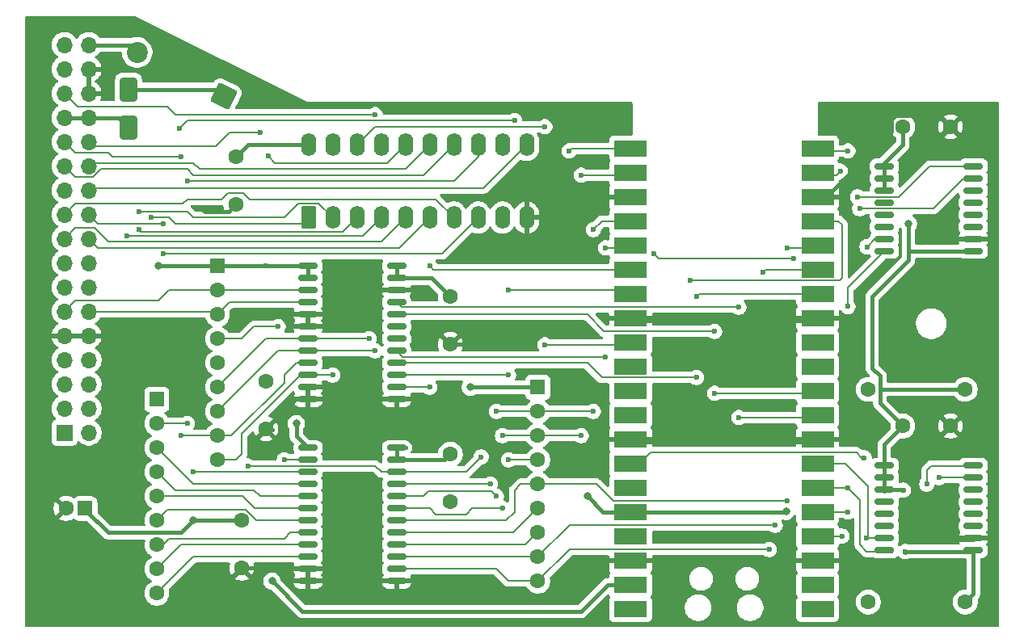
<source format=gtl>
G04 #@! TF.GenerationSoftware,KiCad,Pcbnew,9.0.3*
G04 #@! TF.CreationDate,2025-07-22T08:58:47+01:00*
G04 #@! TF.ProjectId,megaflash,6d656761-666c-4617-9368-2e6b69636164,rev?*
G04 #@! TF.SameCoordinates,Original*
G04 #@! TF.FileFunction,Copper,L1,Top*
G04 #@! TF.FilePolarity,Positive*
%FSLAX46Y46*%
G04 Gerber Fmt 4.6, Leading zero omitted, Abs format (unit mm)*
G04 Created by KiCad (PCBNEW 9.0.3) date 2025-07-22 08:58:47*
%MOMM*%
%LPD*%
G01*
G04 APERTURE LIST*
G04 Aperture macros list*
%AMRoundRect*
0 Rectangle with rounded corners*
0 $1 Rounding radius*
0 $2 $3 $4 $5 $6 $7 $8 $9 X,Y pos of 4 corners*
0 Add a 4 corners polygon primitive as box body*
4,1,4,$2,$3,$4,$5,$6,$7,$8,$9,$2,$3,0*
0 Add four circle primitives for the rounded corners*
1,1,$1+$1,$2,$3*
1,1,$1+$1,$4,$5*
1,1,$1+$1,$6,$7*
1,1,$1+$1,$8,$9*
0 Add four rect primitives between the rounded corners*
20,1,$1+$1,$2,$3,$4,$5,0*
20,1,$1+$1,$4,$5,$6,$7,0*
20,1,$1+$1,$6,$7,$8,$9,0*
20,1,$1+$1,$8,$9,$2,$3,0*%
G04 Aperture macros list end*
G04 #@! TA.AperFunction,ComponentPad*
%ADD10RoundRect,0.250000X0.550000X0.550000X-0.550000X0.550000X-0.550000X-0.550000X0.550000X-0.550000X0*%
G04 #@! TD*
G04 #@! TA.AperFunction,ComponentPad*
%ADD11C,1.600000*%
G04 #@! TD*
G04 #@! TA.AperFunction,ComponentPad*
%ADD12RoundRect,0.249999X1.143249X0.371464X-0.371464X1.143249X-1.143249X-0.371464X0.371464X-1.143249X0*%
G04 #@! TD*
G04 #@! TA.AperFunction,ComponentPad*
%ADD13C,2.200000*%
G04 #@! TD*
G04 #@! TA.AperFunction,ComponentPad*
%ADD14RoundRect,0.250000X0.550000X-0.950000X0.550000X0.950000X-0.550000X0.950000X-0.550000X-0.950000X0*%
G04 #@! TD*
G04 #@! TA.AperFunction,ComponentPad*
%ADD15O,1.600000X2.400000*%
G04 #@! TD*
G04 #@! TA.AperFunction,SMDPad,CuDef*
%ADD16RoundRect,0.150000X-0.875000X-0.150000X0.875000X-0.150000X0.875000X0.150000X-0.875000X0.150000X0*%
G04 #@! TD*
G04 #@! TA.AperFunction,ComponentPad*
%ADD17R,1.600000X1.600000*%
G04 #@! TD*
G04 #@! TA.AperFunction,SMDPad,CuDef*
%ADD18R,3.500000X1.700000*%
G04 #@! TD*
G04 #@! TA.AperFunction,ComponentPad*
%ADD19R,1.700000X1.700000*%
G04 #@! TD*
G04 #@! TA.AperFunction,ComponentPad*
%ADD20O,1.700000X1.700000*%
G04 #@! TD*
G04 #@! TA.AperFunction,SMDPad,CuDef*
%ADD21RoundRect,0.250000X-0.650000X1.000000X-0.650000X-1.000000X0.650000X-1.000000X0.650000X1.000000X0*%
G04 #@! TD*
G04 #@! TA.AperFunction,ViaPad*
%ADD22C,0.800000*%
G04 #@! TD*
G04 #@! TA.AperFunction,ViaPad*
%ADD23C,0.600000*%
G04 #@! TD*
G04 #@! TA.AperFunction,Conductor*
%ADD24C,0.400000*%
G04 #@! TD*
G04 #@! TA.AperFunction,Conductor*
%ADD25C,0.200000*%
G04 #@! TD*
G04 APERTURE END LIST*
D10*
X73755000Y-101600000D03*
D11*
X71755000Y-101600000D03*
X165970000Y-89120000D03*
X155810000Y-89120000D03*
X165970000Y-111415000D03*
X155810000Y-111415000D03*
D12*
X88265000Y-58420000D03*
D13*
X79212374Y-53807457D03*
D14*
X97155000Y-71120000D03*
D15*
X99695000Y-71120000D03*
X102235000Y-71120000D03*
X104775000Y-71120000D03*
X107315000Y-71120000D03*
X109855000Y-71120000D03*
X112395000Y-71120000D03*
X114935000Y-71120000D03*
X117475000Y-71120000D03*
X120015000Y-71120000D03*
X120015000Y-63500000D03*
X117475000Y-63500000D03*
X114935000Y-63500000D03*
X112395000Y-63500000D03*
X109855000Y-63500000D03*
X107315000Y-63500000D03*
X104775000Y-63500000D03*
X102235000Y-63500000D03*
X99695000Y-63500000D03*
X97155000Y-63500000D03*
D16*
X157510000Y-97110000D03*
X157510000Y-98380000D03*
X157510000Y-99650000D03*
X157510000Y-100920000D03*
X157510000Y-102190000D03*
X157510000Y-103460000D03*
X157510000Y-104730000D03*
X157510000Y-106000000D03*
X166810000Y-106000000D03*
X166810000Y-104730000D03*
X166810000Y-103460000D03*
X166810000Y-102190000D03*
X166810000Y-100920000D03*
X166810000Y-99650000D03*
X166810000Y-98380000D03*
X166810000Y-97110000D03*
X157510000Y-65745000D03*
X157510000Y-67015000D03*
X157510000Y-68285000D03*
X157510000Y-69555000D03*
X157510000Y-70825000D03*
X157510000Y-72095000D03*
X157510000Y-73365000D03*
X157510000Y-74635000D03*
X166810000Y-74635000D03*
X166810000Y-73365000D03*
X166810000Y-72095000D03*
X166810000Y-70825000D03*
X166810000Y-69555000D03*
X166810000Y-68285000D03*
X166810000Y-67015000D03*
X166810000Y-65745000D03*
X97110000Y-76200000D03*
X97110000Y-77470000D03*
X97110000Y-78740000D03*
X97110000Y-80010000D03*
X97110000Y-81280000D03*
X97110000Y-82550000D03*
X97110000Y-83820000D03*
X97110000Y-85090000D03*
X97110000Y-86360000D03*
X97110000Y-87630000D03*
X97110000Y-88900000D03*
X97110000Y-90170000D03*
X106410000Y-90170000D03*
X106410000Y-88900000D03*
X106410000Y-87630000D03*
X106410000Y-86360000D03*
X106410000Y-85090000D03*
X106410000Y-83820000D03*
X106410000Y-82550000D03*
X106410000Y-81280000D03*
X106410000Y-80010000D03*
X106410000Y-78740000D03*
X106410000Y-77470000D03*
X106410000Y-76200000D03*
X97110000Y-95250000D03*
X97110000Y-96520000D03*
X97110000Y-97790000D03*
X97110000Y-99060000D03*
X97110000Y-100330000D03*
X97110000Y-101600000D03*
X97110000Y-102870000D03*
X97110000Y-104140000D03*
X97110000Y-105410000D03*
X97110000Y-106680000D03*
X97110000Y-107950000D03*
X97110000Y-109220000D03*
X106410000Y-109220000D03*
X106410000Y-107950000D03*
X106410000Y-106680000D03*
X106410000Y-105410000D03*
X106410000Y-104140000D03*
X106410000Y-102870000D03*
X106410000Y-101600000D03*
X106410000Y-100330000D03*
X106410000Y-99060000D03*
X106410000Y-97790000D03*
X106410000Y-96520000D03*
X106410000Y-95250000D03*
D11*
X92710000Y-88265000D03*
X92710000Y-93265000D03*
X90170000Y-102870000D03*
X90170000Y-107870000D03*
X159425000Y-92965000D03*
X164425000Y-92965000D03*
X159425000Y-61595000D03*
X164425000Y-61595000D03*
X112030000Y-95925000D03*
X112030000Y-100925000D03*
X112030000Y-79415000D03*
X112030000Y-84415000D03*
X89535000Y-64770000D03*
X89535000Y-69770000D03*
D17*
X121190000Y-88900000D03*
D11*
X121190000Y-91440000D03*
X121190000Y-93980000D03*
X121190000Y-96520000D03*
X121190000Y-99060000D03*
X121190000Y-101600000D03*
X121190000Y-104140000D03*
X121190000Y-106680000D03*
X121190000Y-109220000D03*
D17*
X87630000Y-76200000D03*
D11*
X87630000Y-78740000D03*
X87630000Y-81280000D03*
X87630000Y-83820000D03*
X87630000Y-86360000D03*
X87630000Y-88900000D03*
X87630000Y-91440000D03*
X87630000Y-93980000D03*
X87630000Y-96520000D03*
D17*
X81280000Y-90170000D03*
D11*
X81280000Y-92710000D03*
X81280000Y-95250000D03*
X81280000Y-97790000D03*
X81280000Y-100330000D03*
X81280000Y-102870000D03*
X81280000Y-105410000D03*
X81280000Y-107950000D03*
X81280000Y-110490000D03*
D18*
X150490000Y-112130000D03*
X150490000Y-109590000D03*
X150490000Y-107050000D03*
X150490000Y-104510000D03*
X150490000Y-101970000D03*
X150490000Y-99430000D03*
X150490000Y-96890000D03*
X150490000Y-94350000D03*
X150490000Y-91810000D03*
X150490000Y-89270000D03*
X150490000Y-86730000D03*
X150490000Y-84190000D03*
X150490000Y-81650000D03*
X150490000Y-79110000D03*
X150490000Y-76570000D03*
X150490000Y-74030000D03*
X150490000Y-71490000D03*
X150490000Y-68950000D03*
X150490000Y-66410000D03*
X150490000Y-63870000D03*
X130910000Y-63870000D03*
X130910000Y-66410000D03*
X130910000Y-68950000D03*
X130910000Y-71490000D03*
X130910000Y-74030000D03*
X130910000Y-76570000D03*
X130910000Y-79110000D03*
X130910000Y-81650000D03*
X130910000Y-84190000D03*
X130910000Y-86730000D03*
X130910000Y-89270000D03*
X130910000Y-91810000D03*
X130910000Y-94350000D03*
X130910000Y-96890000D03*
X130910000Y-99430000D03*
X130910000Y-101970000D03*
X130910000Y-104510000D03*
X130910000Y-107050000D03*
X130910000Y-109590000D03*
X130910000Y-112130000D03*
D19*
X71600000Y-93660000D03*
D20*
X74140000Y-93660000D03*
X71600000Y-91120000D03*
X74140000Y-91120000D03*
X71600000Y-88580000D03*
X74140000Y-88580000D03*
X71600000Y-86040000D03*
X74140000Y-86040000D03*
X71600000Y-83500000D03*
X74140000Y-83500000D03*
X71600000Y-80960000D03*
X74140000Y-80960000D03*
X71600000Y-78420000D03*
X74140000Y-78420000D03*
X71600000Y-75880000D03*
X74140000Y-75880000D03*
X71600000Y-73340000D03*
X74140000Y-73340000D03*
X71600000Y-70800000D03*
X74140000Y-70800000D03*
X71600000Y-68260000D03*
X74140000Y-68260000D03*
X71600000Y-65720000D03*
X74140000Y-65720000D03*
X71600000Y-63180000D03*
X74140000Y-63180000D03*
X71600000Y-60640000D03*
X74140000Y-60640000D03*
X71600000Y-58100000D03*
X74140000Y-58100000D03*
X71600000Y-55560000D03*
X74140000Y-55560000D03*
X71600000Y-53020000D03*
X74140000Y-53020000D03*
D21*
X78305000Y-57685000D03*
X78305000Y-61685000D03*
D22*
X120015000Y-84455000D03*
X164465000Y-109220000D03*
D23*
X136525000Y-81915000D03*
X91440000Y-81280000D03*
D22*
X86360000Y-70290000D03*
X100965000Y-81280000D03*
D23*
X156152505Y-94349999D03*
X163512500Y-73342500D03*
D22*
X111760000Y-90170000D03*
D23*
X136525000Y-107050000D03*
D22*
X164465000Y-104830000D03*
D23*
X136525000Y-94615000D03*
D22*
X100965000Y-78740000D03*
X111125000Y-111125000D03*
D23*
X100965000Y-90170000D03*
D22*
X81475000Y-76200000D03*
D23*
X92710000Y-76200000D03*
D22*
X93345000Y-109220000D03*
X85090000Y-102870000D03*
X95885000Y-92710000D03*
D23*
X159660000Y-106130000D03*
D22*
X160020000Y-71755000D03*
X147189024Y-101915341D03*
D23*
X159460000Y-99695000D03*
D22*
X126365000Y-100330000D03*
X114105000Y-88900000D03*
D23*
X118745000Y-60960000D03*
X83624999Y-61790001D03*
X78105000Y-73025000D03*
X81915000Y-71755000D03*
X81915000Y-74930000D03*
X79375000Y-70485000D03*
X79375000Y-72390000D03*
X92075000Y-62230000D03*
X104140000Y-85090000D03*
X92940000Y-64675000D03*
X83820000Y-64770000D03*
X83820000Y-93980000D03*
X80645000Y-71120000D03*
X103505000Y-83820000D03*
X104140000Y-60325000D03*
X84455000Y-92710000D03*
X85090000Y-97790000D03*
X128270000Y-85725000D03*
X128270000Y-74295000D03*
X115252500Y-96202500D03*
X90805000Y-97155000D03*
X99695000Y-87630000D03*
X124460000Y-64135000D03*
X118110000Y-96520000D03*
X117475000Y-101600000D03*
X118110000Y-87630000D03*
X118110000Y-78740000D03*
X84455000Y-67310000D03*
X94615000Y-96520000D03*
X93980000Y-82550000D03*
X116840000Y-91440000D03*
X116205000Y-99060000D03*
X127000000Y-91440000D03*
X127000000Y-72390000D03*
X137795000Y-79375000D03*
X137795000Y-87880000D03*
X133350000Y-74930000D03*
X147955000Y-75420001D03*
X152875601Y-66250601D03*
X142240000Y-92075000D03*
X142240000Y-80500000D03*
X147320000Y-74295000D03*
X146050000Y-103360000D03*
X139700000Y-89535000D03*
X139700000Y-83040000D03*
X147320000Y-100820000D03*
X153670000Y-64135000D03*
X144780000Y-76835000D03*
X145415000Y-105900000D03*
X109855000Y-76200000D03*
X109855000Y-88900000D03*
X137160000Y-77720000D03*
X125730000Y-66675000D03*
X116839995Y-100330005D03*
X117475000Y-93980000D03*
X125730000Y-93980000D03*
X121920000Y-84455000D03*
X121920000Y-61595000D03*
X155381000Y-96298738D03*
X155670000Y-74176188D03*
X155575000Y-104730000D03*
X153670000Y-99430000D03*
X153670000Y-80440593D03*
X161925000Y-99060000D03*
X154680000Y-68955000D03*
X153035002Y-104510000D03*
X163195000Y-98380000D03*
X153670000Y-101970000D03*
X154904988Y-70168603D03*
D24*
X76200000Y-104140000D02*
X83820000Y-104140000D01*
X73755000Y-101695000D02*
X76200000Y-104140000D01*
X83820000Y-104140000D02*
X85090000Y-102870000D01*
X73755000Y-101600000D02*
X73755000Y-101695000D01*
X165970000Y-89120000D02*
X157011510Y-89120000D01*
X157010000Y-89121510D02*
X157010000Y-90550000D01*
X157011510Y-89120000D02*
X157010000Y-89121510D01*
X165955908Y-89105908D02*
X165970000Y-89120000D01*
X157010000Y-87676380D02*
X157010000Y-89121510D01*
X156210000Y-79375000D02*
X156210000Y-86876380D01*
X156210000Y-86876380D02*
X157010000Y-87676380D01*
X160020000Y-75565000D02*
X156210000Y-79375000D01*
X160020000Y-74602455D02*
X160020000Y-75565000D01*
X157010000Y-90550000D02*
X159425000Y-92965000D01*
X109220000Y-109220000D02*
X111125000Y-111125000D01*
X97110000Y-90170000D02*
X100965000Y-90170000D01*
X158225000Y-60850000D02*
X158680000Y-60395000D01*
X136525000Y-94615000D02*
X132375000Y-94615000D01*
X88820000Y-70485000D02*
X86555000Y-70485000D01*
X163225000Y-60395000D02*
X164425000Y-61595000D01*
X151350000Y-68950000D02*
X158225000Y-62075000D01*
X95805000Y-90170000D02*
X92710000Y-93265000D01*
X123825000Y-111125000D02*
X127900000Y-107050000D01*
X132375000Y-81915000D02*
X132110000Y-81650000D01*
X120015000Y-71120000D02*
X126365000Y-71120000D01*
X136525000Y-81915000D02*
X149625000Y-81915000D01*
X156152504Y-94350000D02*
X156152505Y-94349999D01*
X166810000Y-104830000D02*
X164465000Y-104830000D01*
X127900000Y-107050000D02*
X136525000Y-107050000D01*
X158680000Y-60395000D02*
X163225000Y-60395000D01*
X149890000Y-107050000D02*
X136525000Y-107050000D01*
X100965000Y-90170000D02*
X106410000Y-90170000D01*
X149625000Y-81915000D02*
X149890000Y-81650000D01*
X149590000Y-68950000D02*
X151350000Y-68950000D01*
X132375000Y-94615000D02*
X132110000Y-94350000D01*
X92710000Y-93345000D02*
X93345000Y-93345000D01*
X97110000Y-81280000D02*
X97110000Y-82550000D01*
X154940000Y-109220000D02*
X152770000Y-107050000D01*
X74140000Y-55560000D02*
X74140000Y-58100000D01*
X120015000Y-84455000D02*
X119975000Y-84415000D01*
X149625000Y-94615000D02*
X149890000Y-94350000D01*
X86555000Y-70485000D02*
X86360000Y-70290000D01*
X136525000Y-81915000D02*
X132375000Y-81915000D01*
X158225000Y-62075000D02*
X158225000Y-60850000D01*
X111125000Y-111125000D02*
X123825000Y-111125000D01*
X97110000Y-88900000D02*
X97110000Y-90170000D01*
X166810000Y-73365000D02*
X163535000Y-73365000D01*
X163535000Y-73365000D02*
X163512500Y-73342500D01*
X152770000Y-107050000D02*
X149590000Y-107050000D01*
X97110000Y-109220000D02*
X106410000Y-109220000D01*
X149590000Y-68950000D02*
X149697943Y-69057943D01*
X97110000Y-90170000D02*
X95805000Y-90170000D01*
X128535000Y-68950000D02*
X131810000Y-68950000D01*
X97030000Y-107870000D02*
X97110000Y-107950000D01*
X90170000Y-107870000D02*
X97030000Y-107870000D01*
X126365000Y-71120000D02*
X128535000Y-68950000D01*
X74140000Y-83500000D02*
X71600000Y-83500000D01*
X100965000Y-78740000D02*
X106410000Y-78740000D01*
X89535000Y-69770000D02*
X88820000Y-70485000D01*
X149590000Y-94350000D02*
X156152504Y-94350000D01*
X100965000Y-81280000D02*
X97110000Y-81280000D01*
X164465000Y-109220000D02*
X154940000Y-109220000D01*
X136525000Y-94615000D02*
X149625000Y-94615000D01*
X97110000Y-107950000D02*
X97110000Y-109220000D01*
X106410000Y-90170000D02*
X111760000Y-90170000D01*
X106410000Y-109220000D02*
X109220000Y-109220000D01*
X97110000Y-81280000D02*
X91440000Y-81280000D01*
X119975000Y-84415000D02*
X112030000Y-84415000D01*
X87630000Y-76200000D02*
X81475000Y-76200000D01*
X92710000Y-76200000D02*
X97110000Y-76200000D01*
X87530000Y-57685000D02*
X88265000Y-58420000D01*
X125730000Y-112395000D02*
X96520000Y-112395000D01*
X95885000Y-94025000D02*
X95885000Y-92710000D01*
X97110000Y-95250000D02*
X95885000Y-94025000D01*
X78305000Y-57685000D02*
X87530000Y-57685000D01*
X132110000Y-109590000D02*
X128535000Y-109590000D01*
X128535000Y-109590000D02*
X125730000Y-112395000D01*
X97110000Y-76200000D02*
X97110000Y-76835000D01*
X90170000Y-102870000D02*
X85090000Y-102870000D01*
X96520000Y-112395000D02*
X93345000Y-109220000D01*
X97155000Y-63500000D02*
X90805000Y-63500000D01*
X90805000Y-63500000D02*
X89535000Y-64770000D01*
X97110000Y-76835000D02*
X97110000Y-77470000D01*
X87630000Y-76200000D02*
X92710000Y-76200000D01*
X166810000Y-106100000D02*
X159790000Y-106100000D01*
X159425000Y-92965000D02*
X158580000Y-93810000D01*
X157480000Y-95250000D02*
X157480000Y-97340000D01*
X106410000Y-96520000D02*
X111435000Y-96520000D01*
X166810000Y-74635000D02*
X160052545Y-74635000D01*
X157480000Y-94910000D02*
X157480000Y-95250000D01*
X106410000Y-77470000D02*
X110085000Y-77470000D01*
X110085000Y-77470000D02*
X112030000Y-79415000D01*
X157510000Y-65375000D02*
X159425000Y-63460000D01*
X157510000Y-98480000D02*
X157510000Y-99750000D01*
X121190000Y-88900000D02*
X114105000Y-88900000D01*
X106410000Y-95250000D02*
X107315000Y-95250000D01*
X128005001Y-101970001D02*
X147134364Y-101970001D01*
X159425000Y-63460000D02*
X159425000Y-61595000D01*
X158580000Y-93810000D02*
X157480000Y-94910000D01*
X166810000Y-110575000D02*
X166810000Y-106100000D01*
X157510000Y-99650000D02*
X159415000Y-99650000D01*
X157480000Y-97340000D02*
X157510000Y-97370000D01*
X157510000Y-67015000D02*
X157510000Y-68285000D01*
X106410000Y-76200000D02*
X106410000Y-77470000D01*
X160052545Y-74635000D02*
X160020000Y-74602455D01*
X165970000Y-110810000D02*
X165970000Y-110915000D01*
X160020000Y-71755000D02*
X160020000Y-74602455D01*
X106410000Y-95250000D02*
X106410000Y-96520000D01*
X111435000Y-96520000D02*
X112030000Y-95925000D01*
X147134364Y-101970001D02*
X147189024Y-101915341D01*
X157510000Y-97370000D02*
X157510000Y-98610000D01*
X159415000Y-99650000D02*
X159460000Y-99695000D01*
X159790000Y-106100000D02*
X159660000Y-106230000D01*
X126365000Y-100330000D02*
X128005001Y-101970001D01*
X165970000Y-111415000D02*
X166810000Y-110575000D01*
X157510000Y-65745000D02*
X157510000Y-67015000D01*
X157510000Y-65745000D02*
X157510000Y-65375000D01*
X77260000Y-60640000D02*
X78305000Y-61685000D01*
X74140000Y-53020000D02*
X78424918Y-53020000D01*
X74140000Y-60640000D02*
X77260000Y-60640000D01*
X78424918Y-53020000D02*
X79212374Y-53807456D01*
X71600000Y-60640000D02*
X74140000Y-60640000D01*
D25*
X81280000Y-110490000D02*
X85090000Y-106680000D01*
X85090000Y-106680000D02*
X97110000Y-106680000D01*
X85090000Y-99060000D02*
X81280000Y-95250000D01*
X97110000Y-99060000D02*
X85090000Y-99060000D01*
X118745000Y-60960000D02*
X84455000Y-60960000D01*
X84455000Y-60960000D02*
X83624999Y-61790001D01*
X104775000Y-71120000D02*
X102870000Y-73025000D01*
X102870000Y-73025000D02*
X78105000Y-73025000D01*
X75095000Y-71755000D02*
X74140000Y-70800000D01*
X111125000Y-74930000D02*
X81915000Y-74930000D01*
X114935000Y-71120000D02*
X111125000Y-74930000D01*
X81915000Y-71755000D02*
X75095000Y-71755000D01*
X90625635Y-101770000D02*
X82380000Y-101770000D01*
X97110000Y-102870000D02*
X91725635Y-102870000D01*
X91725635Y-102870000D02*
X90625635Y-101770000D01*
X82380000Y-101770000D02*
X81280000Y-102870000D01*
X109855000Y-71120000D02*
X106680000Y-74295000D01*
X75095000Y-74295000D02*
X74140000Y-73340000D01*
X106680000Y-74295000D02*
X75095000Y-74295000D01*
X94615000Y-71120000D02*
X85090000Y-71120000D01*
X85090000Y-71120000D02*
X84455000Y-70485000D01*
X99695000Y-71120000D02*
X98195000Y-69620000D01*
X96115000Y-69620000D02*
X94615000Y-71120000D01*
X99695000Y-71120000D02*
X99695000Y-70520000D01*
X84455000Y-70485000D02*
X79375000Y-70485000D01*
X98195000Y-69620000D02*
X96115000Y-69620000D01*
X102235000Y-71120000D02*
X100735000Y-72620000D01*
X100735000Y-72620000D02*
X79605000Y-72620000D01*
X79605000Y-72620000D02*
X79375000Y-72390000D01*
X97110000Y-85090000D02*
X93980000Y-85090000D01*
X74622000Y-63662000D02*
X87468000Y-63662000D01*
X93670000Y-65405000D02*
X92940000Y-64675000D01*
X93980000Y-85090000D02*
X87630000Y-91440000D01*
X74140000Y-63180000D02*
X74622000Y-63662000D01*
X74455000Y-62865000D02*
X74140000Y-63180000D01*
X87468000Y-63662000D02*
X88900000Y-62230000D01*
X88900000Y-62230000D02*
X92075000Y-62230000D01*
X97110000Y-85090000D02*
X104140000Y-85090000D01*
X105410000Y-65405000D02*
X93670000Y-65405000D01*
X107315000Y-63500000D02*
X105410000Y-65405000D01*
X110490000Y-69215000D02*
X90998083Y-69215000D01*
X84020000Y-69650000D02*
X72750000Y-69650000D01*
X88071917Y-69215000D02*
X84455000Y-69215000D01*
X90363083Y-68580000D02*
X88706917Y-68580000D01*
X90998083Y-69215000D02*
X90363083Y-68580000D01*
X84455000Y-69215000D02*
X84020000Y-69650000D01*
X112395000Y-71120000D02*
X110490000Y-69215000D01*
X72750000Y-69650000D02*
X71600000Y-70800000D01*
X88706917Y-68580000D02*
X88071917Y-69215000D01*
X97110000Y-101600000D02*
X91496542Y-101600000D01*
X91496542Y-101600000D02*
X90226542Y-100330000D01*
X90226542Y-100330000D02*
X81280000Y-100330000D01*
X71600000Y-80960000D02*
X72750000Y-79810000D01*
X81480000Y-79810000D02*
X82550000Y-78740000D01*
X82550000Y-78740000D02*
X87630000Y-78740000D01*
X72750000Y-79810000D02*
X81480000Y-79810000D01*
X97110000Y-78740000D02*
X87630000Y-78740000D01*
X76200000Y-64330000D02*
X76640000Y-64770000D01*
X97110000Y-86360000D02*
X95885000Y-86360000D01*
X83820000Y-64770000D02*
X76640000Y-64770000D01*
X94615000Y-87630000D02*
X94615000Y-88459448D01*
X72750000Y-64330000D02*
X76200000Y-64330000D01*
X71600000Y-63180000D02*
X72750000Y-64330000D01*
X89094448Y-93980000D02*
X87630000Y-93980000D01*
X87630000Y-93980000D02*
X83820000Y-93980000D01*
X95885000Y-86360000D02*
X94615000Y-87630000D01*
X94615000Y-88459448D02*
X89094448Y-93980000D01*
X74384000Y-68016000D02*
X74140000Y-68260000D01*
X120015000Y-63500000D02*
X115499000Y-68016000D01*
X115499000Y-68016000D02*
X74384000Y-68016000D01*
X104810000Y-73625000D02*
X76165000Y-73625000D01*
X76165000Y-73625000D02*
X74730000Y-72190000D01*
X72750000Y-72190000D02*
X71600000Y-73340000D01*
X74730000Y-72190000D02*
X72750000Y-72190000D01*
X107315000Y-71120000D02*
X104810000Y-73625000D01*
X112395000Y-63500000D02*
X109220000Y-66675000D01*
X109220000Y-66675000D02*
X85090000Y-66675000D01*
X85090000Y-66675000D02*
X84455000Y-66040000D01*
X74616346Y-66870000D02*
X72750000Y-66870000D01*
X75446346Y-66040000D02*
X74616346Y-66870000D01*
X72750000Y-66870000D02*
X71600000Y-65720000D01*
X84455000Y-66040000D02*
X75446346Y-66040000D01*
X81280000Y-105410000D02*
X81915000Y-105410000D01*
X95250000Y-104140000D02*
X97110000Y-104140000D01*
X81915000Y-105410000D02*
X82550000Y-104775000D01*
X94615000Y-104775000D02*
X95250000Y-104140000D01*
X82550000Y-104775000D02*
X94615000Y-104775000D01*
X88900000Y-80010000D02*
X87630000Y-81280000D01*
X74140000Y-80960000D02*
X87310000Y-80960000D01*
X87310000Y-80960000D02*
X87630000Y-81280000D01*
X97110000Y-80010000D02*
X88900000Y-80010000D01*
X96520000Y-71755000D02*
X83185000Y-71755000D01*
X83185000Y-71755000D02*
X82550000Y-71120000D01*
X82550000Y-71120000D02*
X80645000Y-71120000D01*
X97155000Y-71120000D02*
X96520000Y-71755000D01*
X83820000Y-105410000D02*
X81280000Y-107950000D01*
X97110000Y-105410000D02*
X83820000Y-105410000D01*
X92710000Y-83820000D02*
X87630000Y-88900000D01*
X103505000Y-83820000D02*
X97110000Y-83820000D01*
X104140000Y-60325000D02*
X83185000Y-60325000D01*
X72990000Y-59490000D02*
X71600000Y-58100000D01*
X83185000Y-60325000D02*
X82350000Y-59490000D01*
X82350000Y-59490000D02*
X72990000Y-59490000D01*
X97110000Y-83820000D02*
X92710000Y-83820000D01*
X81280000Y-92710000D02*
X84455000Y-92710000D01*
X97110000Y-97790000D02*
X85090000Y-97790000D01*
X92075000Y-100330000D02*
X91440000Y-99695000D01*
X83185000Y-99695000D02*
X81280000Y-97790000D01*
X97110000Y-100330000D02*
X92075000Y-100330000D01*
X91440000Y-99695000D02*
X83185000Y-99695000D01*
X85090000Y-65405000D02*
X74455000Y-65405000D01*
X107315000Y-66040000D02*
X85725000Y-66040000D01*
X109855000Y-63500000D02*
X107315000Y-66040000D01*
X74455000Y-65405000D02*
X74140000Y-65720000D01*
X85725000Y-66040000D02*
X85090000Y-65405000D01*
X131545000Y-74295000D02*
X131810000Y-74030000D01*
X106410000Y-85090000D02*
X107045000Y-85725000D01*
X131845000Y-74295000D02*
X132110000Y-74030000D01*
X107045000Y-85725000D02*
X128270000Y-85725000D01*
X128270000Y-74295000D02*
X131545000Y-74295000D01*
X104775000Y-97790000D02*
X106410000Y-97790000D01*
X106410000Y-97790000D02*
X113665000Y-97790000D01*
X104140000Y-97155000D02*
X104775000Y-97790000D01*
X113665000Y-97790000D02*
X115252500Y-96202500D01*
X90805000Y-97155000D02*
X104140000Y-97155000D01*
X117475000Y-63500000D02*
X117075000Y-63500000D01*
X90170000Y-95885000D02*
X89535000Y-96520000D01*
X97110000Y-87630000D02*
X96302500Y-87630000D01*
X97110000Y-87630000D02*
X99695000Y-87630000D01*
X89535000Y-96520000D02*
X87630000Y-96520000D01*
X90170000Y-93762500D02*
X90170000Y-95885000D01*
X96302500Y-87630000D02*
X90170000Y-93762500D01*
X124725000Y-63870000D02*
X124460000Y-64135000D01*
X113665000Y-102235000D02*
X114300000Y-101600000D01*
X109855000Y-101600000D02*
X110490000Y-102235000D01*
X118110000Y-96520000D02*
X121190000Y-96520000D01*
X106410000Y-101600000D02*
X109855000Y-101600000D01*
X114300000Y-101600000D02*
X117475000Y-101600000D01*
X110490000Y-102235000D02*
X113665000Y-102235000D01*
X131810000Y-63870000D02*
X124725000Y-63870000D01*
X106410000Y-87630000D02*
X118110000Y-87630000D01*
X118110000Y-78740000D02*
X131740000Y-78740000D01*
X131740000Y-78740000D02*
X132110000Y-79110000D01*
X114935000Y-63500000D02*
X114935000Y-64770000D01*
X114935000Y-64770000D02*
X112395000Y-67310000D01*
X112395000Y-67310000D02*
X84455000Y-67310000D01*
X90170000Y-83820000D02*
X91440000Y-82550000D01*
X87630000Y-83820000D02*
X90170000Y-83820000D01*
X94615000Y-96520000D02*
X97110000Y-96520000D01*
X91440000Y-82550000D02*
X93980000Y-82550000D01*
X127900000Y-71490000D02*
X131810000Y-71490000D01*
X116840000Y-91440000D02*
X123190000Y-91440000D01*
X123190000Y-91440000D02*
X127000000Y-91440000D01*
X127900000Y-71490000D02*
X127000000Y-72390000D01*
X106410000Y-99060000D02*
X116205000Y-99060000D01*
X149890000Y-79110000D02*
X138060000Y-79110000D01*
X127885000Y-87880000D02*
X137795000Y-87880000D01*
X126365000Y-86360000D02*
X127885000Y-87880000D01*
X106410000Y-86360000D02*
X126365000Y-86360000D01*
X138060000Y-79110000D02*
X137795000Y-79375000D01*
X149625000Y-66675000D02*
X152451202Y-66675000D01*
X133350000Y-74930000D02*
X133840001Y-75420001D01*
X133840001Y-75420001D02*
X147955000Y-75420001D01*
X106410000Y-104140000D02*
X118650000Y-104140000D01*
X118650000Y-104140000D02*
X121190000Y-101600000D01*
X152451202Y-66675000D02*
X152875601Y-66250601D01*
X128400000Y-80515000D02*
X128415000Y-80500000D01*
X149625000Y-92075000D02*
X142240000Y-92075000D01*
X106915000Y-80515000D02*
X128400000Y-80515000D01*
X106410000Y-80010000D02*
X106915000Y-80515000D01*
X149890000Y-91810000D02*
X149625000Y-92075000D01*
X128415000Y-80500000D02*
X142240000Y-80500000D01*
X149625000Y-74295000D02*
X147320000Y-74295000D01*
X121190000Y-106680000D02*
X124510000Y-103360000D01*
X149890000Y-74030000D02*
X149625000Y-74295000D01*
X124510000Y-103360000D02*
X146050000Y-103360000D01*
X121190000Y-106680000D02*
X106410000Y-106680000D01*
X126365000Y-81280000D02*
X128125000Y-83040000D01*
X128125000Y-83040000D02*
X139700000Y-83040000D01*
X149625000Y-89535000D02*
X139700000Y-89535000D01*
X106410000Y-81280000D02*
X126365000Y-81280000D01*
X149890000Y-89270000D02*
X149625000Y-89535000D01*
X127340000Y-99060000D02*
X129100000Y-100820000D01*
X118745000Y-99695000D02*
X118745000Y-101984869D01*
X121190000Y-99060000D02*
X119380000Y-99060000D01*
X153670000Y-64135000D02*
X149855000Y-64135000D01*
X117859869Y-102870000D02*
X106410000Y-102870000D01*
X118745000Y-101984869D02*
X117859869Y-102870000D01*
X149855000Y-64135000D02*
X149590000Y-63870000D01*
X119380000Y-99060000D02*
X118745000Y-99695000D01*
X129100000Y-100820000D02*
X147320000Y-100820000D01*
X121190000Y-99060000D02*
X127340000Y-99060000D01*
X149890000Y-76570000D02*
X145045000Y-76570000D01*
X145045000Y-76570000D02*
X144780000Y-76835000D01*
X118110000Y-109220000D02*
X116840000Y-107950000D01*
X121190000Y-109220000D02*
X118110000Y-109220000D01*
X116840000Y-107950000D02*
X106410000Y-107950000D01*
X121190000Y-109220000D02*
X124510000Y-105900000D01*
X124510000Y-105900000D02*
X145415000Y-105900000D01*
X131810000Y-76570000D02*
X110225000Y-76570000D01*
X110225000Y-76570000D02*
X109855000Y-76200000D01*
X109855000Y-88900000D02*
X106410000Y-88900000D01*
X152665000Y-71490000D02*
X153035000Y-71860000D01*
X121190000Y-104140000D02*
X119920000Y-105410000D01*
X152785000Y-77720000D02*
X137160000Y-77720000D01*
X153035000Y-71860000D02*
X153035000Y-77470000D01*
X149890000Y-71490000D02*
X152665000Y-71490000D01*
X153035000Y-77470000D02*
X152785000Y-77720000D01*
X119920000Y-105410000D02*
X106410000Y-105410000D01*
X109220000Y-100330000D02*
X109725000Y-99825000D01*
X117475000Y-93980000D02*
X123190000Y-93980000D01*
X123190000Y-93980000D02*
X125730000Y-93980000D01*
X116334990Y-99825000D02*
X116839995Y-100330005D01*
X125730000Y-66675000D02*
X131545000Y-66675000D01*
X131545000Y-66675000D02*
X131810000Y-66410000D01*
X131845000Y-66675000D02*
X132110000Y-66410000D01*
X106410000Y-100330000D02*
X109220000Y-100330000D01*
X109725000Y-99825000D02*
X116334990Y-99825000D01*
X121920000Y-84455000D02*
X131845000Y-84455000D01*
X102235000Y-63500000D02*
X104140000Y-61595000D01*
X131845000Y-84455000D02*
X132110000Y-84190000D01*
X104140000Y-61595000D02*
X121920000Y-61595000D01*
X132960000Y-95740000D02*
X154563186Y-95740000D01*
X157510000Y-73365000D02*
X156481188Y-73365000D01*
X154563186Y-95740000D02*
X155121924Y-96298738D01*
X131810000Y-96890000D02*
X132960000Y-95740000D01*
X156481188Y-73365000D02*
X155670000Y-74176188D01*
X131810000Y-96890000D02*
X131810000Y-97130000D01*
X155121924Y-96298738D02*
X155381000Y-96298738D01*
X155784000Y-104521000D02*
X155575000Y-104730000D01*
X155784000Y-99269000D02*
X155784000Y-104521000D01*
X149890000Y-96890000D02*
X150155000Y-97155000D01*
X149855000Y-97155000D02*
X149590000Y-96890000D01*
X153405000Y-96890000D02*
X155784000Y-99269000D01*
X155575000Y-104730000D02*
X157510000Y-104730000D01*
X149590000Y-96890000D02*
X153405000Y-96890000D01*
X155630000Y-106100000D02*
X157510000Y-106100000D01*
X153670000Y-78475000D02*
X153670000Y-80440593D01*
X157510000Y-74635000D02*
X153670000Y-78475000D01*
X149590000Y-99430000D02*
X153670000Y-99430000D01*
X154940000Y-105410000D02*
X155630000Y-106100000D01*
X153670000Y-99430000D02*
X154940000Y-100700000D01*
X154940000Y-100700000D02*
X154940000Y-105410000D01*
X158340000Y-106230000D02*
X157315001Y-106230000D01*
X167345000Y-65745000D02*
X166810000Y-65745000D01*
X166765000Y-97155000D02*
X162396319Y-97155000D01*
X162220000Y-65745000D02*
X159010000Y-68955000D01*
X166810000Y-65745000D02*
X162220000Y-65745000D01*
X149590000Y-104510000D02*
X149970000Y-104130000D01*
X162396319Y-97155000D02*
X161925000Y-97626319D01*
X149590000Y-104510000D02*
X149610000Y-104530000D01*
X149890000Y-104510000D02*
X150155000Y-104775000D01*
X161925000Y-97626319D02*
X161925000Y-99060000D01*
X149590000Y-104510000D02*
X153035002Y-104510000D01*
X166810000Y-97110000D02*
X166765000Y-97155000D01*
X149590000Y-104510000D02*
X150130000Y-103970000D01*
X159010000Y-68955000D02*
X154680000Y-68955000D01*
X162631398Y-70168603D02*
X154904988Y-70168603D01*
X149590000Y-101970000D02*
X153670000Y-101970000D01*
X149590000Y-101970000D02*
X149970000Y-101590000D01*
X166810000Y-67015000D02*
X165785001Y-67015000D01*
X166810000Y-98380000D02*
X163195000Y-98380000D01*
X149590000Y-101970000D02*
X149610000Y-101990000D01*
X165785001Y-67015000D02*
X162631398Y-70168603D01*
G04 #@! TA.AperFunction,Conductor*
G36*
X79026063Y-50013591D02*
G01*
X96999704Y-59000411D01*
X96999793Y-59000500D01*
X96999882Y-59000500D01*
X96999962Y-59000540D01*
X96999962Y-59000539D01*
X97000255Y-59000686D01*
X97003782Y-59000812D01*
X97013866Y-59001528D01*
X97020206Y-59000500D01*
X130976000Y-59000500D01*
X131043039Y-59020185D01*
X131088794Y-59072989D01*
X131100000Y-59124500D01*
X131100000Y-62395500D01*
X131080315Y-62462539D01*
X131027511Y-62508294D01*
X130976000Y-62519500D01*
X129112129Y-62519500D01*
X129112123Y-62519501D01*
X129052516Y-62525908D01*
X128917671Y-62576202D01*
X128917664Y-62576206D01*
X128802455Y-62662452D01*
X128802452Y-62662455D01*
X128716206Y-62777664D01*
X128716202Y-62777671D01*
X128665908Y-62912517D01*
X128661246Y-62955886D01*
X128659501Y-62972123D01*
X128659500Y-62972135D01*
X128659500Y-63145500D01*
X128639815Y-63212539D01*
X128587011Y-63258294D01*
X128535500Y-63269500D01*
X124811670Y-63269500D01*
X124811654Y-63269499D01*
X124804058Y-63269499D01*
X124645943Y-63269499D01*
X124583291Y-63286287D01*
X124493214Y-63310423D01*
X124493213Y-63310424D01*
X124480288Y-63317887D01*
X124418288Y-63334500D01*
X124381155Y-63334500D01*
X124226510Y-63365261D01*
X124226498Y-63365264D01*
X124080827Y-63425602D01*
X124080814Y-63425609D01*
X123949711Y-63513210D01*
X123949707Y-63513213D01*
X123838213Y-63624707D01*
X123838210Y-63624711D01*
X123750609Y-63755814D01*
X123750602Y-63755827D01*
X123690264Y-63901498D01*
X123690261Y-63901510D01*
X123659500Y-64056153D01*
X123659500Y-64213846D01*
X123690261Y-64368489D01*
X123690264Y-64368501D01*
X123750602Y-64514172D01*
X123750609Y-64514185D01*
X123838210Y-64645288D01*
X123838213Y-64645292D01*
X123949707Y-64756786D01*
X123949711Y-64756789D01*
X124080814Y-64844390D01*
X124080827Y-64844397D01*
X124195683Y-64891971D01*
X124226503Y-64904737D01*
X124381153Y-64935499D01*
X124381156Y-64935500D01*
X124381158Y-64935500D01*
X124538844Y-64935500D01*
X124538845Y-64935499D01*
X124693497Y-64904737D01*
X124836690Y-64845425D01*
X124839172Y-64844397D01*
X124839172Y-64844396D01*
X124839179Y-64844394D01*
X124970289Y-64756789D01*
X125081789Y-64645289D01*
X125161757Y-64525609D01*
X125215369Y-64480804D01*
X125264859Y-64470500D01*
X128535501Y-64470500D01*
X128602540Y-64490185D01*
X128648295Y-64542989D01*
X128659501Y-64594500D01*
X128659501Y-64767876D01*
X128665908Y-64827483D01*
X128716202Y-64962328D01*
X128716203Y-64962330D01*
X128753520Y-65012179D01*
X128784961Y-65054179D01*
X128793578Y-65065689D01*
X128817995Y-65131153D01*
X128803144Y-65199426D01*
X128793578Y-65214311D01*
X128716203Y-65317669D01*
X128716202Y-65317671D01*
X128665908Y-65452517D01*
X128659501Y-65512116D01*
X128659500Y-65512135D01*
X128659500Y-65950500D01*
X128639815Y-66017539D01*
X128587011Y-66063294D01*
X128535500Y-66074500D01*
X126309766Y-66074500D01*
X126242727Y-66054815D01*
X126240875Y-66053602D01*
X126109185Y-65965609D01*
X126109172Y-65965602D01*
X125963501Y-65905264D01*
X125963489Y-65905261D01*
X125808845Y-65874500D01*
X125808842Y-65874500D01*
X125651158Y-65874500D01*
X125651155Y-65874500D01*
X125496510Y-65905261D01*
X125496498Y-65905264D01*
X125350827Y-65965602D01*
X125350814Y-65965609D01*
X125219711Y-66053210D01*
X125219707Y-66053213D01*
X125108213Y-66164707D01*
X125108210Y-66164711D01*
X125020609Y-66295814D01*
X125020602Y-66295827D01*
X124960264Y-66441498D01*
X124960261Y-66441510D01*
X124929500Y-66596153D01*
X124929500Y-66753846D01*
X124960261Y-66908489D01*
X124960264Y-66908501D01*
X125020602Y-67054172D01*
X125020609Y-67054185D01*
X125108210Y-67185288D01*
X125108213Y-67185292D01*
X125219707Y-67296786D01*
X125219711Y-67296789D01*
X125350814Y-67384390D01*
X125350827Y-67384397D01*
X125449802Y-67425393D01*
X125496503Y-67444737D01*
X125651153Y-67475499D01*
X125651156Y-67475500D01*
X125651158Y-67475500D01*
X125808844Y-67475500D01*
X125808845Y-67475499D01*
X125963497Y-67444737D01*
X126081606Y-67395815D01*
X126109172Y-67384397D01*
X126109172Y-67384396D01*
X126109179Y-67384394D01*
X126134488Y-67367483D01*
X126240875Y-67296398D01*
X126307553Y-67275520D01*
X126309766Y-67275500D01*
X128546059Y-67275500D01*
X128613098Y-67295185D01*
X128658853Y-67347989D01*
X128663062Y-67360265D01*
X128663198Y-67360215D01*
X128716202Y-67502328D01*
X128716206Y-67502335D01*
X128793889Y-67606105D01*
X128818307Y-67671569D01*
X128803456Y-67739842D01*
X128793890Y-67754727D01*
X128716647Y-67857910D01*
X128716645Y-67857913D01*
X128666403Y-67992620D01*
X128666401Y-67992627D01*
X128660000Y-68052155D01*
X128660000Y-68700000D01*
X130786000Y-68700000D01*
X130853039Y-68719685D01*
X130898794Y-68772489D01*
X130910000Y-68824000D01*
X130910000Y-69076000D01*
X130890315Y-69143039D01*
X130837511Y-69188794D01*
X130786000Y-69200000D01*
X128660000Y-69200000D01*
X128660000Y-69847844D01*
X128666401Y-69907372D01*
X128666403Y-69907379D01*
X128716645Y-70042086D01*
X128716646Y-70042088D01*
X128793890Y-70145272D01*
X128818307Y-70210736D01*
X128803456Y-70279009D01*
X128793890Y-70293894D01*
X128716204Y-70397669D01*
X128716202Y-70397671D01*
X128665908Y-70532517D01*
X128659501Y-70592116D01*
X128659501Y-70592123D01*
X128659500Y-70592135D01*
X128659500Y-70765500D01*
X128639815Y-70832539D01*
X128587011Y-70878294D01*
X128535500Y-70889500D01*
X127979057Y-70889500D01*
X127820942Y-70889500D01*
X127668215Y-70930423D01*
X127654507Y-70938338D01*
X127654505Y-70938339D01*
X127654502Y-70938340D01*
X127531290Y-71009475D01*
X127531282Y-71009481D01*
X126985339Y-71555425D01*
X126924016Y-71588910D01*
X126921850Y-71589361D01*
X126766508Y-71620261D01*
X126766498Y-71620264D01*
X126620827Y-71680602D01*
X126620814Y-71680609D01*
X126489711Y-71768210D01*
X126489707Y-71768213D01*
X126378213Y-71879707D01*
X126378210Y-71879711D01*
X126290609Y-72010814D01*
X126290602Y-72010827D01*
X126230264Y-72156498D01*
X126230261Y-72156510D01*
X126199500Y-72311153D01*
X126199500Y-72468846D01*
X126230261Y-72623489D01*
X126230264Y-72623501D01*
X126290602Y-72769172D01*
X126290609Y-72769185D01*
X126378210Y-72900288D01*
X126378213Y-72900292D01*
X126489707Y-73011786D01*
X126489711Y-73011789D01*
X126620814Y-73099390D01*
X126620827Y-73099397D01*
X126741320Y-73149306D01*
X126766503Y-73159737D01*
X126921153Y-73190499D01*
X126921156Y-73190500D01*
X126921158Y-73190500D01*
X127078844Y-73190500D01*
X127078845Y-73190499D01*
X127233497Y-73159737D01*
X127379179Y-73099394D01*
X127510289Y-73011789D01*
X127621789Y-72900289D01*
X127709394Y-72769179D01*
X127714532Y-72756776D01*
X127748388Y-72675039D01*
X127769737Y-72623497D01*
X127791922Y-72511966D01*
X127800638Y-72468150D01*
X127833023Y-72406239D01*
X127834518Y-72404716D01*
X128112416Y-72126819D01*
X128173739Y-72093334D01*
X128200097Y-72090500D01*
X128535501Y-72090500D01*
X128602540Y-72110185D01*
X128648295Y-72162989D01*
X128659501Y-72214500D01*
X128659501Y-72387876D01*
X128665908Y-72447483D01*
X128716202Y-72582328D01*
X128716203Y-72582330D01*
X128793578Y-72685689D01*
X128817995Y-72751153D01*
X128803144Y-72819426D01*
X128793578Y-72834309D01*
X128783168Y-72848216D01*
X128716203Y-72937669D01*
X128716202Y-72937671D01*
X128665908Y-73072517D01*
X128659501Y-73132116D01*
X128659500Y-73132135D01*
X128659500Y-73405391D01*
X128639815Y-73472430D01*
X128587011Y-73518185D01*
X128517853Y-73528129D01*
X128509507Y-73526274D01*
X128509472Y-73526451D01*
X128348845Y-73494500D01*
X128348842Y-73494500D01*
X128191158Y-73494500D01*
X128191155Y-73494500D01*
X128036510Y-73525261D01*
X128036498Y-73525264D01*
X127890827Y-73585602D01*
X127890814Y-73585609D01*
X127759711Y-73673210D01*
X127759707Y-73673213D01*
X127648213Y-73784707D01*
X127648210Y-73784711D01*
X127560609Y-73915814D01*
X127560602Y-73915827D01*
X127500264Y-74061498D01*
X127500261Y-74061510D01*
X127469500Y-74216153D01*
X127469500Y-74373846D01*
X127500261Y-74528489D01*
X127500264Y-74528501D01*
X127560602Y-74674172D01*
X127560609Y-74674185D01*
X127648210Y-74805288D01*
X127648213Y-74805292D01*
X127759707Y-74916786D01*
X127759711Y-74916789D01*
X127890814Y-75004390D01*
X127890827Y-75004397D01*
X127971560Y-75037837D01*
X128036503Y-75064737D01*
X128161311Y-75089563D01*
X128191153Y-75095499D01*
X128191156Y-75095500D01*
X128191158Y-75095500D01*
X128348844Y-75095500D01*
X128348845Y-75095499D01*
X128503497Y-75064737D01*
X128550408Y-75045305D01*
X128619875Y-75037837D01*
X128682354Y-75069111D01*
X128700003Y-75089563D01*
X128708689Y-75102183D01*
X128716204Y-75122331D01*
X128795057Y-75227665D01*
X128796455Y-75229696D01*
X128806613Y-75260639D01*
X128817995Y-75291153D01*
X128817451Y-75293650D01*
X128818249Y-75296079D01*
X128810067Y-75327598D01*
X128803144Y-75359426D01*
X128800898Y-75362919D01*
X128800694Y-75363708D01*
X128799951Y-75364393D01*
X128793578Y-75374309D01*
X128784270Y-75386745D01*
X128716203Y-75477669D01*
X128716202Y-75477671D01*
X128665908Y-75612517D01*
X128659501Y-75672116D01*
X128659500Y-75672135D01*
X128659500Y-75845500D01*
X128639815Y-75912539D01*
X128587011Y-75958294D01*
X128535500Y-75969500D01*
X110708833Y-75969500D01*
X110696416Y-75965854D01*
X110683518Y-75966888D01*
X110663536Y-75956199D01*
X110641794Y-75949815D01*
X110631893Y-75939273D01*
X110621909Y-75933932D01*
X110609249Y-75915160D01*
X110600516Y-75905861D01*
X110597019Y-75899586D01*
X110564394Y-75820821D01*
X110496517Y-75719236D01*
X110494079Y-75714861D01*
X110487419Y-75685465D01*
X110478416Y-75656713D01*
X110479778Y-75651744D01*
X110478640Y-75646718D01*
X110488930Y-75618385D01*
X110496901Y-75589333D01*
X110500733Y-75585890D01*
X110502493Y-75581046D01*
X110526461Y-75562779D01*
X110548879Y-75542643D01*
X110554582Y-75541348D01*
X110558065Y-75538695D01*
X110570765Y-75537676D01*
X110602396Y-75530500D01*
X111038331Y-75530500D01*
X111038347Y-75530501D01*
X111045943Y-75530501D01*
X111204054Y-75530501D01*
X111204057Y-75530501D01*
X111356785Y-75489577D01*
X111406904Y-75460639D01*
X111493716Y-75410520D01*
X111605520Y-75298716D01*
X111605520Y-75298714D01*
X111615728Y-75288507D01*
X111615729Y-75288504D01*
X114201981Y-72702253D01*
X114263302Y-72668770D01*
X114332994Y-72673754D01*
X114345951Y-72679449D01*
X114360931Y-72687082D01*
X114435776Y-72725218D01*
X114435778Y-72725218D01*
X114435781Y-72725220D01*
X114515595Y-72751153D01*
X114630465Y-72788477D01*
X114731557Y-72804488D01*
X114832648Y-72820500D01*
X114832649Y-72820500D01*
X115037351Y-72820500D01*
X115037352Y-72820500D01*
X115239534Y-72788477D01*
X115434219Y-72725220D01*
X115616610Y-72632287D01*
X115732084Y-72548391D01*
X115782213Y-72511971D01*
X115782215Y-72511968D01*
X115782219Y-72511966D01*
X115926966Y-72367219D01*
X115926968Y-72367215D01*
X115926971Y-72367213D01*
X116031913Y-72222770D01*
X116047287Y-72201610D01*
X116094516Y-72108917D01*
X116142489Y-72058123D01*
X116210310Y-72041328D01*
X116276445Y-72063865D01*
X116315483Y-72108917D01*
X116343035Y-72162989D01*
X116362715Y-72201614D01*
X116483028Y-72367213D01*
X116627786Y-72511971D01*
X116781297Y-72623501D01*
X116793390Y-72632287D01*
X116900931Y-72687082D01*
X116975776Y-72725218D01*
X116975778Y-72725218D01*
X116975781Y-72725220D01*
X117055595Y-72751153D01*
X117170465Y-72788477D01*
X117271557Y-72804488D01*
X117372648Y-72820500D01*
X117372649Y-72820500D01*
X117577351Y-72820500D01*
X117577352Y-72820500D01*
X117779534Y-72788477D01*
X117974219Y-72725220D01*
X118156610Y-72632287D01*
X118272084Y-72548391D01*
X118322213Y-72511971D01*
X118322215Y-72511968D01*
X118322219Y-72511966D01*
X118466966Y-72367219D01*
X118466968Y-72367215D01*
X118466971Y-72367213D01*
X118571913Y-72222770D01*
X118587287Y-72201610D01*
X118634795Y-72108369D01*
X118682770Y-72057574D01*
X118750591Y-72040779D01*
X118816725Y-72063316D01*
X118855765Y-72108370D01*
X118903140Y-72201349D01*
X119023417Y-72366894D01*
X119023417Y-72366895D01*
X119168104Y-72511582D01*
X119333650Y-72631859D01*
X119515968Y-72724754D01*
X119710578Y-72787988D01*
X119765000Y-72796607D01*
X119765000Y-71435686D01*
X119769394Y-71440080D01*
X119860606Y-71492741D01*
X119962339Y-71520000D01*
X120067661Y-71520000D01*
X120169394Y-71492741D01*
X120260606Y-71440080D01*
X120265000Y-71435686D01*
X120265000Y-72796606D01*
X120319421Y-72787988D01*
X120514031Y-72724754D01*
X120696349Y-72631859D01*
X120861894Y-72511582D01*
X120861895Y-72511582D01*
X121006582Y-72366895D01*
X121006582Y-72366894D01*
X121126859Y-72201349D01*
X121219755Y-72019031D01*
X121282990Y-71824417D01*
X121315000Y-71622317D01*
X121315000Y-71370000D01*
X120330686Y-71370000D01*
X120335080Y-71365606D01*
X120387741Y-71274394D01*
X120415000Y-71172661D01*
X120415000Y-71067339D01*
X120387741Y-70965606D01*
X120335080Y-70874394D01*
X120330686Y-70870000D01*
X121315000Y-70870000D01*
X121315000Y-70617682D01*
X121282990Y-70415582D01*
X121219755Y-70220968D01*
X121126859Y-70038650D01*
X121006582Y-69873105D01*
X121006582Y-69873104D01*
X120861895Y-69728417D01*
X120696349Y-69608140D01*
X120514029Y-69515244D01*
X120319413Y-69452009D01*
X120265000Y-69443390D01*
X120265000Y-70804314D01*
X120260606Y-70799920D01*
X120169394Y-70747259D01*
X120067661Y-70720000D01*
X119962339Y-70720000D01*
X119860606Y-70747259D01*
X119769394Y-70799920D01*
X119765000Y-70804314D01*
X119765000Y-69443390D01*
X119710586Y-69452009D01*
X119515970Y-69515244D01*
X119333650Y-69608140D01*
X119168105Y-69728417D01*
X119168104Y-69728417D01*
X119023417Y-69873104D01*
X119023417Y-69873105D01*
X118903140Y-70038650D01*
X118855765Y-70131629D01*
X118807790Y-70182425D01*
X118739969Y-70199220D01*
X118673834Y-70176682D01*
X118634795Y-70131629D01*
X118613459Y-70089756D01*
X118587287Y-70038390D01*
X118534256Y-69965398D01*
X118466971Y-69872786D01*
X118322213Y-69728028D01*
X118156613Y-69607715D01*
X118156612Y-69607714D01*
X118156610Y-69607713D01*
X118095912Y-69576786D01*
X117974223Y-69514781D01*
X117779534Y-69451522D01*
X117604995Y-69423878D01*
X117577352Y-69419500D01*
X117372648Y-69419500D01*
X117348329Y-69423351D01*
X117170465Y-69451522D01*
X116975776Y-69514781D01*
X116793386Y-69607715D01*
X116627786Y-69728028D01*
X116483028Y-69872786D01*
X116362715Y-70038386D01*
X116315485Y-70131080D01*
X116267510Y-70181876D01*
X116199689Y-70198671D01*
X116133554Y-70176134D01*
X116094515Y-70131080D01*
X116086976Y-70116284D01*
X116047287Y-70038390D01*
X115994256Y-69965398D01*
X115926971Y-69872786D01*
X115782213Y-69728028D01*
X115616613Y-69607715D01*
X115616612Y-69607714D01*
X115616610Y-69607713D01*
X115555912Y-69576786D01*
X115434223Y-69514781D01*
X115239534Y-69451522D01*
X115064995Y-69423878D01*
X115037352Y-69419500D01*
X114832648Y-69419500D01*
X114808329Y-69423351D01*
X114630465Y-69451522D01*
X114435776Y-69514781D01*
X114253386Y-69607715D01*
X114087786Y-69728028D01*
X113943028Y-69872786D01*
X113822715Y-70038386D01*
X113775485Y-70131080D01*
X113727510Y-70181876D01*
X113659689Y-70198671D01*
X113593554Y-70176134D01*
X113554515Y-70131080D01*
X113546976Y-70116284D01*
X113507287Y-70038390D01*
X113454256Y-69965398D01*
X113386971Y-69872786D01*
X113242213Y-69728028D01*
X113076613Y-69607715D01*
X113076612Y-69607714D01*
X113076610Y-69607713D01*
X113015912Y-69576786D01*
X112894223Y-69514781D01*
X112699534Y-69451522D01*
X112524995Y-69423878D01*
X112497352Y-69419500D01*
X112292648Y-69419500D01*
X112225254Y-69430174D01*
X112090464Y-69451523D01*
X112090461Y-69451523D01*
X111895782Y-69514779D01*
X111895781Y-69514779D01*
X111805954Y-69560548D01*
X111737285Y-69573444D01*
X111672544Y-69547167D01*
X111661979Y-69537744D01*
X110977588Y-68853353D01*
X110970520Y-68846285D01*
X110970520Y-68846284D01*
X110952415Y-68828179D01*
X110918931Y-68766856D01*
X110922306Y-68719685D01*
X110923916Y-68697166D01*
X110928280Y-68691337D01*
X110963338Y-68644506D01*
X110965788Y-68641233D01*
X110965788Y-68641232D01*
X110965790Y-68641231D01*
X111006837Y-68625922D01*
X111031252Y-68616816D01*
X111040098Y-68616500D01*
X115412331Y-68616500D01*
X115412347Y-68616501D01*
X115419943Y-68616501D01*
X115578054Y-68616501D01*
X115578057Y-68616501D01*
X115730785Y-68575577D01*
X115796616Y-68537569D01*
X115867716Y-68496520D01*
X115979520Y-68384716D01*
X115979520Y-68384714D01*
X115989724Y-68374511D01*
X115989728Y-68374506D01*
X119281980Y-65082253D01*
X119343301Y-65048770D01*
X119412993Y-65053754D01*
X119425954Y-65059451D01*
X119515776Y-65105218D01*
X119515778Y-65105218D01*
X119515781Y-65105220D01*
X119595595Y-65131153D01*
X119710465Y-65168477D01*
X119811557Y-65184488D01*
X119912648Y-65200500D01*
X119912649Y-65200500D01*
X120117351Y-65200500D01*
X120117352Y-65200500D01*
X120319534Y-65168477D01*
X120514219Y-65105220D01*
X120696610Y-65012287D01*
X120802299Y-64935500D01*
X120862213Y-64891971D01*
X120862215Y-64891968D01*
X120862219Y-64891966D01*
X121006966Y-64747219D01*
X121006968Y-64747215D01*
X121006971Y-64747213D01*
X121060583Y-64673421D01*
X121127287Y-64581610D01*
X121220220Y-64399219D01*
X121283477Y-64204534D01*
X121315500Y-64002352D01*
X121315500Y-62997648D01*
X121299796Y-62898496D01*
X121283477Y-62795465D01*
X121238300Y-62656426D01*
X121220220Y-62600781D01*
X121220218Y-62600778D01*
X121220218Y-62600776D01*
X121168775Y-62499815D01*
X121127287Y-62418390D01*
X121110656Y-62395499D01*
X121108394Y-62392385D01*
X121104162Y-62380525D01*
X121095918Y-62371011D01*
X121092644Y-62348244D01*
X121084914Y-62326579D01*
X121087765Y-62314315D01*
X121085974Y-62301853D01*
X121095530Y-62280927D01*
X121100740Y-62258525D01*
X121109768Y-62249750D01*
X121114999Y-62238297D01*
X121134349Y-62225861D01*
X121150845Y-62209830D01*
X121164592Y-62206425D01*
X121173777Y-62200523D01*
X121208712Y-62195500D01*
X121340234Y-62195500D01*
X121407273Y-62215185D01*
X121409125Y-62216398D01*
X121540814Y-62304390D01*
X121540827Y-62304397D01*
X121646685Y-62348244D01*
X121686503Y-62364737D01*
X121825498Y-62392385D01*
X121841153Y-62395499D01*
X121841156Y-62395500D01*
X121841158Y-62395500D01*
X121998844Y-62395500D01*
X121998845Y-62395499D01*
X122153497Y-62364737D01*
X122288436Y-62308844D01*
X122299172Y-62304397D01*
X122299172Y-62304396D01*
X122299179Y-62304394D01*
X122430289Y-62216789D01*
X122541789Y-62105289D01*
X122629394Y-61974179D01*
X122630085Y-61972512D01*
X122663617Y-61891557D01*
X122689737Y-61828497D01*
X122720500Y-61673842D01*
X122720500Y-61516158D01*
X122720500Y-61516155D01*
X122720499Y-61516153D01*
X122715830Y-61492682D01*
X122689737Y-61361503D01*
X122660313Y-61290466D01*
X122629397Y-61215827D01*
X122629390Y-61215814D01*
X122541789Y-61084711D01*
X122541786Y-61084707D01*
X122430292Y-60973213D01*
X122430288Y-60973210D01*
X122299185Y-60885609D01*
X122299172Y-60885602D01*
X122153501Y-60825264D01*
X122153489Y-60825261D01*
X121998845Y-60794500D01*
X121998842Y-60794500D01*
X121841158Y-60794500D01*
X121841155Y-60794500D01*
X121686510Y-60825261D01*
X121686498Y-60825264D01*
X121540827Y-60885602D01*
X121540814Y-60885609D01*
X121409125Y-60973602D01*
X121342447Y-60994480D01*
X121340234Y-60994500D01*
X119669050Y-60994500D01*
X119602011Y-60974815D01*
X119556256Y-60922011D01*
X119546846Y-60887100D01*
X119546689Y-60887132D01*
X119546221Y-60884779D01*
X119545646Y-60882646D01*
X119545500Y-60881166D01*
X119545500Y-60881158D01*
X119514737Y-60726503D01*
X119501155Y-60693713D01*
X119454397Y-60580827D01*
X119454390Y-60580814D01*
X119366789Y-60449711D01*
X119366786Y-60449707D01*
X119255292Y-60338213D01*
X119255288Y-60338210D01*
X119124185Y-60250609D01*
X119124172Y-60250602D01*
X118978501Y-60190264D01*
X118978489Y-60190261D01*
X118823845Y-60159500D01*
X118823842Y-60159500D01*
X118666158Y-60159500D01*
X118666155Y-60159500D01*
X118511510Y-60190261D01*
X118511498Y-60190264D01*
X118365827Y-60250602D01*
X118365814Y-60250609D01*
X118234125Y-60338602D01*
X118167447Y-60359480D01*
X118165234Y-60359500D01*
X105064050Y-60359500D01*
X104997011Y-60339815D01*
X104951256Y-60287011D01*
X104941846Y-60252100D01*
X104941689Y-60252132D01*
X104941221Y-60249779D01*
X104940646Y-60247646D01*
X104940500Y-60246166D01*
X104940500Y-60246158D01*
X104909737Y-60091503D01*
X104909322Y-60090500D01*
X104849397Y-59945827D01*
X104849390Y-59945814D01*
X104761789Y-59814711D01*
X104761786Y-59814707D01*
X104650292Y-59703213D01*
X104650288Y-59703210D01*
X104519185Y-59615609D01*
X104519172Y-59615602D01*
X104373501Y-59555264D01*
X104373489Y-59555261D01*
X104218845Y-59524500D01*
X104218842Y-59524500D01*
X104061158Y-59524500D01*
X104061155Y-59524500D01*
X103906510Y-59555261D01*
X103906498Y-59555264D01*
X103760827Y-59615602D01*
X103760814Y-59615609D01*
X103629125Y-59703602D01*
X103562447Y-59724480D01*
X103560234Y-59724500D01*
X89598957Y-59724500D01*
X89531918Y-59704815D01*
X89486163Y-59652011D01*
X89476219Y-59582853D01*
X89488472Y-59544205D01*
X89711336Y-59106809D01*
X90099652Y-58344697D01*
X90136960Y-58248345D01*
X90163396Y-58074906D01*
X90149123Y-57900046D01*
X90094909Y-57733191D01*
X90003676Y-57583338D01*
X90003672Y-57583334D01*
X90003671Y-57583332D01*
X89880343Y-57458560D01*
X89880339Y-57458557D01*
X89793530Y-57402541D01*
X88189698Y-56585348D01*
X88093344Y-56548039D01*
X87919903Y-56521603D01*
X87745043Y-56535877D01*
X87578189Y-56590091D01*
X87464773Y-56659141D01*
X87428338Y-56681324D01*
X87428337Y-56681325D01*
X87428332Y-56681328D01*
X87303560Y-56804656D01*
X87303557Y-56804660D01*
X87247540Y-56891471D01*
X87247537Y-56891476D01*
X87234636Y-56916796D01*
X87186661Y-56967592D01*
X87124152Y-56984500D01*
X79829499Y-56984500D01*
X79762460Y-56964815D01*
X79716705Y-56912011D01*
X79705499Y-56860500D01*
X79705499Y-56634998D01*
X79705498Y-56634981D01*
X79694999Y-56532203D01*
X79694998Y-56532200D01*
X79691487Y-56521604D01*
X79639814Y-56365666D01*
X79547712Y-56216344D01*
X79423656Y-56092288D01*
X79274334Y-56000186D01*
X79107797Y-55945001D01*
X79107795Y-55945000D01*
X79005010Y-55934500D01*
X77604998Y-55934500D01*
X77604981Y-55934501D01*
X77502203Y-55945000D01*
X77502200Y-55945001D01*
X77335668Y-56000185D01*
X77335663Y-56000187D01*
X77186342Y-56092289D01*
X77062289Y-56216342D01*
X76970187Y-56365663D01*
X76970186Y-56365666D01*
X76915001Y-56532203D01*
X76915001Y-56532204D01*
X76915000Y-56532204D01*
X76904500Y-56634983D01*
X76904500Y-58735001D01*
X76904502Y-58735024D01*
X76906328Y-58752901D01*
X76893557Y-58821593D01*
X76845675Y-58872477D01*
X76782970Y-58889500D01*
X75455220Y-58889500D01*
X75388181Y-58869815D01*
X75342426Y-58817011D01*
X75332482Y-58747853D01*
X75344735Y-58709205D01*
X75391095Y-58618217D01*
X75456757Y-58416129D01*
X75456757Y-58416126D01*
X75467231Y-58350000D01*
X74573012Y-58350000D01*
X74605925Y-58292993D01*
X74640000Y-58165826D01*
X74640000Y-58034174D01*
X74605925Y-57907007D01*
X74573012Y-57850000D01*
X75467231Y-57850000D01*
X75456757Y-57783873D01*
X75456757Y-57783870D01*
X75391095Y-57581782D01*
X75294620Y-57392442D01*
X75169727Y-57220540D01*
X75169723Y-57220535D01*
X75019464Y-57070276D01*
X75019459Y-57070272D01*
X74847558Y-56945379D01*
X74837954Y-56940486D01*
X74787157Y-56892512D01*
X74770361Y-56824692D01*
X74792897Y-56758556D01*
X74837954Y-56719514D01*
X74847558Y-56714620D01*
X75019459Y-56589727D01*
X75019464Y-56589723D01*
X75169723Y-56439464D01*
X75169727Y-56439459D01*
X75294620Y-56267557D01*
X75391095Y-56078217D01*
X75456757Y-55876129D01*
X75456757Y-55876126D01*
X75467231Y-55810000D01*
X74573012Y-55810000D01*
X74605925Y-55752993D01*
X74640000Y-55625826D01*
X74640000Y-55494174D01*
X74605925Y-55367007D01*
X74573012Y-55310000D01*
X75467231Y-55310000D01*
X75456757Y-55243873D01*
X75456757Y-55243870D01*
X75391095Y-55041782D01*
X75294620Y-54852442D01*
X75169727Y-54680540D01*
X75169723Y-54680535D01*
X75019464Y-54530276D01*
X75019459Y-54530272D01*
X74847555Y-54405377D01*
X74838500Y-54400763D01*
X74787706Y-54352788D01*
X74770912Y-54284966D01*
X74793451Y-54218832D01*
X74838508Y-54179793D01*
X74847816Y-54175051D01*
X74927007Y-54117515D01*
X75019786Y-54050109D01*
X75019788Y-54050106D01*
X75019792Y-54050104D01*
X75170104Y-53899792D01*
X75263229Y-53771614D01*
X75318558Y-53728949D01*
X75363547Y-53720500D01*
X77487874Y-53720500D01*
X77554913Y-53740185D01*
X77600668Y-53792989D01*
X77611874Y-53844500D01*
X77611874Y-53933418D01*
X77651284Y-54182242D01*
X77729134Y-54421840D01*
X77843506Y-54646305D01*
X77991575Y-54850106D01*
X77991579Y-54850111D01*
X78169719Y-55028251D01*
X78169724Y-55028255D01*
X78347491Y-55157409D01*
X78373529Y-55176327D01*
X78505868Y-55243757D01*
X78597990Y-55290696D01*
X78597992Y-55290696D01*
X78597995Y-55290698D01*
X78837589Y-55368547D01*
X79086412Y-55407957D01*
X79086413Y-55407957D01*
X79338335Y-55407957D01*
X79338336Y-55407957D01*
X79587159Y-55368547D01*
X79826753Y-55290698D01*
X80051219Y-55176327D01*
X80255030Y-55028250D01*
X80433167Y-54850113D01*
X80581244Y-54646302D01*
X80695615Y-54421836D01*
X80773464Y-54182242D01*
X80812874Y-53933419D01*
X80812874Y-53681495D01*
X80773464Y-53432672D01*
X80695615Y-53193078D01*
X80695613Y-53193075D01*
X80695613Y-53193073D01*
X80654121Y-53111641D01*
X80581244Y-52968612D01*
X80541358Y-52913713D01*
X80433172Y-52764807D01*
X80433168Y-52764802D01*
X80255028Y-52586662D01*
X80255023Y-52586658D01*
X80051222Y-52438589D01*
X80051221Y-52438588D01*
X80051219Y-52438587D01*
X79981121Y-52402870D01*
X79826757Y-52324217D01*
X79587159Y-52246367D01*
X79338336Y-52206957D01*
X79086412Y-52206957D01*
X79003471Y-52220093D01*
X78837587Y-52246367D01*
X78837584Y-52246367D01*
X78598247Y-52324133D01*
X78535738Y-52327819D01*
X78493916Y-52319500D01*
X78493912Y-52319500D01*
X78493911Y-52319500D01*
X75363547Y-52319500D01*
X75296508Y-52299815D01*
X75263230Y-52268385D01*
X75170108Y-52140213D01*
X75170107Y-52140211D01*
X75019786Y-51989890D01*
X74847820Y-51864951D01*
X74658414Y-51768444D01*
X74658413Y-51768443D01*
X74658412Y-51768443D01*
X74456243Y-51702754D01*
X74456241Y-51702753D01*
X74456240Y-51702753D01*
X74294957Y-51677208D01*
X74246287Y-51669500D01*
X74033713Y-51669500D01*
X73985042Y-51677208D01*
X73823760Y-51702753D01*
X73621585Y-51768444D01*
X73432179Y-51864951D01*
X73260213Y-51989890D01*
X73109890Y-52140213D01*
X72984949Y-52312182D01*
X72980484Y-52320946D01*
X72932509Y-52371742D01*
X72864688Y-52388536D01*
X72798553Y-52365998D01*
X72759516Y-52320946D01*
X72755050Y-52312182D01*
X72630109Y-52140213D01*
X72479786Y-51989890D01*
X72307820Y-51864951D01*
X72118414Y-51768444D01*
X72118413Y-51768443D01*
X72118412Y-51768443D01*
X71916243Y-51702754D01*
X71916241Y-51702753D01*
X71916240Y-51702753D01*
X71754957Y-51677208D01*
X71706287Y-51669500D01*
X71493713Y-51669500D01*
X71445042Y-51677208D01*
X71283760Y-51702753D01*
X71081585Y-51768444D01*
X70892179Y-51864951D01*
X70720213Y-51989890D01*
X70569890Y-52140213D01*
X70444951Y-52312179D01*
X70348444Y-52501585D01*
X70282753Y-52703760D01*
X70249500Y-52913713D01*
X70249500Y-53126286D01*
X70282753Y-53336239D01*
X70348444Y-53538414D01*
X70444951Y-53727820D01*
X70569890Y-53899786D01*
X70720213Y-54050109D01*
X70892182Y-54175050D01*
X70900946Y-54179516D01*
X70951742Y-54227491D01*
X70968536Y-54295312D01*
X70945998Y-54361447D01*
X70900946Y-54400484D01*
X70892182Y-54404949D01*
X70720213Y-54529890D01*
X70569890Y-54680213D01*
X70444951Y-54852179D01*
X70348444Y-55041585D01*
X70282753Y-55243760D01*
X70275319Y-55290698D01*
X70249500Y-55453713D01*
X70249500Y-55666287D01*
X70282754Y-55876243D01*
X70323025Y-56000185D01*
X70348444Y-56078414D01*
X70444951Y-56267820D01*
X70569890Y-56439786D01*
X70720213Y-56590109D01*
X70892182Y-56715050D01*
X70900946Y-56719516D01*
X70951742Y-56767491D01*
X70968536Y-56835312D01*
X70945998Y-56901447D01*
X70900946Y-56940484D01*
X70892182Y-56944949D01*
X70720213Y-57069890D01*
X70569890Y-57220213D01*
X70444951Y-57392179D01*
X70348444Y-57581585D01*
X70282753Y-57783760D01*
X70249500Y-57993713D01*
X70249500Y-58206286D01*
X70281002Y-58405185D01*
X70282754Y-58416243D01*
X70313055Y-58509500D01*
X70348444Y-58618414D01*
X70444951Y-58807820D01*
X70569890Y-58979786D01*
X70720213Y-59130109D01*
X70892182Y-59255050D01*
X70900946Y-59259516D01*
X70951742Y-59307491D01*
X70968536Y-59375312D01*
X70945998Y-59441447D01*
X70900946Y-59480484D01*
X70892182Y-59484949D01*
X70720213Y-59609890D01*
X70569890Y-59760213D01*
X70444951Y-59932179D01*
X70348444Y-60121585D01*
X70282753Y-60323760D01*
X70257509Y-60483147D01*
X70249500Y-60533713D01*
X70249500Y-60746287D01*
X70257136Y-60794500D01*
X70277884Y-60925500D01*
X70282754Y-60956243D01*
X70345151Y-61148281D01*
X70348444Y-61158414D01*
X70444951Y-61347820D01*
X70569890Y-61519786D01*
X70720213Y-61670109D01*
X70892182Y-61795050D01*
X70900946Y-61799516D01*
X70951742Y-61847491D01*
X70968536Y-61915312D01*
X70945998Y-61981447D01*
X70900946Y-62020484D01*
X70892182Y-62024949D01*
X70720213Y-62149890D01*
X70569890Y-62300213D01*
X70444951Y-62472179D01*
X70348444Y-62661585D01*
X70348443Y-62661587D01*
X70348443Y-62661588D01*
X70332143Y-62711755D01*
X70282753Y-62863760D01*
X70249500Y-63073713D01*
X70249500Y-63286286D01*
X70275935Y-63453194D01*
X70282754Y-63496243D01*
X70337368Y-63664328D01*
X70348444Y-63698414D01*
X70444951Y-63887820D01*
X70569890Y-64059786D01*
X70720213Y-64210109D01*
X70892182Y-64335050D01*
X70900946Y-64339516D01*
X70951742Y-64387491D01*
X70968536Y-64455312D01*
X70945998Y-64521447D01*
X70900946Y-64560484D01*
X70892182Y-64564949D01*
X70720213Y-64689890D01*
X70569890Y-64840213D01*
X70444951Y-65012179D01*
X70348444Y-65201585D01*
X70282753Y-65403760D01*
X70249500Y-65613713D01*
X70249500Y-65826286D01*
X70279791Y-66017539D01*
X70282754Y-66036243D01*
X70326784Y-66171754D01*
X70348444Y-66238414D01*
X70444951Y-66427820D01*
X70569890Y-66599786D01*
X70720213Y-66750109D01*
X70892182Y-66875050D01*
X70900946Y-66879516D01*
X70951742Y-66927491D01*
X70968536Y-66995312D01*
X70945998Y-67061447D01*
X70900946Y-67100484D01*
X70892182Y-67104949D01*
X70720213Y-67229890D01*
X70569890Y-67380213D01*
X70444951Y-67552179D01*
X70348444Y-67741585D01*
X70282753Y-67943760D01*
X70262870Y-68069298D01*
X70249500Y-68153713D01*
X70249500Y-68366287D01*
X70252419Y-68384716D01*
X70282648Y-68575577D01*
X70282754Y-68576243D01*
X70346518Y-68772489D01*
X70348444Y-68778414D01*
X70444951Y-68967820D01*
X70569890Y-69139786D01*
X70720213Y-69290109D01*
X70892182Y-69415050D01*
X70900946Y-69419516D01*
X70951742Y-69467491D01*
X70968536Y-69535312D01*
X70945998Y-69601447D01*
X70900946Y-69640484D01*
X70892182Y-69644949D01*
X70720213Y-69769890D01*
X70569890Y-69920213D01*
X70444951Y-70092179D01*
X70348444Y-70281585D01*
X70282753Y-70483760D01*
X70249500Y-70693713D01*
X70249500Y-70906286D01*
X70281256Y-71106789D01*
X70282754Y-71116243D01*
X70321469Y-71235396D01*
X70348444Y-71318414D01*
X70444951Y-71507820D01*
X70569890Y-71679786D01*
X70720213Y-71830109D01*
X70892182Y-71955050D01*
X70900946Y-71959516D01*
X70951742Y-72007491D01*
X70968536Y-72075312D01*
X70945998Y-72141447D01*
X70900946Y-72180484D01*
X70892182Y-72184949D01*
X70720213Y-72309890D01*
X70569890Y-72460213D01*
X70444951Y-72632179D01*
X70348444Y-72821585D01*
X70282753Y-73023760D01*
X70256344Y-73190499D01*
X70249500Y-73233713D01*
X70249500Y-73446287D01*
X70253641Y-73472430D01*
X70276628Y-73617569D01*
X70282754Y-73656243D01*
X70341616Y-73837402D01*
X70348444Y-73858414D01*
X70444951Y-74047820D01*
X70569890Y-74219786D01*
X70720213Y-74370109D01*
X70892182Y-74495050D01*
X70900946Y-74499516D01*
X70951742Y-74547491D01*
X70968536Y-74615312D01*
X70945998Y-74681447D01*
X70900946Y-74720484D01*
X70892182Y-74724949D01*
X70720213Y-74849890D01*
X70569890Y-75000213D01*
X70444951Y-75172179D01*
X70348444Y-75361585D01*
X70282753Y-75563760D01*
X70249500Y-75773713D01*
X70249500Y-75986286D01*
X70270861Y-76121158D01*
X70282754Y-76196243D01*
X70312792Y-76288691D01*
X70348444Y-76398414D01*
X70444951Y-76587820D01*
X70569890Y-76759786D01*
X70720213Y-76910109D01*
X70892182Y-77035050D01*
X70900946Y-77039516D01*
X70951742Y-77087491D01*
X70968536Y-77155312D01*
X70945998Y-77221447D01*
X70900946Y-77260484D01*
X70892182Y-77264949D01*
X70720213Y-77389890D01*
X70569890Y-77540213D01*
X70444951Y-77712179D01*
X70348444Y-77901585D01*
X70282753Y-78103760D01*
X70256804Y-78267598D01*
X70249500Y-78313713D01*
X70249500Y-78526287D01*
X70255483Y-78564059D01*
X70281084Y-78725703D01*
X70282754Y-78736243D01*
X70345208Y-78928457D01*
X70348444Y-78938414D01*
X70444951Y-79127820D01*
X70569890Y-79299786D01*
X70720213Y-79450109D01*
X70892182Y-79575050D01*
X70900946Y-79579516D01*
X70951742Y-79627491D01*
X70968536Y-79695312D01*
X70945998Y-79761447D01*
X70900946Y-79800484D01*
X70892182Y-79804949D01*
X70720213Y-79929890D01*
X70569890Y-80080213D01*
X70444951Y-80252179D01*
X70348444Y-80441585D01*
X70282753Y-80643760D01*
X70258384Y-80797621D01*
X70249500Y-80853713D01*
X70249500Y-81066287D01*
X70256694Y-81111706D01*
X70281723Y-81269738D01*
X70282754Y-81276243D01*
X70322965Y-81400000D01*
X70348444Y-81478414D01*
X70444951Y-81667820D01*
X70569890Y-81839786D01*
X70720213Y-81990109D01*
X70892179Y-82115048D01*
X70892181Y-82115049D01*
X70892184Y-82115051D01*
X70901493Y-82119794D01*
X70952290Y-82167766D01*
X70969087Y-82235587D01*
X70946552Y-82301722D01*
X70901502Y-82340762D01*
X70892443Y-82345378D01*
X70720540Y-82470272D01*
X70720535Y-82470276D01*
X70570276Y-82620535D01*
X70570272Y-82620540D01*
X70445379Y-82792442D01*
X70348904Y-82981782D01*
X70283242Y-83183870D01*
X70283242Y-83183873D01*
X70272769Y-83250000D01*
X71166988Y-83250000D01*
X71134075Y-83307007D01*
X71100000Y-83434174D01*
X71100000Y-83565826D01*
X71134075Y-83692993D01*
X71166988Y-83750000D01*
X70272769Y-83750000D01*
X70283242Y-83816126D01*
X70283242Y-83816129D01*
X70348904Y-84018217D01*
X70445379Y-84207557D01*
X70570272Y-84379459D01*
X70570276Y-84379464D01*
X70720535Y-84529723D01*
X70720540Y-84529727D01*
X70892444Y-84654622D01*
X70901495Y-84659234D01*
X70952292Y-84707208D01*
X70969087Y-84775029D01*
X70946550Y-84841164D01*
X70901499Y-84880202D01*
X70892182Y-84884949D01*
X70720213Y-85009890D01*
X70569890Y-85160213D01*
X70444951Y-85332179D01*
X70348444Y-85521585D01*
X70282753Y-85723760D01*
X70249500Y-85933713D01*
X70249500Y-86146286D01*
X70281256Y-86346789D01*
X70282754Y-86356243D01*
X70340790Y-86534860D01*
X70348444Y-86558414D01*
X70444951Y-86747820D01*
X70569890Y-86919786D01*
X70720213Y-87070109D01*
X70892182Y-87195050D01*
X70900946Y-87199516D01*
X70951742Y-87247491D01*
X70968536Y-87315312D01*
X70945998Y-87381447D01*
X70900946Y-87420484D01*
X70892182Y-87424949D01*
X70720213Y-87549890D01*
X70569890Y-87700213D01*
X70444951Y-87872179D01*
X70348444Y-88061585D01*
X70282753Y-88263760D01*
X70257470Y-88423391D01*
X70249500Y-88473713D01*
X70249500Y-88686287D01*
X70257136Y-88734500D01*
X70279791Y-88877539D01*
X70282754Y-88896243D01*
X70320513Y-89012454D01*
X70348444Y-89098414D01*
X70444951Y-89287820D01*
X70569890Y-89459786D01*
X70720213Y-89610109D01*
X70892182Y-89735050D01*
X70900946Y-89739516D01*
X70951742Y-89787491D01*
X70968536Y-89855312D01*
X70945998Y-89921447D01*
X70900946Y-89960484D01*
X70892182Y-89964949D01*
X70720213Y-90089890D01*
X70569890Y-90240213D01*
X70444951Y-90412179D01*
X70348444Y-90601585D01*
X70282753Y-90803760D01*
X70249500Y-91013713D01*
X70249500Y-91226286D01*
X70279791Y-91417539D01*
X70282754Y-91436243D01*
X70347769Y-91636339D01*
X70348444Y-91638414D01*
X70444951Y-91827820D01*
X70569890Y-91999786D01*
X70683430Y-92113326D01*
X70716915Y-92174649D01*
X70711931Y-92244341D01*
X70670059Y-92300274D01*
X70639083Y-92317189D01*
X70507669Y-92366203D01*
X70507664Y-92366206D01*
X70392455Y-92452452D01*
X70392452Y-92452455D01*
X70306206Y-92567664D01*
X70306202Y-92567671D01*
X70255908Y-92702517D01*
X70249501Y-92762116D01*
X70249500Y-92762135D01*
X70249500Y-94557870D01*
X70249501Y-94557876D01*
X70255908Y-94617483D01*
X70306202Y-94752328D01*
X70306206Y-94752335D01*
X70392452Y-94867544D01*
X70392455Y-94867547D01*
X70507664Y-94953793D01*
X70507671Y-94953797D01*
X70642517Y-95004091D01*
X70642516Y-95004091D01*
X70649444Y-95004835D01*
X70702127Y-95010500D01*
X72497872Y-95010499D01*
X72557483Y-95004091D01*
X72692331Y-94953796D01*
X72807546Y-94867546D01*
X72893796Y-94752331D01*
X72942810Y-94620916D01*
X72984681Y-94564984D01*
X73050145Y-94540566D01*
X73118418Y-94555417D01*
X73146673Y-94576569D01*
X73260213Y-94690109D01*
X73432179Y-94815048D01*
X73432181Y-94815049D01*
X73432184Y-94815051D01*
X73621588Y-94911557D01*
X73823757Y-94977246D01*
X74033713Y-95010500D01*
X74033714Y-95010500D01*
X74246286Y-95010500D01*
X74246287Y-95010500D01*
X74456243Y-94977246D01*
X74658412Y-94911557D01*
X74847816Y-94815051D01*
X74934138Y-94752335D01*
X75019786Y-94690109D01*
X75019788Y-94690106D01*
X75019792Y-94690104D01*
X75170104Y-94539792D01*
X75170106Y-94539788D01*
X75170109Y-94539786D01*
X75295048Y-94367820D01*
X75295047Y-94367820D01*
X75295051Y-94367816D01*
X75391557Y-94178412D01*
X75457246Y-93976243D01*
X75490500Y-93766287D01*
X75490500Y-93553713D01*
X75457246Y-93343757D01*
X75391557Y-93141588D01*
X75295051Y-92952184D01*
X75295049Y-92952181D01*
X75295048Y-92952179D01*
X75170109Y-92780213D01*
X75019786Y-92629890D01*
X74847820Y-92504951D01*
X74847115Y-92504591D01*
X74839054Y-92500485D01*
X74788259Y-92452512D01*
X74771463Y-92384692D01*
X74793999Y-92318556D01*
X74839054Y-92279515D01*
X74847816Y-92275051D01*
X74937554Y-92209853D01*
X75019786Y-92150109D01*
X75019788Y-92150106D01*
X75019792Y-92150104D01*
X75170104Y-91999792D01*
X75170106Y-91999788D01*
X75170109Y-91999786D01*
X75285107Y-91841503D01*
X75295051Y-91827816D01*
X75391557Y-91638412D01*
X75457246Y-91436243D01*
X75490500Y-91226287D01*
X75490500Y-91013713D01*
X75457246Y-90803757D01*
X75391557Y-90601588D01*
X75295051Y-90412184D01*
X75295049Y-90412181D01*
X75295048Y-90412179D01*
X75170109Y-90240213D01*
X75019786Y-90089890D01*
X74847820Y-89964951D01*
X74847115Y-89964591D01*
X74839054Y-89960485D01*
X74788259Y-89912512D01*
X74771463Y-89844692D01*
X74793999Y-89778556D01*
X74839054Y-89739515D01*
X74847816Y-89735051D01*
X74904799Y-89693651D01*
X75019786Y-89610109D01*
X75019788Y-89610106D01*
X75019792Y-89610104D01*
X75170104Y-89459792D01*
X75170106Y-89459788D01*
X75170109Y-89459786D01*
X75285107Y-89301503D01*
X75295051Y-89287816D01*
X75391557Y-89098412D01*
X75457246Y-88896243D01*
X75490500Y-88686287D01*
X75490500Y-88473713D01*
X75457246Y-88263757D01*
X75391557Y-88061588D01*
X75295051Y-87872184D01*
X75295049Y-87872181D01*
X75295048Y-87872179D01*
X75170109Y-87700213D01*
X75019786Y-87549890D01*
X74847820Y-87424951D01*
X74847115Y-87424591D01*
X74839054Y-87420485D01*
X74788259Y-87372512D01*
X74771463Y-87304692D01*
X74793999Y-87238556D01*
X74839054Y-87199515D01*
X74847816Y-87195051D01*
X74902254Y-87155500D01*
X75019786Y-87070109D01*
X75019788Y-87070106D01*
X75019792Y-87070104D01*
X75170104Y-86919792D01*
X75170106Y-86919788D01*
X75170109Y-86919786D01*
X75295048Y-86747820D01*
X75295047Y-86747820D01*
X75295051Y-86747816D01*
X75391557Y-86558412D01*
X75457246Y-86356243D01*
X75490500Y-86146287D01*
X75490500Y-85933713D01*
X75457246Y-85723757D01*
X75391557Y-85521588D01*
X75295051Y-85332184D01*
X75295049Y-85332181D01*
X75295048Y-85332179D01*
X75170109Y-85160213D01*
X75019786Y-85009890D01*
X74847817Y-84884949D01*
X74838504Y-84880204D01*
X74787707Y-84832230D01*
X74770912Y-84764409D01*
X74793449Y-84698274D01*
X74838507Y-84659232D01*
X74847558Y-84654620D01*
X75019459Y-84529727D01*
X75019464Y-84529723D01*
X75169723Y-84379464D01*
X75169727Y-84379459D01*
X75294620Y-84207557D01*
X75391095Y-84018217D01*
X75456757Y-83816129D01*
X75456757Y-83816126D01*
X75467231Y-83750000D01*
X74573012Y-83750000D01*
X74605925Y-83692993D01*
X74640000Y-83565826D01*
X74640000Y-83434174D01*
X74605925Y-83307007D01*
X74573012Y-83250000D01*
X75467231Y-83250000D01*
X75456757Y-83183873D01*
X75456757Y-83183870D01*
X75391095Y-82981782D01*
X75294620Y-82792442D01*
X75169727Y-82620540D01*
X75169723Y-82620535D01*
X75019464Y-82470276D01*
X75019459Y-82470272D01*
X74847555Y-82345377D01*
X74838500Y-82340763D01*
X74787706Y-82292788D01*
X74770912Y-82224966D01*
X74793451Y-82158832D01*
X74838508Y-82119793D01*
X74847816Y-82115051D01*
X74927007Y-82057515D01*
X75019786Y-81990109D01*
X75019788Y-81990106D01*
X75019792Y-81990104D01*
X75170104Y-81839792D01*
X75170106Y-81839788D01*
X75170109Y-81839786D01*
X75228661Y-81759193D01*
X75295051Y-81667816D01*
X75295349Y-81667230D01*
X75315235Y-81628205D01*
X75363209Y-81577409D01*
X75425719Y-81560500D01*
X86263623Y-81560500D01*
X86330662Y-81580185D01*
X86376417Y-81632989D01*
X86381551Y-81646176D01*
X86424780Y-81779219D01*
X86511532Y-81949480D01*
X86517715Y-81961613D01*
X86638028Y-82127213D01*
X86782786Y-82271971D01*
X86913600Y-82367011D01*
X86948390Y-82392287D01*
X87039840Y-82438883D01*
X87041080Y-82439515D01*
X87091876Y-82487490D01*
X87108671Y-82555311D01*
X87086134Y-82621446D01*
X87041080Y-82660485D01*
X86948386Y-82707715D01*
X86782786Y-82828028D01*
X86638028Y-82972786D01*
X86517715Y-83138386D01*
X86424781Y-83320776D01*
X86361522Y-83515465D01*
X86329500Y-83717648D01*
X86329500Y-83922351D01*
X86361522Y-84124534D01*
X86424781Y-84319223D01*
X86473583Y-84415000D01*
X86513320Y-84492989D01*
X86517715Y-84501613D01*
X86638028Y-84667213D01*
X86782786Y-84811971D01*
X86876703Y-84880204D01*
X86948390Y-84932287D01*
X87039840Y-84978883D01*
X87041080Y-84979515D01*
X87091876Y-85027490D01*
X87108671Y-85095311D01*
X87086134Y-85161446D01*
X87041080Y-85200485D01*
X86948386Y-85247715D01*
X86782786Y-85368028D01*
X86638028Y-85512786D01*
X86517715Y-85678386D01*
X86424781Y-85860776D01*
X86361522Y-86055465D01*
X86329500Y-86257648D01*
X86329500Y-86462351D01*
X86361522Y-86664534D01*
X86424781Y-86859223D01*
X86486415Y-86980185D01*
X86511532Y-87029480D01*
X86517715Y-87041613D01*
X86638028Y-87207213D01*
X86782786Y-87351971D01*
X86937749Y-87464556D01*
X86948390Y-87472287D01*
X87035773Y-87516811D01*
X87041080Y-87519515D01*
X87091876Y-87567490D01*
X87108671Y-87635311D01*
X87086134Y-87701446D01*
X87041080Y-87740485D01*
X86948386Y-87787715D01*
X86782786Y-87908028D01*
X86638028Y-88052786D01*
X86517715Y-88218386D01*
X86424781Y-88400776D01*
X86361522Y-88595465D01*
X86329500Y-88797648D01*
X86329500Y-89002351D01*
X86361522Y-89204534D01*
X86424781Y-89399223D01*
X86476385Y-89500500D01*
X86508983Y-89564477D01*
X86517715Y-89581613D01*
X86638028Y-89747213D01*
X86782786Y-89891971D01*
X86937749Y-90004556D01*
X86948390Y-90012287D01*
X87013166Y-90045292D01*
X87041080Y-90059515D01*
X87091876Y-90107490D01*
X87108671Y-90175311D01*
X87086134Y-90241446D01*
X87041080Y-90280485D01*
X86948386Y-90327715D01*
X86782786Y-90448028D01*
X86638028Y-90592786D01*
X86517715Y-90758386D01*
X86424781Y-90940776D01*
X86361522Y-91135465D01*
X86329500Y-91337648D01*
X86329500Y-91542351D01*
X86361522Y-91744534D01*
X86424781Y-91939223D01*
X86477045Y-92041795D01*
X86511532Y-92109480D01*
X86517715Y-92121613D01*
X86638028Y-92287213D01*
X86782786Y-92431971D01*
X86930206Y-92539076D01*
X86948390Y-92552287D01*
X87039840Y-92598883D01*
X87041080Y-92599515D01*
X87091876Y-92647490D01*
X87108671Y-92715311D01*
X87086134Y-92781446D01*
X87041080Y-92820485D01*
X86948386Y-92867715D01*
X86782786Y-92988028D01*
X86638028Y-93132786D01*
X86517715Y-93298385D01*
X86510883Y-93311795D01*
X86462909Y-93362591D01*
X86400398Y-93379500D01*
X85202396Y-93379500D01*
X85135357Y-93359815D01*
X85089602Y-93307011D01*
X85079658Y-93237853D01*
X85099294Y-93186609D01*
X85164390Y-93089185D01*
X85164390Y-93089184D01*
X85164394Y-93089179D01*
X85173450Y-93067317D01*
X85192638Y-93020992D01*
X85224737Y-92943497D01*
X85255500Y-92788842D01*
X85255500Y-92631158D01*
X85255500Y-92631155D01*
X85255499Y-92631153D01*
X85251579Y-92611446D01*
X85224737Y-92476503D01*
X85212654Y-92447332D01*
X85164397Y-92330827D01*
X85164390Y-92330814D01*
X85076789Y-92199711D01*
X85076786Y-92199707D01*
X84965292Y-92088213D01*
X84965288Y-92088210D01*
X84834185Y-92000609D01*
X84834172Y-92000602D01*
X84688501Y-91940264D01*
X84688489Y-91940261D01*
X84533845Y-91909500D01*
X84533842Y-91909500D01*
X84376158Y-91909500D01*
X84376155Y-91909500D01*
X84221510Y-91940261D01*
X84221498Y-91940264D01*
X84075827Y-92000602D01*
X84075814Y-92000609D01*
X83944125Y-92088602D01*
X83877447Y-92109480D01*
X83875234Y-92109500D01*
X82509602Y-92109500D01*
X82442563Y-92089815D01*
X82399117Y-92041795D01*
X82392287Y-92028390D01*
X82392285Y-92028387D01*
X82392284Y-92028385D01*
X82271971Y-91862786D01*
X82127219Y-91718034D01*
X82096645Y-91695821D01*
X82090929Y-91691668D01*
X82048264Y-91636339D01*
X82042285Y-91566726D01*
X82074890Y-91504931D01*
X82135728Y-91470573D01*
X82150562Y-91468060D01*
X82187483Y-91464091D01*
X82322328Y-91413797D01*
X82322327Y-91413797D01*
X82322331Y-91413796D01*
X82437546Y-91327546D01*
X82523796Y-91212331D01*
X82574091Y-91077483D01*
X82580500Y-91017873D01*
X82580499Y-89322128D01*
X82574091Y-89262517D01*
X82572022Y-89256971D01*
X82523797Y-89127671D01*
X82523793Y-89127664D01*
X82437547Y-89012455D01*
X82437544Y-89012452D01*
X82322335Y-88926206D01*
X82322328Y-88926202D01*
X82187482Y-88875908D01*
X82187483Y-88875908D01*
X82127883Y-88869501D01*
X82127881Y-88869500D01*
X82127873Y-88869500D01*
X82127864Y-88869500D01*
X80432129Y-88869500D01*
X80432123Y-88869501D01*
X80372516Y-88875908D01*
X80237671Y-88926202D01*
X80237664Y-88926206D01*
X80122455Y-89012452D01*
X80122452Y-89012455D01*
X80036206Y-89127664D01*
X80036202Y-89127671D01*
X79985908Y-89262517D01*
X79979586Y-89321324D01*
X79979501Y-89322123D01*
X79979500Y-89322135D01*
X79979500Y-91017870D01*
X79979501Y-91017876D01*
X79985908Y-91077483D01*
X80036202Y-91212328D01*
X80036206Y-91212335D01*
X80122452Y-91327544D01*
X80122455Y-91327547D01*
X80237664Y-91413793D01*
X80237671Y-91413797D01*
X80282618Y-91430561D01*
X80372517Y-91464091D01*
X80409441Y-91468060D01*
X80473989Y-91494796D01*
X80513838Y-91552188D01*
X80516333Y-91622013D01*
X80480681Y-91682102D01*
X80469071Y-91691666D01*
X80432784Y-91718030D01*
X80288028Y-91862786D01*
X80167715Y-92028386D01*
X80074781Y-92210776D01*
X80011522Y-92405465D01*
X79979500Y-92607648D01*
X79979500Y-92812351D01*
X80011522Y-93014534D01*
X80074781Y-93209223D01*
X80131276Y-93320099D01*
X80163320Y-93382989D01*
X80167715Y-93391613D01*
X80288028Y-93557213D01*
X80432786Y-93701971D01*
X80584524Y-93812213D01*
X80598390Y-93822287D01*
X80689840Y-93868883D01*
X80691080Y-93869515D01*
X80741876Y-93917490D01*
X80758671Y-93985311D01*
X80736134Y-94051446D01*
X80691080Y-94090485D01*
X80598386Y-94137715D01*
X80432786Y-94258028D01*
X80288028Y-94402786D01*
X80167715Y-94568386D01*
X80074781Y-94750776D01*
X80011522Y-94945465D01*
X79979500Y-95147648D01*
X79979500Y-95352351D01*
X80011522Y-95554534D01*
X80074781Y-95749223D01*
X80127045Y-95851795D01*
X80161569Y-95919552D01*
X80167715Y-95931613D01*
X80288028Y-96097213D01*
X80432786Y-96241971D01*
X80583826Y-96351706D01*
X80598390Y-96362287D01*
X80667423Y-96397461D01*
X80691080Y-96409515D01*
X80741876Y-96457490D01*
X80758671Y-96525311D01*
X80736134Y-96591446D01*
X80691080Y-96630485D01*
X80598386Y-96677715D01*
X80432786Y-96798028D01*
X80288028Y-96942786D01*
X80167715Y-97108386D01*
X80074781Y-97290776D01*
X80011522Y-97485465D01*
X79979500Y-97687648D01*
X79979500Y-97892351D01*
X80011522Y-98094534D01*
X80074781Y-98289223D01*
X80135600Y-98408584D01*
X80163320Y-98462989D01*
X80167715Y-98471613D01*
X80288028Y-98637213D01*
X80432786Y-98781971D01*
X80563600Y-98877011D01*
X80598390Y-98902287D01*
X80689840Y-98948883D01*
X80691080Y-98949515D01*
X80741876Y-98997490D01*
X80758671Y-99065311D01*
X80736134Y-99131446D01*
X80691080Y-99170485D01*
X80598386Y-99217715D01*
X80432786Y-99338028D01*
X80288028Y-99482786D01*
X80167715Y-99648386D01*
X80074781Y-99830776D01*
X80011522Y-100025465D01*
X79979500Y-100227648D01*
X79979500Y-100432351D01*
X80011522Y-100634534D01*
X80074781Y-100829223D01*
X80137235Y-100951794D01*
X80161796Y-100999998D01*
X80167715Y-101011613D01*
X80288028Y-101177213D01*
X80432786Y-101321971D01*
X80535871Y-101396865D01*
X80598390Y-101442287D01*
X80671040Y-101479304D01*
X80691080Y-101489515D01*
X80741876Y-101537490D01*
X80758671Y-101605311D01*
X80736134Y-101671446D01*
X80691080Y-101710485D01*
X80598386Y-101757715D01*
X80432786Y-101878028D01*
X80288028Y-102022786D01*
X80167715Y-102188386D01*
X80074781Y-102370776D01*
X80011522Y-102565465D01*
X79980788Y-102759515D01*
X79979500Y-102767648D01*
X79979500Y-102972352D01*
X79988269Y-103027715D01*
X80011523Y-103174535D01*
X80011523Y-103174538D01*
X80044875Y-103277182D01*
X80046870Y-103347023D01*
X80010790Y-103406856D01*
X79948089Y-103437684D01*
X79926944Y-103439500D01*
X76541519Y-103439500D01*
X76474480Y-103419815D01*
X76453838Y-103403181D01*
X75091818Y-102041161D01*
X75058333Y-101979838D01*
X75055499Y-101953480D01*
X75055499Y-100999998D01*
X75055498Y-100999981D01*
X75044999Y-100897203D01*
X75044998Y-100897200D01*
X75042472Y-100889577D01*
X74989814Y-100730666D01*
X74897712Y-100581344D01*
X74773656Y-100457288D01*
X74668635Y-100392511D01*
X74624336Y-100365187D01*
X74624331Y-100365185D01*
X74608883Y-100360066D01*
X74457797Y-100310001D01*
X74457795Y-100310000D01*
X74355010Y-100299500D01*
X73154998Y-100299500D01*
X73154981Y-100299501D01*
X73052203Y-100310000D01*
X73052200Y-100310001D01*
X72885668Y-100365185D01*
X72885663Y-100365187D01*
X72736345Y-100457287D01*
X72667121Y-100526511D01*
X72605797Y-100559995D01*
X72536106Y-100555010D01*
X72506555Y-100539147D01*
X72436352Y-100488142D01*
X72254031Y-100395244D01*
X72059417Y-100332009D01*
X71857317Y-100300000D01*
X71652683Y-100300000D01*
X71450582Y-100332009D01*
X71255968Y-100395244D01*
X71073644Y-100488143D01*
X71029077Y-100520523D01*
X71029077Y-100520524D01*
X71708553Y-101200000D01*
X71702339Y-101200000D01*
X71600606Y-101227259D01*
X71509394Y-101279920D01*
X71434920Y-101354394D01*
X71382259Y-101445606D01*
X71355000Y-101547339D01*
X71355000Y-101553553D01*
X70675524Y-100874077D01*
X70675523Y-100874077D01*
X70643143Y-100918644D01*
X70550244Y-101100968D01*
X70487009Y-101295582D01*
X70455000Y-101497682D01*
X70455000Y-101702317D01*
X70487009Y-101904417D01*
X70550244Y-102099031D01*
X70643141Y-102281350D01*
X70643147Y-102281359D01*
X70675523Y-102325921D01*
X70675524Y-102325922D01*
X71355000Y-101646446D01*
X71355000Y-101652661D01*
X71382259Y-101754394D01*
X71434920Y-101845606D01*
X71509394Y-101920080D01*
X71600606Y-101972741D01*
X71702339Y-102000000D01*
X71708552Y-102000000D01*
X71029076Y-102679474D01*
X71073650Y-102711859D01*
X71255968Y-102804755D01*
X71450582Y-102867990D01*
X71652683Y-102900000D01*
X71857317Y-102900000D01*
X72059417Y-102867990D01*
X72254031Y-102804755D01*
X72436341Y-102711863D01*
X72436349Y-102711858D01*
X72506552Y-102660852D01*
X72572358Y-102637371D01*
X72640412Y-102653196D01*
X72667120Y-102673488D01*
X72736344Y-102742712D01*
X72885666Y-102834814D01*
X73052203Y-102889999D01*
X73154991Y-102900500D01*
X73918480Y-102900499D01*
X73985519Y-102920183D01*
X74006161Y-102936818D01*
X75753453Y-104684111D01*
X75753454Y-104684112D01*
X75753457Y-104684114D01*
X75868189Y-104760775D01*
X75995671Y-104813580D01*
X75995674Y-104813580D01*
X75995675Y-104813581D01*
X76018503Y-104818122D01*
X76018524Y-104818125D01*
X76018531Y-104818127D01*
X76046650Y-104823720D01*
X76131004Y-104840500D01*
X76131007Y-104840500D01*
X79926944Y-104840500D01*
X79993983Y-104860185D01*
X80039738Y-104912989D01*
X80049682Y-104982147D01*
X80044875Y-105002818D01*
X80011523Y-105105461D01*
X80011523Y-105105464D01*
X79979500Y-105307648D01*
X79979500Y-105512351D01*
X80011522Y-105714534D01*
X80074781Y-105909223D01*
X80126385Y-106010500D01*
X80163320Y-106082989D01*
X80167715Y-106091613D01*
X80288028Y-106257213D01*
X80432786Y-106401971D01*
X80572303Y-106503334D01*
X80598390Y-106522287D01*
X80667423Y-106557461D01*
X80691080Y-106569515D01*
X80741876Y-106617490D01*
X80758671Y-106685311D01*
X80736134Y-106751446D01*
X80691080Y-106790485D01*
X80598386Y-106837715D01*
X80432786Y-106958028D01*
X80288028Y-107102786D01*
X80167715Y-107268386D01*
X80074781Y-107450776D01*
X80011522Y-107645465D01*
X79979500Y-107847648D01*
X79979500Y-108052351D01*
X80011522Y-108254534D01*
X80074781Y-108449223D01*
X80167715Y-108631613D01*
X80288028Y-108797213D01*
X80432786Y-108941971D01*
X80587749Y-109054556D01*
X80598390Y-109062287D01*
X80689840Y-109108883D01*
X80691080Y-109109515D01*
X80741876Y-109157490D01*
X80758671Y-109225311D01*
X80736134Y-109291446D01*
X80691080Y-109330485D01*
X80598386Y-109377715D01*
X80432786Y-109498028D01*
X80288028Y-109642786D01*
X80167715Y-109808386D01*
X80074781Y-109990776D01*
X80011522Y-110185465D01*
X79979500Y-110387648D01*
X79979500Y-110592351D01*
X80011522Y-110794534D01*
X80074781Y-110989223D01*
X80167715Y-111171613D01*
X80288028Y-111337213D01*
X80432786Y-111481971D01*
X80587749Y-111594556D01*
X80598390Y-111602287D01*
X80708088Y-111658181D01*
X80780776Y-111695218D01*
X80780778Y-111695218D01*
X80780781Y-111695220D01*
X80855612Y-111719534D01*
X80975465Y-111758477D01*
X81076557Y-111774488D01*
X81177648Y-111790500D01*
X81177649Y-111790500D01*
X81382351Y-111790500D01*
X81382352Y-111790500D01*
X81584534Y-111758477D01*
X81779219Y-111695220D01*
X81961610Y-111602287D01*
X82078514Y-111517352D01*
X82127213Y-111481971D01*
X82127215Y-111481968D01*
X82127219Y-111481966D01*
X82271966Y-111337219D01*
X82271968Y-111337215D01*
X82271971Y-111337213D01*
X82348313Y-111232135D01*
X82392287Y-111171610D01*
X82485220Y-110989219D01*
X82548477Y-110794534D01*
X82580500Y-110592352D01*
X82580500Y-110387648D01*
X82548477Y-110185466D01*
X82543825Y-110171151D01*
X82541832Y-110101312D01*
X82574075Y-110045158D01*
X85302417Y-107316819D01*
X85363740Y-107283334D01*
X85390098Y-107280500D01*
X88823968Y-107280500D01*
X88891007Y-107300185D01*
X88936762Y-107352989D01*
X88946706Y-107422147D01*
X88941899Y-107442819D01*
X88902009Y-107565582D01*
X88870000Y-107767682D01*
X88870000Y-107972317D01*
X88902009Y-108174417D01*
X88965244Y-108369031D01*
X89058141Y-108551350D01*
X89058147Y-108551359D01*
X89090523Y-108595921D01*
X89090524Y-108595922D01*
X89770000Y-107916446D01*
X89770000Y-107922661D01*
X89797259Y-108024394D01*
X89849920Y-108115606D01*
X89924394Y-108190080D01*
X90015606Y-108242741D01*
X90117339Y-108270000D01*
X90123553Y-108270000D01*
X89444076Y-108949474D01*
X89488650Y-108981859D01*
X89670968Y-109074755D01*
X89865582Y-109137990D01*
X90067683Y-109170000D01*
X90272317Y-109170000D01*
X90474417Y-109137990D01*
X90494994Y-109131304D01*
X92444500Y-109131304D01*
X92444500Y-109308695D01*
X92479103Y-109482658D01*
X92479106Y-109482667D01*
X92546983Y-109646540D01*
X92546990Y-109646553D01*
X92645535Y-109794034D01*
X92645538Y-109794038D01*
X92770961Y-109919461D01*
X92770965Y-109919464D01*
X92918446Y-110018009D01*
X92918459Y-110018016D01*
X93001807Y-110052539D01*
X93082334Y-110085894D01*
X93217588Y-110112797D01*
X93279495Y-110145180D01*
X93281075Y-110146732D01*
X96073453Y-112939111D01*
X96073454Y-112939112D01*
X96188192Y-113015777D01*
X96314856Y-113068242D01*
X96315672Y-113068580D01*
X96315676Y-113068580D01*
X96315677Y-113068581D01*
X96451003Y-113095500D01*
X96451006Y-113095500D01*
X125798996Y-113095500D01*
X125890040Y-113077389D01*
X125934328Y-113068580D01*
X126032580Y-113027883D01*
X126061807Y-113015777D01*
X126061808Y-113015776D01*
X126061811Y-113015775D01*
X126176543Y-112939114D01*
X128502923Y-110612732D01*
X128564246Y-110579248D01*
X128633938Y-110584232D01*
X128689871Y-110626104D01*
X128694578Y-110632846D01*
X128702016Y-110644292D01*
X128716204Y-110682331D01*
X128796043Y-110788982D01*
X128798285Y-110792432D01*
X128807164Y-110822115D01*
X128817995Y-110851153D01*
X128817092Y-110855303D01*
X128818309Y-110859371D01*
X128809731Y-110889140D01*
X128803144Y-110919426D01*
X128799268Y-110925456D01*
X128798965Y-110926510D01*
X128798110Y-110927257D01*
X128793578Y-110934311D01*
X128716203Y-111037669D01*
X128716202Y-111037671D01*
X128665908Y-111172517D01*
X128659501Y-111232116D01*
X128659501Y-111232123D01*
X128659500Y-111232135D01*
X128659500Y-113027870D01*
X128659501Y-113027876D01*
X128665908Y-113087483D01*
X128716202Y-113222328D01*
X128716206Y-113222335D01*
X128802452Y-113337544D01*
X128802455Y-113337547D01*
X128917664Y-113423793D01*
X128917671Y-113423797D01*
X129052517Y-113474091D01*
X129052516Y-113474091D01*
X129059444Y-113474835D01*
X129112127Y-113480500D01*
X132707872Y-113480499D01*
X132767483Y-113474091D01*
X132902331Y-113423796D01*
X133017546Y-113337546D01*
X133103796Y-113222331D01*
X133154091Y-113087483D01*
X133160500Y-113027873D01*
X133160499Y-111889778D01*
X136574500Y-111889778D01*
X136574500Y-112110221D01*
X136608985Y-112327952D01*
X136677103Y-112537603D01*
X136677104Y-112537606D01*
X136719198Y-112620218D01*
X136767747Y-112715500D01*
X136777187Y-112734025D01*
X136906752Y-112912358D01*
X136906756Y-112912363D01*
X137062636Y-113068243D01*
X137062641Y-113068247D01*
X137218192Y-113181260D01*
X137240978Y-113197815D01*
X137369375Y-113263237D01*
X137437393Y-113297895D01*
X137437396Y-113297896D01*
X137542221Y-113331955D01*
X137647049Y-113366015D01*
X137864778Y-113400500D01*
X137864779Y-113400500D01*
X138085221Y-113400500D01*
X138085222Y-113400500D01*
X138302951Y-113366015D01*
X138512606Y-113297895D01*
X138709022Y-113197815D01*
X138887365Y-113068242D01*
X139043242Y-112912365D01*
X139172815Y-112734022D01*
X139272895Y-112537606D01*
X139341015Y-112327951D01*
X139375500Y-112110222D01*
X139375500Y-111889778D01*
X142024500Y-111889778D01*
X142024500Y-112110221D01*
X142058985Y-112327952D01*
X142127103Y-112537603D01*
X142127104Y-112537606D01*
X142169198Y-112620218D01*
X142217747Y-112715500D01*
X142227187Y-112734025D01*
X142356752Y-112912358D01*
X142356756Y-112912363D01*
X142512636Y-113068243D01*
X142512641Y-113068247D01*
X142668192Y-113181260D01*
X142690978Y-113197815D01*
X142819375Y-113263237D01*
X142887393Y-113297895D01*
X142887396Y-113297896D01*
X142992221Y-113331955D01*
X143097049Y-113366015D01*
X143314778Y-113400500D01*
X143314779Y-113400500D01*
X143535221Y-113400500D01*
X143535222Y-113400500D01*
X143752951Y-113366015D01*
X143962606Y-113297895D01*
X144159022Y-113197815D01*
X144337365Y-113068242D01*
X144493242Y-112912365D01*
X144622815Y-112734022D01*
X144722895Y-112537606D01*
X144791015Y-112327951D01*
X144825500Y-112110222D01*
X144825500Y-111889778D01*
X144791015Y-111672049D01*
X144740752Y-111517352D01*
X144722896Y-111462396D01*
X144722895Y-111462393D01*
X144646595Y-111312649D01*
X144622815Y-111265978D01*
X144554912Y-111172517D01*
X144493247Y-111087641D01*
X144493243Y-111087636D01*
X144337363Y-110931756D01*
X144337358Y-110931752D01*
X144159025Y-110802187D01*
X144159024Y-110802186D01*
X144159022Y-110802185D01*
X144096096Y-110770122D01*
X143962606Y-110702104D01*
X143962603Y-110702103D01*
X143752952Y-110633985D01*
X143644086Y-110616742D01*
X143535222Y-110599500D01*
X143314778Y-110599500D01*
X143242201Y-110610995D01*
X143097047Y-110633985D01*
X142887396Y-110702103D01*
X142887393Y-110702104D01*
X142690974Y-110802187D01*
X142512641Y-110931752D01*
X142512636Y-110931756D01*
X142356756Y-111087636D01*
X142356752Y-111087641D01*
X142227187Y-111265974D01*
X142127104Y-111462393D01*
X142127103Y-111462396D01*
X142058985Y-111672047D01*
X142024500Y-111889778D01*
X139375500Y-111889778D01*
X139341015Y-111672049D01*
X139290752Y-111517352D01*
X139272896Y-111462396D01*
X139272895Y-111462393D01*
X139196595Y-111312649D01*
X139172815Y-111265978D01*
X139104912Y-111172517D01*
X139043247Y-111087641D01*
X139043243Y-111087636D01*
X138887363Y-110931756D01*
X138887358Y-110931752D01*
X138709025Y-110802187D01*
X138709024Y-110802186D01*
X138709022Y-110802185D01*
X138646096Y-110770122D01*
X138512606Y-110702104D01*
X138512603Y-110702103D01*
X138302952Y-110633985D01*
X138194086Y-110616742D01*
X138085222Y-110599500D01*
X137864778Y-110599500D01*
X137792201Y-110610995D01*
X137647047Y-110633985D01*
X137437396Y-110702103D01*
X137437393Y-110702104D01*
X137240974Y-110802187D01*
X137062641Y-110931752D01*
X137062636Y-110931756D01*
X136906756Y-111087636D01*
X136906752Y-111087641D01*
X136777187Y-111265974D01*
X136677104Y-111462393D01*
X136677103Y-111462396D01*
X136608985Y-111672047D01*
X136574500Y-111889778D01*
X133160499Y-111889778D01*
X133160499Y-111232128D01*
X133154091Y-111172517D01*
X133139548Y-111133526D01*
X133103797Y-111037671D01*
X133103795Y-111037668D01*
X133091721Y-111021539D01*
X133026421Y-110934309D01*
X133002004Y-110868848D01*
X133016855Y-110800575D01*
X133026416Y-110785696D01*
X133103796Y-110682331D01*
X133154091Y-110547483D01*
X133160500Y-110487873D01*
X133160499Y-108871577D01*
X137024500Y-108871577D01*
X137024500Y-109068422D01*
X137055290Y-109262826D01*
X137116117Y-109450029D01*
X137186782Y-109588716D01*
X137205476Y-109625405D01*
X137321172Y-109784646D01*
X137460354Y-109923828D01*
X137619595Y-110039524D01*
X137673938Y-110067213D01*
X137794970Y-110128882D01*
X137794972Y-110128882D01*
X137794975Y-110128884D01*
X137895317Y-110161487D01*
X137982173Y-110189709D01*
X138176578Y-110220500D01*
X138176583Y-110220500D01*
X138373422Y-110220500D01*
X138567826Y-110189709D01*
X138580866Y-110185472D01*
X138755025Y-110128884D01*
X138930405Y-110039524D01*
X139089646Y-109923828D01*
X139228828Y-109784646D01*
X139344524Y-109625405D01*
X139433884Y-109450025D01*
X139494709Y-109262826D01*
X139510710Y-109161801D01*
X139525500Y-109068422D01*
X139525500Y-108871577D01*
X141874500Y-108871577D01*
X141874500Y-109068422D01*
X141905290Y-109262826D01*
X141966117Y-109450029D01*
X142036782Y-109588716D01*
X142055476Y-109625405D01*
X142171172Y-109784646D01*
X142310354Y-109923828D01*
X142469595Y-110039524D01*
X142523938Y-110067213D01*
X142644970Y-110128882D01*
X142644972Y-110128882D01*
X142644975Y-110128884D01*
X142745317Y-110161487D01*
X142832173Y-110189709D01*
X143026578Y-110220500D01*
X143026583Y-110220500D01*
X143223422Y-110220500D01*
X143417826Y-110189709D01*
X143430866Y-110185472D01*
X143605025Y-110128884D01*
X143780405Y-110039524D01*
X143939646Y-109923828D01*
X144078828Y-109784646D01*
X144194524Y-109625405D01*
X144283884Y-109450025D01*
X144344709Y-109262826D01*
X144360710Y-109161801D01*
X144375500Y-109068422D01*
X144375500Y-108871577D01*
X144349624Y-108708204D01*
X144347079Y-108692135D01*
X148239500Y-108692135D01*
X148239500Y-110487870D01*
X148239501Y-110487876D01*
X148245908Y-110547483D01*
X148296202Y-110682328D01*
X148296203Y-110682330D01*
X148373578Y-110785689D01*
X148397995Y-110851153D01*
X148383144Y-110919426D01*
X148373578Y-110934311D01*
X148296203Y-111037669D01*
X148296202Y-111037671D01*
X148245908Y-111172517D01*
X148239501Y-111232116D01*
X148239501Y-111232123D01*
X148239500Y-111232135D01*
X148239500Y-113027870D01*
X148239501Y-113027876D01*
X148245908Y-113087483D01*
X148296202Y-113222328D01*
X148296206Y-113222335D01*
X148382452Y-113337544D01*
X148382455Y-113337547D01*
X148497664Y-113423793D01*
X148497671Y-113423797D01*
X148632517Y-113474091D01*
X148632516Y-113474091D01*
X148639444Y-113474835D01*
X148692127Y-113480500D01*
X152287872Y-113480499D01*
X152347483Y-113474091D01*
X152482331Y-113423796D01*
X152597546Y-113337546D01*
X152683796Y-113222331D01*
X152734091Y-113087483D01*
X152740500Y-113027873D01*
X152740499Y-111312648D01*
X154509500Y-111312648D01*
X154509500Y-111517351D01*
X154541522Y-111719534D01*
X154604781Y-111914223D01*
X154697715Y-112096613D01*
X154818028Y-112262213D01*
X154962786Y-112406971D01*
X155117749Y-112519556D01*
X155128390Y-112527287D01*
X155244607Y-112586503D01*
X155310776Y-112620218D01*
X155310778Y-112620218D01*
X155310781Y-112620220D01*
X155415137Y-112654127D01*
X155505465Y-112683477D01*
X155606557Y-112699488D01*
X155707648Y-112715500D01*
X155707649Y-112715500D01*
X155912351Y-112715500D01*
X155912352Y-112715500D01*
X156114534Y-112683477D01*
X156309219Y-112620220D01*
X156491610Y-112527287D01*
X156584590Y-112459732D01*
X156657213Y-112406971D01*
X156657215Y-112406968D01*
X156657219Y-112406966D01*
X156801966Y-112262219D01*
X156801968Y-112262215D01*
X156801971Y-112262213D01*
X156912397Y-112110222D01*
X156922287Y-112096610D01*
X157015220Y-111914219D01*
X157078477Y-111719534D01*
X157110500Y-111517352D01*
X157110500Y-111312648D01*
X157088162Y-111171613D01*
X157078477Y-111110465D01*
X157021241Y-110934312D01*
X157015220Y-110915781D01*
X157015218Y-110915778D01*
X157015218Y-110915776D01*
X156981503Y-110849607D01*
X156922287Y-110733390D01*
X156885189Y-110682328D01*
X156801971Y-110567786D01*
X156657213Y-110423028D01*
X156491613Y-110302715D01*
X156491612Y-110302714D01*
X156491610Y-110302713D01*
X156434653Y-110273691D01*
X156309223Y-110209781D01*
X156114534Y-110146522D01*
X155939995Y-110118878D01*
X155912352Y-110114500D01*
X155707648Y-110114500D01*
X155683329Y-110118351D01*
X155505465Y-110146522D01*
X155310776Y-110209781D01*
X155128386Y-110302715D01*
X154962786Y-110423028D01*
X154818028Y-110567786D01*
X154697715Y-110733386D01*
X154604781Y-110915776D01*
X154541522Y-111110465D01*
X154509500Y-111312648D01*
X152740499Y-111312648D01*
X152740499Y-111232128D01*
X152734091Y-111172517D01*
X152719548Y-111133526D01*
X152683797Y-111037671D01*
X152683795Y-111037668D01*
X152671721Y-111021539D01*
X152606421Y-110934309D01*
X152582004Y-110868848D01*
X152596855Y-110800575D01*
X152606416Y-110785696D01*
X152683796Y-110682331D01*
X152734091Y-110547483D01*
X152740500Y-110487873D01*
X152740499Y-108692128D01*
X152734091Y-108632517D01*
X152722929Y-108602591D01*
X152683797Y-108497671D01*
X152683795Y-108497668D01*
X152678036Y-108489975D01*
X152606109Y-108393893D01*
X152581692Y-108328430D01*
X152596543Y-108260157D01*
X152606110Y-108245271D01*
X152683352Y-108142089D01*
X152683354Y-108142086D01*
X152733596Y-108007379D01*
X152733598Y-108007372D01*
X152739999Y-107947844D01*
X152740000Y-107947827D01*
X152740000Y-107300000D01*
X148240000Y-107300000D01*
X148240000Y-107947844D01*
X148246401Y-108007372D01*
X148246403Y-108007379D01*
X148296645Y-108142086D01*
X148296646Y-108142088D01*
X148373890Y-108245272D01*
X148398307Y-108310736D01*
X148383456Y-108379009D01*
X148373890Y-108393894D01*
X148296204Y-108497669D01*
X148296202Y-108497671D01*
X148245908Y-108632517D01*
X148239501Y-108692116D01*
X148239501Y-108692123D01*
X148239500Y-108692135D01*
X144347079Y-108692135D01*
X144344709Y-108677173D01*
X144299613Y-108538385D01*
X144283884Y-108489975D01*
X144283882Y-108489972D01*
X144283882Y-108489970D01*
X144227344Y-108379009D01*
X144194524Y-108314595D01*
X144078828Y-108155354D01*
X143939646Y-108016172D01*
X143780405Y-107900476D01*
X143763379Y-107891801D01*
X143605029Y-107811117D01*
X143417826Y-107750290D01*
X143223422Y-107719500D01*
X143223417Y-107719500D01*
X143026583Y-107719500D01*
X143026578Y-107719500D01*
X142832173Y-107750290D01*
X142644970Y-107811117D01*
X142469594Y-107900476D01*
X142378741Y-107966485D01*
X142310354Y-108016172D01*
X142310352Y-108016174D01*
X142310351Y-108016174D01*
X142171174Y-108155351D01*
X142171174Y-108155352D01*
X142171172Y-108155354D01*
X142136870Y-108202567D01*
X142055476Y-108314594D01*
X141966117Y-108489970D01*
X141905290Y-108677173D01*
X141874500Y-108871577D01*
X139525500Y-108871577D01*
X139494709Y-108677173D01*
X139449613Y-108538385D01*
X139433884Y-108489975D01*
X139433882Y-108489972D01*
X139433882Y-108489970D01*
X139377344Y-108379009D01*
X139344524Y-108314595D01*
X139228828Y-108155354D01*
X139089646Y-108016172D01*
X138930405Y-107900476D01*
X138913379Y-107891801D01*
X138755029Y-107811117D01*
X138567826Y-107750290D01*
X138373422Y-107719500D01*
X138373417Y-107719500D01*
X138176583Y-107719500D01*
X138176578Y-107719500D01*
X137982173Y-107750290D01*
X137794970Y-107811117D01*
X137619594Y-107900476D01*
X137528741Y-107966485D01*
X137460354Y-108016172D01*
X137460352Y-108016174D01*
X137460351Y-108016174D01*
X137321174Y-108155351D01*
X137321174Y-108155352D01*
X137321172Y-108155354D01*
X137286870Y-108202567D01*
X137205476Y-108314594D01*
X137116117Y-108489970D01*
X137055290Y-108677173D01*
X137024500Y-108871577D01*
X133160499Y-108871577D01*
X133160499Y-108692128D01*
X133154091Y-108632517D01*
X133142929Y-108602591D01*
X133103797Y-108497671D01*
X133103795Y-108497668D01*
X133098036Y-108489975D01*
X133026109Y-108393893D01*
X133001692Y-108328430D01*
X133016543Y-108260157D01*
X133026110Y-108245271D01*
X133103352Y-108142089D01*
X133103354Y-108142086D01*
X133153596Y-108007379D01*
X133153598Y-108007372D01*
X133159999Y-107947844D01*
X133160000Y-107947827D01*
X133160000Y-107300000D01*
X128660000Y-107300000D01*
X128660000Y-107947844D01*
X128666401Y-108007372D01*
X128666403Y-108007379D01*
X128716645Y-108142086D01*
X128716646Y-108142088D01*
X128793890Y-108245272D01*
X128818307Y-108310736D01*
X128803456Y-108379009D01*
X128793890Y-108393894D01*
X128716204Y-108497669D01*
X128716202Y-108497671D01*
X128665908Y-108632517D01*
X128659501Y-108692116D01*
X128659501Y-108692123D01*
X128659500Y-108692135D01*
X128659500Y-108765500D01*
X128639815Y-108832539D01*
X128587011Y-108878294D01*
X128535500Y-108889500D01*
X128466004Y-108889500D01*
X128330677Y-108916418D01*
X128330667Y-108916421D01*
X128203192Y-108969222D01*
X128088454Y-109045887D01*
X128088453Y-109045888D01*
X125476162Y-111658181D01*
X125414839Y-111691666D01*
X125388481Y-111694500D01*
X96861519Y-111694500D01*
X96794480Y-111674815D01*
X96773838Y-111658181D01*
X94585658Y-109470001D01*
X95587704Y-109470001D01*
X95587899Y-109472486D01*
X95633718Y-109630198D01*
X95717314Y-109771552D01*
X95717321Y-109771561D01*
X95833438Y-109887678D01*
X95833447Y-109887685D01*
X95974803Y-109971282D01*
X95974806Y-109971283D01*
X96132504Y-110017099D01*
X96132510Y-110017100D01*
X96169350Y-110019999D01*
X96169366Y-110020000D01*
X96860000Y-110020000D01*
X97360000Y-110020000D01*
X98050634Y-110020000D01*
X98050649Y-110019999D01*
X98087489Y-110017100D01*
X98087495Y-110017099D01*
X98245193Y-109971283D01*
X98245196Y-109971282D01*
X98386552Y-109887685D01*
X98386561Y-109887678D01*
X98502678Y-109771561D01*
X98502685Y-109771552D01*
X98586281Y-109630198D01*
X98632100Y-109472486D01*
X98632295Y-109470001D01*
X104887704Y-109470001D01*
X104887899Y-109472486D01*
X104933718Y-109630198D01*
X105017314Y-109771552D01*
X105017321Y-109771561D01*
X105133438Y-109887678D01*
X105133447Y-109887685D01*
X105274803Y-109971282D01*
X105274806Y-109971283D01*
X105432504Y-110017099D01*
X105432510Y-110017100D01*
X105469350Y-110019999D01*
X105469366Y-110020000D01*
X106160000Y-110020000D01*
X106660000Y-110020000D01*
X107350634Y-110020000D01*
X107350649Y-110019999D01*
X107387489Y-110017100D01*
X107387495Y-110017099D01*
X107545193Y-109971283D01*
X107545196Y-109971282D01*
X107686552Y-109887685D01*
X107686561Y-109887678D01*
X107802678Y-109771561D01*
X107802685Y-109771552D01*
X107886281Y-109630198D01*
X107932100Y-109472486D01*
X107932295Y-109470001D01*
X107932295Y-109470000D01*
X106660000Y-109470000D01*
X106660000Y-110020000D01*
X106160000Y-110020000D01*
X106160000Y-109470000D01*
X104887705Y-109470000D01*
X104887704Y-109470001D01*
X98632295Y-109470001D01*
X98632295Y-109470000D01*
X97360000Y-109470000D01*
X97360000Y-110020000D01*
X96860000Y-110020000D01*
X96860000Y-109470000D01*
X95587705Y-109470000D01*
X95587704Y-109470001D01*
X94585658Y-109470001D01*
X94271732Y-109156075D01*
X94238247Y-109094752D01*
X94237826Y-109092735D01*
X94210894Y-108957334D01*
X94158695Y-108831312D01*
X94143016Y-108793459D01*
X94143009Y-108793446D01*
X94044464Y-108645965D01*
X94044461Y-108645961D01*
X93919038Y-108520538D01*
X93919034Y-108520535D01*
X93771553Y-108421990D01*
X93771540Y-108421983D01*
X93607667Y-108354106D01*
X93607658Y-108354103D01*
X93433694Y-108319500D01*
X93433691Y-108319500D01*
X93256309Y-108319500D01*
X93256306Y-108319500D01*
X93082341Y-108354103D01*
X93082332Y-108354106D01*
X92918459Y-108421983D01*
X92918446Y-108421990D01*
X92770965Y-108520535D01*
X92770961Y-108520538D01*
X92645538Y-108645961D01*
X92645535Y-108645965D01*
X92546990Y-108793446D01*
X92546983Y-108793459D01*
X92479106Y-108957332D01*
X92479103Y-108957341D01*
X92444500Y-109131304D01*
X90494994Y-109131304D01*
X90669031Y-109074755D01*
X90786833Y-109014732D01*
X90786834Y-109014731D01*
X90851346Y-108981861D01*
X90851347Y-108981861D01*
X90895921Y-108949474D01*
X90216447Y-108270000D01*
X90222661Y-108270000D01*
X90324394Y-108242741D01*
X90415606Y-108190080D01*
X90490080Y-108115606D01*
X90542741Y-108024394D01*
X90570000Y-107922661D01*
X90570000Y-107916447D01*
X91249474Y-108595921D01*
X91281859Y-108551349D01*
X91374755Y-108369031D01*
X91429677Y-108200001D01*
X95587704Y-108200001D01*
X95587899Y-108202486D01*
X95633718Y-108360198D01*
X95717314Y-108501552D01*
X95722100Y-108507722D01*
X95719753Y-108509542D01*
X95746564Y-108558642D01*
X95741580Y-108628334D01*
X95720541Y-108661069D01*
X95722100Y-108662278D01*
X95717314Y-108668447D01*
X95633718Y-108809801D01*
X95587899Y-108967513D01*
X95587704Y-108969998D01*
X95587705Y-108970000D01*
X96860000Y-108970000D01*
X97360000Y-108970000D01*
X98632295Y-108970000D01*
X98632295Y-108969998D01*
X98632100Y-108967513D01*
X98586281Y-108809801D01*
X98502685Y-108668447D01*
X98497900Y-108662278D01*
X98500252Y-108660453D01*
X98473445Y-108611405D01*
X98478402Y-108541712D01*
X98499465Y-108508936D01*
X98497900Y-108507722D01*
X98502685Y-108501552D01*
X98586281Y-108360198D01*
X98632100Y-108202486D01*
X98632295Y-108200001D01*
X98632295Y-108200000D01*
X97360000Y-108200000D01*
X97360000Y-108970000D01*
X96860000Y-108970000D01*
X96860000Y-108200000D01*
X95587705Y-108200000D01*
X95587704Y-108200001D01*
X91429677Y-108200001D01*
X91437990Y-108174417D01*
X91444034Y-108136258D01*
X91470000Y-107972317D01*
X91470000Y-107767682D01*
X91437990Y-107565582D01*
X91398101Y-107442819D01*
X91396106Y-107372978D01*
X91432186Y-107313145D01*
X91494886Y-107282316D01*
X91516032Y-107280500D01*
X95569674Y-107280500D01*
X95636713Y-107300185D01*
X95682468Y-107352989D01*
X95692412Y-107422147D01*
X95676406Y-107467621D01*
X95633718Y-107539801D01*
X95587899Y-107697513D01*
X95587704Y-107699998D01*
X95587705Y-107700000D01*
X98632295Y-107700000D01*
X98632295Y-107699998D01*
X98632100Y-107697513D01*
X98586281Y-107539801D01*
X98502685Y-107398447D01*
X98497900Y-107392278D01*
X98500366Y-107390364D01*
X98473802Y-107341776D01*
X98478749Y-107272082D01*
X98499856Y-107239232D01*
X98498301Y-107238026D01*
X98503077Y-107231868D01*
X98503081Y-107231865D01*
X98586744Y-107090398D01*
X98632598Y-106932569D01*
X98635500Y-106895694D01*
X98635500Y-106464306D01*
X98632598Y-106427431D01*
X98627649Y-106410398D01*
X98586745Y-106269606D01*
X98586744Y-106269603D01*
X98586744Y-106269602D01*
X98503081Y-106128135D01*
X98503078Y-106128132D01*
X98498298Y-106121969D01*
X98500750Y-106120066D01*
X98474155Y-106071421D01*
X98479104Y-106001726D01*
X98499940Y-105969304D01*
X98498298Y-105968031D01*
X98503075Y-105961870D01*
X98503081Y-105961865D01*
X98586744Y-105820398D01*
X98632598Y-105662569D01*
X98635500Y-105625694D01*
X98635500Y-105194306D01*
X98632598Y-105157431D01*
X98627649Y-105140398D01*
X98586745Y-104999606D01*
X98586744Y-104999603D01*
X98586744Y-104999602D01*
X98503081Y-104858135D01*
X98503078Y-104858132D01*
X98498298Y-104851969D01*
X98500750Y-104850066D01*
X98474155Y-104801421D01*
X98479104Y-104731726D01*
X98499940Y-104699304D01*
X98498298Y-104698031D01*
X98503075Y-104691870D01*
X98503081Y-104691865D01*
X98586744Y-104550398D01*
X98632598Y-104392569D01*
X98635500Y-104355694D01*
X98635500Y-103924306D01*
X98632598Y-103887431D01*
X98627649Y-103870398D01*
X98586745Y-103729606D01*
X98586744Y-103729603D01*
X98586744Y-103729602D01*
X98503081Y-103588135D01*
X98503078Y-103588132D01*
X98498298Y-103581969D01*
X98500750Y-103580066D01*
X98474155Y-103531421D01*
X98479104Y-103461726D01*
X98499940Y-103429304D01*
X98498298Y-103428031D01*
X98503075Y-103421870D01*
X98503081Y-103421865D01*
X98586744Y-103280398D01*
X98632598Y-103122569D01*
X98635500Y-103085694D01*
X98635500Y-102654306D01*
X98632598Y-102617431D01*
X98631835Y-102614805D01*
X98589181Y-102467991D01*
X98586744Y-102459602D01*
X98503081Y-102318135D01*
X98503078Y-102318132D01*
X98498298Y-102311969D01*
X98500750Y-102310066D01*
X98474155Y-102261421D01*
X98479104Y-102191726D01*
X98499940Y-102159304D01*
X98498298Y-102158031D01*
X98503075Y-102151870D01*
X98503081Y-102151865D01*
X98586744Y-102010398D01*
X98632598Y-101852569D01*
X98635500Y-101815694D01*
X98635500Y-101384306D01*
X98632598Y-101347431D01*
X98631991Y-101345342D01*
X98586745Y-101189606D01*
X98586744Y-101189603D01*
X98586744Y-101189602D01*
X98503081Y-101048135D01*
X98503078Y-101048132D01*
X98498298Y-101041969D01*
X98500750Y-101040066D01*
X98474155Y-100991421D01*
X98479104Y-100921726D01*
X98499940Y-100889304D01*
X98498298Y-100888031D01*
X98503075Y-100881870D01*
X98503081Y-100881865D01*
X98586744Y-100740398D01*
X98632598Y-100582569D01*
X98635500Y-100545694D01*
X98635500Y-100114306D01*
X98632598Y-100077431D01*
X98631653Y-100074179D01*
X98586745Y-99919606D01*
X98586744Y-99919603D01*
X98586744Y-99919602D01*
X98503081Y-99778135D01*
X98503078Y-99778132D01*
X98498298Y-99771969D01*
X98500750Y-99770066D01*
X98474155Y-99721421D01*
X98479104Y-99651726D01*
X98499940Y-99619304D01*
X98498298Y-99618031D01*
X98503075Y-99611870D01*
X98503081Y-99611865D01*
X98586744Y-99470398D01*
X98629098Y-99324616D01*
X98632597Y-99312573D01*
X98632598Y-99312567D01*
X98633749Y-99297942D01*
X98635500Y-99275694D01*
X98635500Y-98844306D01*
X98632598Y-98807431D01*
X98627649Y-98790398D01*
X98586745Y-98649606D01*
X98586744Y-98649603D01*
X98586744Y-98649602D01*
X98503081Y-98508135D01*
X98503080Y-98508134D01*
X98498298Y-98501969D01*
X98500750Y-98500066D01*
X98474155Y-98451421D01*
X98479104Y-98381726D01*
X98499940Y-98349304D01*
X98498298Y-98348031D01*
X98503075Y-98341870D01*
X98503081Y-98341865D01*
X98586744Y-98200398D01*
X98632598Y-98042569D01*
X98635500Y-98005694D01*
X98635500Y-97879500D01*
X98655185Y-97812461D01*
X98707989Y-97766706D01*
X98759500Y-97755500D01*
X103839903Y-97755500D01*
X103906942Y-97775185D01*
X103927583Y-97791818D01*
X104406284Y-98270520D01*
X104406286Y-98270521D01*
X104406290Y-98270524D01*
X104522594Y-98337671D01*
X104543216Y-98349577D01*
X104695943Y-98390501D01*
X104695945Y-98390501D01*
X104861654Y-98390501D01*
X104861670Y-98390500D01*
X104869093Y-98390500D01*
X104936132Y-98410185D01*
X104981887Y-98462989D01*
X104991831Y-98532147D01*
X104975825Y-98577620D01*
X104933257Y-98649599D01*
X104933254Y-98649606D01*
X104887402Y-98807426D01*
X104887401Y-98807432D01*
X104884500Y-98844298D01*
X104884500Y-99275701D01*
X104887401Y-99312567D01*
X104887402Y-99312573D01*
X104933254Y-99470393D01*
X104933255Y-99470396D01*
X105016917Y-99611862D01*
X105021702Y-99618031D01*
X105019256Y-99619927D01*
X105045857Y-99668642D01*
X105040873Y-99738334D01*
X105020069Y-99770703D01*
X105021702Y-99771969D01*
X105016917Y-99778137D01*
X104933255Y-99919603D01*
X104933254Y-99919606D01*
X104887402Y-100077426D01*
X104887401Y-100077432D01*
X104884500Y-100114298D01*
X104884500Y-100545701D01*
X104887401Y-100582567D01*
X104887402Y-100582573D01*
X104933254Y-100740393D01*
X104933255Y-100740396D01*
X104933256Y-100740398D01*
X104942810Y-100756553D01*
X105016917Y-100881862D01*
X105021702Y-100888031D01*
X105019256Y-100889927D01*
X105045857Y-100938642D01*
X105040873Y-101008334D01*
X105020069Y-101040703D01*
X105021702Y-101041969D01*
X105016917Y-101048137D01*
X104933255Y-101189603D01*
X104933254Y-101189606D01*
X104887402Y-101347426D01*
X104887401Y-101347432D01*
X104884500Y-101384298D01*
X104884500Y-101815701D01*
X104887401Y-101852567D01*
X104887402Y-101852573D01*
X104933254Y-102010393D01*
X104933255Y-102010396D01*
X105016917Y-102151862D01*
X105021702Y-102158031D01*
X105019256Y-102159927D01*
X105045857Y-102208642D01*
X105040873Y-102278334D01*
X105020069Y-102310703D01*
X105021702Y-102311969D01*
X105016917Y-102318137D01*
X104933255Y-102459603D01*
X104933254Y-102459606D01*
X104887402Y-102617426D01*
X104887401Y-102617432D01*
X104884500Y-102654298D01*
X104884500Y-103085701D01*
X104887401Y-103122567D01*
X104887402Y-103122573D01*
X104933254Y-103280393D01*
X104933255Y-103280396D01*
X104933256Y-103280398D01*
X104940579Y-103292781D01*
X105016917Y-103421862D01*
X105021702Y-103428031D01*
X105019256Y-103429927D01*
X105045857Y-103478642D01*
X105040873Y-103548334D01*
X105020069Y-103580703D01*
X105021702Y-103581969D01*
X105016917Y-103588137D01*
X104933255Y-103729603D01*
X104933254Y-103729606D01*
X104887402Y-103887426D01*
X104887401Y-103887432D01*
X104884500Y-103924298D01*
X104884500Y-104355701D01*
X104887401Y-104392567D01*
X104887402Y-104392573D01*
X104933254Y-104550393D01*
X104933255Y-104550396D01*
X105016917Y-104691862D01*
X105021702Y-104698031D01*
X105019256Y-104699927D01*
X105045857Y-104748642D01*
X105040873Y-104818334D01*
X105020069Y-104850703D01*
X105021702Y-104851969D01*
X105016917Y-104858137D01*
X104933255Y-104999603D01*
X104933254Y-104999606D01*
X104887402Y-105157426D01*
X104887401Y-105157432D01*
X104884500Y-105194298D01*
X104884500Y-105625701D01*
X104887401Y-105662567D01*
X104887402Y-105662573D01*
X104933254Y-105820393D01*
X104933255Y-105820396D01*
X104933256Y-105820398D01*
X104944755Y-105839842D01*
X105016917Y-105961862D01*
X105021702Y-105968031D01*
X105019256Y-105969927D01*
X105045857Y-106018642D01*
X105040873Y-106088334D01*
X105020069Y-106120703D01*
X105021702Y-106121969D01*
X105016917Y-106128137D01*
X104933255Y-106269603D01*
X104933254Y-106269606D01*
X104887402Y-106427426D01*
X104887401Y-106427432D01*
X104884500Y-106464298D01*
X104884500Y-106895701D01*
X104887401Y-106932567D01*
X104887402Y-106932573D01*
X104933254Y-107090393D01*
X104933255Y-107090396D01*
X105016917Y-107231862D01*
X105021702Y-107238031D01*
X105019256Y-107239927D01*
X105045857Y-107288642D01*
X105040873Y-107358334D01*
X105020069Y-107390703D01*
X105021702Y-107391969D01*
X105016917Y-107398137D01*
X104933255Y-107539603D01*
X104933254Y-107539606D01*
X104887402Y-107697426D01*
X104887401Y-107697432D01*
X104884500Y-107734298D01*
X104884500Y-108165701D01*
X104887401Y-108202567D01*
X104887402Y-108202573D01*
X104933254Y-108360393D01*
X104933255Y-108360396D01*
X104933256Y-108360398D01*
X104946300Y-108382454D01*
X105016917Y-108501862D01*
X105021702Y-108508031D01*
X105019369Y-108509840D01*
X105046210Y-108558995D01*
X105041226Y-108628687D01*
X105020470Y-108661021D01*
X105022097Y-108662283D01*
X105017313Y-108668449D01*
X104933718Y-108809801D01*
X104887899Y-108967513D01*
X104887704Y-108969998D01*
X104887705Y-108970000D01*
X107932295Y-108970000D01*
X107932295Y-108969998D01*
X107932100Y-108967513D01*
X107886281Y-108809801D01*
X107843594Y-108737621D01*
X107826411Y-108669897D01*
X107848571Y-108603635D01*
X107903037Y-108559871D01*
X107950326Y-108550500D01*
X116539903Y-108550500D01*
X116606942Y-108570185D01*
X116627584Y-108586819D01*
X117625139Y-109584374D01*
X117625149Y-109584385D01*
X117629479Y-109588715D01*
X117629480Y-109588716D01*
X117741284Y-109700520D01*
X117822031Y-109747139D01*
X117878215Y-109779577D01*
X118030942Y-109820500D01*
X118030943Y-109820500D01*
X119960398Y-109820500D01*
X120027437Y-109840185D01*
X120070883Y-109888205D01*
X120077715Y-109901614D01*
X120198028Y-110067213D01*
X120342786Y-110211971D01*
X120467687Y-110302715D01*
X120508390Y-110332287D01*
X120617042Y-110387648D01*
X120690776Y-110425218D01*
X120690778Y-110425218D01*
X120690781Y-110425220D01*
X120785992Y-110456156D01*
X120885465Y-110488477D01*
X120986557Y-110504488D01*
X121087648Y-110520500D01*
X121087649Y-110520500D01*
X121292351Y-110520500D01*
X121292352Y-110520500D01*
X121494534Y-110488477D01*
X121689219Y-110425220D01*
X121871610Y-110332287D01*
X121964590Y-110264732D01*
X122037213Y-110211971D01*
X122037215Y-110211968D01*
X122037219Y-110211966D01*
X122181966Y-110067219D01*
X122181968Y-110067215D01*
X122181971Y-110067213D01*
X122251668Y-109971282D01*
X122302287Y-109901610D01*
X122395220Y-109719219D01*
X122458477Y-109524534D01*
X122490500Y-109322352D01*
X122490500Y-109117648D01*
X122468993Y-108981859D01*
X122458478Y-108915472D01*
X122458477Y-108915471D01*
X122458477Y-108915466D01*
X122453825Y-108901151D01*
X122451832Y-108831312D01*
X122484075Y-108775158D01*
X124722416Y-106536819D01*
X124783739Y-106503334D01*
X124810097Y-106500500D01*
X128536000Y-106500500D01*
X128603039Y-106520185D01*
X128648794Y-106572989D01*
X128660000Y-106624500D01*
X128660000Y-106800000D01*
X133160000Y-106800000D01*
X133160000Y-106624500D01*
X133179685Y-106557461D01*
X133232489Y-106511706D01*
X133284000Y-106500500D01*
X144835234Y-106500500D01*
X144902273Y-106520185D01*
X144904125Y-106521398D01*
X145035814Y-106609390D01*
X145035827Y-106609397D01*
X145156972Y-106659576D01*
X145181503Y-106669737D01*
X145336153Y-106700499D01*
X145336156Y-106700500D01*
X145336158Y-106700500D01*
X145493844Y-106700500D01*
X145493845Y-106700499D01*
X145648497Y-106669737D01*
X145780114Y-106615220D01*
X145794172Y-106609397D01*
X145794172Y-106609396D01*
X145794179Y-106609394D01*
X145925289Y-106521789D01*
X146036789Y-106410289D01*
X146124394Y-106279179D01*
X146128361Y-106269603D01*
X146157406Y-106199480D01*
X146184737Y-106133497D01*
X146215500Y-105978842D01*
X146215500Y-105821158D01*
X146215500Y-105821155D01*
X146215499Y-105821153D01*
X146200835Y-105747432D01*
X146184737Y-105666503D01*
X146183109Y-105662573D01*
X146124397Y-105520827D01*
X146124390Y-105520814D01*
X146036789Y-105389711D01*
X146036786Y-105389707D01*
X145925292Y-105278213D01*
X145925288Y-105278210D01*
X145794185Y-105190609D01*
X145794172Y-105190602D01*
X145648501Y-105130264D01*
X145648489Y-105130261D01*
X145493845Y-105099500D01*
X145493842Y-105099500D01*
X145336158Y-105099500D01*
X145336155Y-105099500D01*
X145181510Y-105130261D01*
X145181498Y-105130264D01*
X145035827Y-105190602D01*
X145035814Y-105190609D01*
X144904125Y-105278602D01*
X144837447Y-105299480D01*
X144835234Y-105299500D01*
X133284500Y-105299500D01*
X133217461Y-105279815D01*
X133171706Y-105227011D01*
X133160500Y-105175500D01*
X133160499Y-104084500D01*
X133180184Y-104017461D01*
X133232987Y-103971706D01*
X133284499Y-103960500D01*
X145470234Y-103960500D01*
X145537273Y-103980185D01*
X145539125Y-103981398D01*
X145670814Y-104069390D01*
X145670827Y-104069397D01*
X145796426Y-104121421D01*
X145816503Y-104129737D01*
X145971153Y-104160499D01*
X145971156Y-104160500D01*
X145971158Y-104160500D01*
X146128844Y-104160500D01*
X146128845Y-104160499D01*
X146283497Y-104129737D01*
X146429179Y-104069394D01*
X146560289Y-103981789D01*
X146671789Y-103870289D01*
X146759394Y-103739179D01*
X146763361Y-103729603D01*
X146788872Y-103668012D01*
X146819737Y-103593497D01*
X146850500Y-103438842D01*
X146850500Y-103281158D01*
X146850500Y-103281155D01*
X146850499Y-103281153D01*
X146835835Y-103207432D01*
X146819737Y-103126503D01*
X146818109Y-103122573D01*
X146759397Y-102980827D01*
X146759391Y-102980816D01*
X146738208Y-102949113D01*
X146717331Y-102882436D01*
X146735816Y-102815056D01*
X146787795Y-102768366D01*
X146856765Y-102757190D01*
X146888754Y-102765659D01*
X146926358Y-102781235D01*
X146926364Y-102781236D01*
X146926365Y-102781237D01*
X147100328Y-102815840D01*
X147100331Y-102815841D01*
X147100333Y-102815841D01*
X147277717Y-102815841D01*
X147277718Y-102815840D01*
X147364180Y-102798642D01*
X147451682Y-102781237D01*
X147451685Y-102781235D01*
X147451690Y-102781235D01*
X147591559Y-102723299D01*
X147615564Y-102713357D01*
X147615564Y-102713356D01*
X147615571Y-102713354D01*
X147763059Y-102614805D01*
X147888488Y-102489376D01*
X147987037Y-102341888D01*
X148000939Y-102308324D01*
X148044777Y-102253922D01*
X148111071Y-102231855D01*
X148178771Y-102249132D01*
X148226382Y-102300268D01*
X148239500Y-102355776D01*
X148239500Y-102867870D01*
X148239501Y-102867876D01*
X148245908Y-102927483D01*
X148296202Y-103062328D01*
X148296203Y-103062330D01*
X148373578Y-103165689D01*
X148397995Y-103231153D01*
X148383144Y-103299426D01*
X148373578Y-103314311D01*
X148296203Y-103417669D01*
X148296202Y-103417671D01*
X148245908Y-103552517D01*
X148239501Y-103612116D01*
X148239500Y-103612135D01*
X148239500Y-105407870D01*
X148239501Y-105407876D01*
X148245908Y-105467483D01*
X148296202Y-105602328D01*
X148296206Y-105602335D01*
X148373889Y-105706105D01*
X148398307Y-105771569D01*
X148383456Y-105839842D01*
X148373890Y-105854727D01*
X148296647Y-105957910D01*
X148296645Y-105957913D01*
X148246403Y-106092620D01*
X148246401Y-106092627D01*
X148240000Y-106152155D01*
X148240000Y-106800000D01*
X152740000Y-106800000D01*
X152740000Y-106152172D01*
X152739999Y-106152155D01*
X152733598Y-106092627D01*
X152733596Y-106092620D01*
X152683354Y-105957913D01*
X152683352Y-105957910D01*
X152606110Y-105854729D01*
X152581692Y-105789265D01*
X152596543Y-105720992D01*
X152606105Y-105706111D01*
X152683796Y-105602331D01*
X152734091Y-105467483D01*
X152740500Y-105407873D01*
X152740499Y-105407856D01*
X152740769Y-105405355D01*
X152767507Y-105340804D01*
X152824899Y-105300955D01*
X152888251Y-105296992D01*
X152956157Y-105310500D01*
X152956160Y-105310500D01*
X153113846Y-105310500D01*
X153113847Y-105310499D01*
X153268499Y-105279737D01*
X153414181Y-105219394D01*
X153545291Y-105131789D01*
X153656791Y-105020289D01*
X153744396Y-104889179D01*
X153804739Y-104743497D01*
X153835502Y-104588842D01*
X153835502Y-104431158D01*
X153835502Y-104431155D01*
X153835501Y-104431153D01*
X153827826Y-104392567D01*
X153804739Y-104276503D01*
X153804737Y-104276498D01*
X153744399Y-104130827D01*
X153744392Y-104130814D01*
X153656791Y-103999711D01*
X153656788Y-103999707D01*
X153545294Y-103888213D01*
X153545290Y-103888210D01*
X153414187Y-103800609D01*
X153414174Y-103800602D01*
X153268503Y-103740264D01*
X153268491Y-103740261D01*
X153113847Y-103709500D01*
X153113844Y-103709500D01*
X152956160Y-103709500D01*
X152924675Y-103715762D01*
X152888250Y-103723008D01*
X152818658Y-103716780D01*
X152763481Y-103673916D01*
X152740769Y-103614642D01*
X152740497Y-103612116D01*
X152734091Y-103552517D01*
X152730537Y-103542989D01*
X152683797Y-103417671D01*
X152683795Y-103417668D01*
X152683570Y-103417367D01*
X152606421Y-103314309D01*
X152582004Y-103248848D01*
X152596855Y-103180575D01*
X152606416Y-103165696D01*
X152683796Y-103062331D01*
X152734091Y-102927483D01*
X152740500Y-102867873D01*
X152740500Y-102694500D01*
X152743050Y-102685814D01*
X152741762Y-102676853D01*
X152752740Y-102652812D01*
X152760185Y-102627461D01*
X152767025Y-102621533D01*
X152770787Y-102613297D01*
X152793021Y-102599007D01*
X152812989Y-102581706D01*
X152823503Y-102579418D01*
X152829565Y-102575523D01*
X152864500Y-102570500D01*
X153090234Y-102570500D01*
X153157273Y-102590185D01*
X153159125Y-102591398D01*
X153290814Y-102679390D01*
X153290827Y-102679397D01*
X153432819Y-102738211D01*
X153436503Y-102739737D01*
X153566836Y-102765662D01*
X153591153Y-102770499D01*
X153591156Y-102770500D01*
X153591158Y-102770500D01*
X153748844Y-102770500D01*
X153748845Y-102770499D01*
X153903497Y-102739737D01*
X154049179Y-102679394D01*
X154146609Y-102614292D01*
X154213286Y-102593415D01*
X154280666Y-102611899D01*
X154327357Y-102663878D01*
X154339500Y-102717395D01*
X154339500Y-105323330D01*
X154339499Y-105323348D01*
X154339499Y-105489054D01*
X154339498Y-105489054D01*
X154339499Y-105489057D01*
X154380423Y-105641785D01*
X154407125Y-105688034D01*
X154407125Y-105688035D01*
X154459475Y-105778709D01*
X154459481Y-105778717D01*
X154578349Y-105897585D01*
X154578355Y-105897590D01*
X155145139Y-106464374D01*
X155145149Y-106464385D01*
X155149479Y-106468715D01*
X155149480Y-106468716D01*
X155261284Y-106580520D01*
X155261286Y-106580521D01*
X155261290Y-106580524D01*
X155350295Y-106631910D01*
X155398216Y-106659577D01*
X155480120Y-106681523D01*
X155550942Y-106700500D01*
X155550943Y-106700500D01*
X156254031Y-106700500D01*
X156317151Y-106717767D01*
X156374602Y-106751744D01*
X156374747Y-106751786D01*
X156532426Y-106797597D01*
X156532429Y-106797597D01*
X156532431Y-106797598D01*
X156569306Y-106800500D01*
X157107657Y-106800500D01*
X157139749Y-106804724D01*
X157235944Y-106830500D01*
X157235946Y-106830500D01*
X158419055Y-106830500D01*
X158419057Y-106830500D01*
X158571784Y-106789577D01*
X158616127Y-106763975D01*
X158643539Y-106752284D01*
X158645398Y-106751744D01*
X158786865Y-106668081D01*
X158841829Y-106613116D01*
X158903150Y-106579633D01*
X158972842Y-106584617D01*
X159028775Y-106626488D01*
X159032612Y-106631910D01*
X159038209Y-106640287D01*
X159038213Y-106640292D01*
X159149707Y-106751786D01*
X159149711Y-106751789D01*
X159280814Y-106839390D01*
X159280827Y-106839397D01*
X159407988Y-106892068D01*
X159426503Y-106899737D01*
X159581153Y-106930499D01*
X159581156Y-106930500D01*
X159581158Y-106930500D01*
X159738844Y-106930500D01*
X159738845Y-106930499D01*
X159893497Y-106899737D01*
X160039179Y-106839394D01*
X160039184Y-106839390D01*
X160039187Y-106839389D01*
X160066111Y-106821399D01*
X160132788Y-106800520D01*
X160135003Y-106800500D01*
X165869306Y-106800500D01*
X165985500Y-106800500D01*
X166052539Y-106820185D01*
X166098294Y-106872989D01*
X166109500Y-106924500D01*
X166109500Y-109985500D01*
X166107672Y-109991723D01*
X166108858Y-109998100D01*
X166097948Y-110024838D01*
X166089815Y-110052539D01*
X166084914Y-110056785D01*
X166082464Y-110062792D01*
X166058826Y-110079390D01*
X166037011Y-110098294D01*
X166029271Y-110100144D01*
X166025284Y-110102945D01*
X166000449Y-110107036D01*
X165990584Y-110109396D01*
X165988049Y-110109500D01*
X165901007Y-110109500D01*
X165878385Y-110113999D01*
X165869214Y-110114376D01*
X165867650Y-110114499D01*
X165665465Y-110146522D01*
X165470776Y-110209781D01*
X165288386Y-110302715D01*
X165122786Y-110423028D01*
X164978028Y-110567786D01*
X164857715Y-110733386D01*
X164764781Y-110915776D01*
X164701522Y-111110465D01*
X164669500Y-111312648D01*
X164669500Y-111517351D01*
X164701522Y-111719534D01*
X164764781Y-111914223D01*
X164857715Y-112096613D01*
X164978028Y-112262213D01*
X165122786Y-112406971D01*
X165277749Y-112519556D01*
X165288390Y-112527287D01*
X165404607Y-112586503D01*
X165470776Y-112620218D01*
X165470778Y-112620218D01*
X165470781Y-112620220D01*
X165575137Y-112654127D01*
X165665465Y-112683477D01*
X165766557Y-112699488D01*
X165867648Y-112715500D01*
X165867649Y-112715500D01*
X166072351Y-112715500D01*
X166072352Y-112715500D01*
X166274534Y-112683477D01*
X166469219Y-112620220D01*
X166651610Y-112527287D01*
X166744590Y-112459732D01*
X166817213Y-112406971D01*
X166817215Y-112406968D01*
X166817219Y-112406966D01*
X166961966Y-112262219D01*
X166961968Y-112262215D01*
X166961971Y-112262213D01*
X167072397Y-112110222D01*
X167082287Y-112096610D01*
X167175220Y-111914219D01*
X167238477Y-111719534D01*
X167270500Y-111517352D01*
X167270500Y-111312648D01*
X167252013Y-111195929D01*
X167260967Y-111126636D01*
X167286801Y-111088853D01*
X167354113Y-111021543D01*
X167370369Y-110997214D01*
X167375713Y-110989218D01*
X167403815Y-110947158D01*
X167430775Y-110906811D01*
X167461707Y-110832134D01*
X167483580Y-110779329D01*
X167488934Y-110752409D01*
X167510500Y-110643993D01*
X167510500Y-106924500D01*
X167530185Y-106857461D01*
X167582989Y-106811706D01*
X167634500Y-106800500D01*
X167750686Y-106800500D01*
X167750694Y-106800500D01*
X167787569Y-106797598D01*
X167787571Y-106797597D01*
X167787573Y-106797597D01*
X167829191Y-106785505D01*
X167945398Y-106751744D01*
X168086865Y-106668081D01*
X168203081Y-106551865D01*
X168286744Y-106410398D01*
X168327649Y-106269603D01*
X168332597Y-106252573D01*
X168332598Y-106252567D01*
X168335499Y-106215701D01*
X168335500Y-106215694D01*
X168335500Y-105784306D01*
X168332598Y-105747431D01*
X168323040Y-105714534D01*
X168295492Y-105619711D01*
X168286744Y-105589602D01*
X168203081Y-105448135D01*
X168203078Y-105448132D01*
X168198298Y-105441969D01*
X168200635Y-105440155D01*
X168173798Y-105391050D01*
X168178756Y-105321356D01*
X168199554Y-105288998D01*
X168197903Y-105287717D01*
X168202686Y-105281550D01*
X168286281Y-105140198D01*
X168332100Y-104982486D01*
X168332295Y-104980001D01*
X168332295Y-104980000D01*
X165287705Y-104980000D01*
X165287704Y-104980001D01*
X165287899Y-104982486D01*
X165333718Y-105140198D01*
X165376406Y-105212379D01*
X165393589Y-105280103D01*
X165371429Y-105346365D01*
X165316963Y-105390129D01*
X165269674Y-105399500D01*
X160012889Y-105399500D01*
X159965437Y-105390061D01*
X159893501Y-105360264D01*
X159893489Y-105360261D01*
X159738845Y-105329500D01*
X159738842Y-105329500D01*
X159581158Y-105329500D01*
X159581155Y-105329500D01*
X159426510Y-105360261D01*
X159426498Y-105360264D01*
X159280827Y-105420602D01*
X159280814Y-105420609D01*
X159149711Y-105508210D01*
X159149706Y-105508214D01*
X159130095Y-105527825D01*
X159110070Y-105538759D01*
X159092659Y-105553507D01*
X159079989Y-105555183D01*
X159068772Y-105561309D01*
X159046011Y-105559680D01*
X159023393Y-105562674D01*
X159011828Y-105557235D01*
X158999080Y-105556323D01*
X158980813Y-105542648D01*
X158960167Y-105532938D01*
X158947767Y-105517909D01*
X158943147Y-105514450D01*
X158937355Y-105506007D01*
X158936494Y-105504635D01*
X158903081Y-105448135D01*
X158897701Y-105442755D01*
X158890247Y-105430865D01*
X158884439Y-105410231D01*
X158874155Y-105391421D01*
X158875160Y-105377266D01*
X158871316Y-105363609D01*
X158877585Y-105343109D01*
X158879104Y-105321726D01*
X158888685Y-105306817D01*
X158891751Y-105296794D01*
X158899160Y-105290517D01*
X158899940Y-105289304D01*
X158898298Y-105288031D01*
X158903075Y-105281870D01*
X158903081Y-105281865D01*
X158986744Y-105140398D01*
X159027649Y-104999603D01*
X159032597Y-104982573D01*
X159032598Y-104982567D01*
X159035500Y-104945694D01*
X159035500Y-104514306D01*
X159032598Y-104477431D01*
X159023040Y-104444534D01*
X158986745Y-104319606D01*
X158986744Y-104319603D01*
X158986744Y-104319602D01*
X158903081Y-104178135D01*
X158903078Y-104178132D01*
X158898298Y-104171969D01*
X158900750Y-104170066D01*
X158874155Y-104121421D01*
X158879104Y-104051726D01*
X158899940Y-104019304D01*
X158898298Y-104018031D01*
X158903075Y-104011870D01*
X158903081Y-104011865D01*
X158986744Y-103870398D01*
X159027649Y-103729603D01*
X159032597Y-103712573D01*
X159032598Y-103712567D01*
X159035500Y-103675694D01*
X159035500Y-103244306D01*
X159032598Y-103207431D01*
X159023040Y-103174534D01*
X158986745Y-103049606D01*
X158986744Y-103049603D01*
X158986744Y-103049602D01*
X158903081Y-102908135D01*
X158903078Y-102908132D01*
X158898298Y-102901969D01*
X158900750Y-102900066D01*
X158874155Y-102851421D01*
X158879104Y-102781726D01*
X158899940Y-102749304D01*
X158898298Y-102748031D01*
X158903075Y-102741870D01*
X158903081Y-102741865D01*
X158986744Y-102600398D01*
X159027649Y-102459603D01*
X159032597Y-102442573D01*
X159032598Y-102442567D01*
X159033175Y-102435235D01*
X159035500Y-102405694D01*
X159035500Y-101974306D01*
X159032598Y-101937431D01*
X159023040Y-101904534D01*
X158986745Y-101779606D01*
X158986744Y-101779603D01*
X158986744Y-101779602D01*
X158903081Y-101638135D01*
X158903078Y-101638132D01*
X158898298Y-101631969D01*
X158900750Y-101630066D01*
X158874155Y-101581421D01*
X158879104Y-101511726D01*
X158899940Y-101479304D01*
X158898298Y-101478031D01*
X158903075Y-101471870D01*
X158903081Y-101471865D01*
X158986744Y-101330398D01*
X159024553Y-101200261D01*
X159032597Y-101172573D01*
X159032598Y-101172567D01*
X159032752Y-101170606D01*
X159035500Y-101135694D01*
X159035500Y-100704306D01*
X159032598Y-100667431D01*
X159023040Y-100634534D01*
X159011171Y-100593678D01*
X159011370Y-100523809D01*
X159049312Y-100465139D01*
X159112950Y-100436295D01*
X159177698Y-100444521D01*
X159226503Y-100464737D01*
X159381153Y-100495499D01*
X159381156Y-100495500D01*
X159381158Y-100495500D01*
X159538844Y-100495500D01*
X159538845Y-100495499D01*
X159693497Y-100464737D01*
X159828424Y-100408849D01*
X159839172Y-100404397D01*
X159839172Y-100404396D01*
X159839179Y-100404394D01*
X159970289Y-100316789D01*
X160081789Y-100205289D01*
X160169394Y-100074179D01*
X160229737Y-99928497D01*
X160260500Y-99773842D01*
X160260500Y-99616158D01*
X160260500Y-99616155D01*
X160260499Y-99616153D01*
X160249383Y-99560268D01*
X160229737Y-99461503D01*
X160229735Y-99461498D01*
X160169397Y-99315827D01*
X160169390Y-99315814D01*
X160081789Y-99184711D01*
X160081786Y-99184707D01*
X159970290Y-99073211D01*
X159839185Y-98985609D01*
X159839172Y-98985602D01*
X159828431Y-98981153D01*
X161124500Y-98981153D01*
X161124500Y-99138846D01*
X161155261Y-99293489D01*
X161155264Y-99293501D01*
X161215602Y-99439172D01*
X161215609Y-99439185D01*
X161303210Y-99570288D01*
X161303213Y-99570292D01*
X161414707Y-99681786D01*
X161414711Y-99681789D01*
X161545814Y-99769390D01*
X161545827Y-99769397D01*
X161624894Y-99802147D01*
X161691503Y-99829737D01*
X161810419Y-99853391D01*
X161846153Y-99860499D01*
X161846156Y-99860500D01*
X161846158Y-99860500D01*
X162003844Y-99860500D01*
X162003845Y-99860499D01*
X162158497Y-99829737D01*
X162292914Y-99774060D01*
X162304172Y-99769397D01*
X162304172Y-99769396D01*
X162304179Y-99769394D01*
X162435289Y-99681789D01*
X162546789Y-99570289D01*
X162634394Y-99439179D01*
X162636413Y-99434306D01*
X162670853Y-99351158D01*
X162694737Y-99293497D01*
X162711985Y-99206781D01*
X162744369Y-99144873D01*
X162805084Y-99110299D01*
X162874854Y-99114038D01*
X162881035Y-99116406D01*
X162961503Y-99149737D01*
X163065810Y-99170485D01*
X163116153Y-99180499D01*
X163116156Y-99180500D01*
X163116158Y-99180500D01*
X163273844Y-99180500D01*
X163273845Y-99180499D01*
X163428497Y-99149737D01*
X163562615Y-99094184D01*
X163574172Y-99089397D01*
X163574172Y-99089396D01*
X163574179Y-99089394D01*
X163645976Y-99041421D01*
X163705875Y-99001398D01*
X163772553Y-98980520D01*
X163774766Y-98980500D01*
X165269093Y-98980500D01*
X165336132Y-99000185D01*
X165381887Y-99052989D01*
X165391831Y-99122147D01*
X165375825Y-99167620D01*
X165333257Y-99239599D01*
X165333254Y-99239606D01*
X165287402Y-99397426D01*
X165287402Y-99397429D01*
X165284500Y-99434298D01*
X165284500Y-99865701D01*
X165287401Y-99902567D01*
X165287402Y-99902573D01*
X165333254Y-100060393D01*
X165333255Y-100060396D01*
X165333256Y-100060398D01*
X165362946Y-100110602D01*
X165416917Y-100201862D01*
X165421702Y-100208031D01*
X165419256Y-100209927D01*
X165445857Y-100258642D01*
X165440873Y-100328334D01*
X165420069Y-100360703D01*
X165421702Y-100361969D01*
X165416917Y-100368137D01*
X165333255Y-100509603D01*
X165333254Y-100509606D01*
X165287402Y-100667426D01*
X165287401Y-100667432D01*
X165284500Y-100704298D01*
X165284500Y-101135701D01*
X165287401Y-101172567D01*
X165287402Y-101172573D01*
X165333254Y-101330393D01*
X165333255Y-101330396D01*
X165333256Y-101330398D01*
X165356369Y-101369480D01*
X165416917Y-101471862D01*
X165421702Y-101478031D01*
X165419256Y-101479927D01*
X165445857Y-101528642D01*
X165440873Y-101598334D01*
X165420069Y-101630703D01*
X165421702Y-101631969D01*
X165416917Y-101638137D01*
X165333255Y-101779603D01*
X165333254Y-101779606D01*
X165287402Y-101937426D01*
X165287401Y-101937432D01*
X165284500Y-101974298D01*
X165284500Y-102405701D01*
X165287401Y-102442567D01*
X165287402Y-102442573D01*
X165333254Y-102600393D01*
X165333255Y-102600396D01*
X165333256Y-102600398D01*
X165341776Y-102614805D01*
X165416917Y-102741862D01*
X165421702Y-102748031D01*
X165419256Y-102749927D01*
X165445857Y-102798642D01*
X165440873Y-102868334D01*
X165420069Y-102900703D01*
X165421702Y-102901969D01*
X165416917Y-102908137D01*
X165333255Y-103049603D01*
X165333254Y-103049606D01*
X165287402Y-103207426D01*
X165287401Y-103207432D01*
X165284500Y-103244298D01*
X165284500Y-103675701D01*
X165287401Y-103712567D01*
X165287402Y-103712573D01*
X165333254Y-103870393D01*
X165333255Y-103870396D01*
X165416917Y-104011862D01*
X165421702Y-104018031D01*
X165419369Y-104019840D01*
X165446210Y-104068995D01*
X165441226Y-104138687D01*
X165420470Y-104171021D01*
X165422097Y-104172283D01*
X165417313Y-104178449D01*
X165333718Y-104319801D01*
X165287899Y-104477513D01*
X165287704Y-104479998D01*
X165287705Y-104480000D01*
X168332295Y-104480000D01*
X168332295Y-104479998D01*
X168332100Y-104477513D01*
X168286281Y-104319801D01*
X168202685Y-104178447D01*
X168197900Y-104172278D01*
X168200366Y-104170364D01*
X168173802Y-104121776D01*
X168178749Y-104052082D01*
X168199856Y-104019232D01*
X168198301Y-104018026D01*
X168203077Y-104011868D01*
X168203081Y-104011865D01*
X168286744Y-103870398D01*
X168327649Y-103729603D01*
X168332597Y-103712573D01*
X168332598Y-103712567D01*
X168335500Y-103675694D01*
X168335500Y-103244306D01*
X168332598Y-103207431D01*
X168323040Y-103174534D01*
X168286745Y-103049606D01*
X168286744Y-103049603D01*
X168286744Y-103049602D01*
X168203081Y-102908135D01*
X168203078Y-102908132D01*
X168198298Y-102901969D01*
X168200750Y-102900066D01*
X168174155Y-102851421D01*
X168179104Y-102781726D01*
X168199940Y-102749304D01*
X168198298Y-102748031D01*
X168203075Y-102741870D01*
X168203081Y-102741865D01*
X168286744Y-102600398D01*
X168327649Y-102459603D01*
X168332597Y-102442573D01*
X168332598Y-102442567D01*
X168333175Y-102435235D01*
X168335500Y-102405694D01*
X168335500Y-101974306D01*
X168332598Y-101937431D01*
X168323040Y-101904534D01*
X168286745Y-101779606D01*
X168286744Y-101779603D01*
X168286744Y-101779602D01*
X168203081Y-101638135D01*
X168203078Y-101638132D01*
X168198298Y-101631969D01*
X168200750Y-101630066D01*
X168174155Y-101581421D01*
X168179104Y-101511726D01*
X168199940Y-101479304D01*
X168198298Y-101478031D01*
X168203075Y-101471870D01*
X168203081Y-101471865D01*
X168286744Y-101330398D01*
X168324553Y-101200261D01*
X168332597Y-101172573D01*
X168332598Y-101172567D01*
X168332752Y-101170606D01*
X168335500Y-101135694D01*
X168335500Y-100704306D01*
X168332598Y-100667431D01*
X168323040Y-100634534D01*
X168295328Y-100539147D01*
X168286744Y-100509602D01*
X168203081Y-100368135D01*
X168203078Y-100368132D01*
X168198298Y-100361969D01*
X168200750Y-100360066D01*
X168174155Y-100311421D01*
X168179104Y-100241726D01*
X168199940Y-100209304D01*
X168198298Y-100208031D01*
X168203075Y-100201870D01*
X168203081Y-100201865D01*
X168286744Y-100060398D01*
X168325065Y-99928497D01*
X168332597Y-99902573D01*
X168332598Y-99902567D01*
X168333696Y-99888616D01*
X168335500Y-99865694D01*
X168335500Y-99434306D01*
X168332598Y-99397431D01*
X168332598Y-99397429D01*
X168332597Y-99397426D01*
X168286745Y-99239606D01*
X168286744Y-99239603D01*
X168286744Y-99239602D01*
X168203081Y-99098135D01*
X168203078Y-99098132D01*
X168198298Y-99091969D01*
X168200750Y-99090066D01*
X168174155Y-99041421D01*
X168179104Y-98971726D01*
X168199940Y-98939304D01*
X168198298Y-98938031D01*
X168203075Y-98931870D01*
X168203081Y-98931865D01*
X168286744Y-98790398D01*
X168327649Y-98649603D01*
X168332597Y-98632573D01*
X168332598Y-98632567D01*
X168335500Y-98595694D01*
X168335500Y-98164306D01*
X168332598Y-98127431D01*
X168323040Y-98094534D01*
X168286745Y-97969606D01*
X168286744Y-97969603D01*
X168286744Y-97969602D01*
X168203081Y-97828135D01*
X168203078Y-97828132D01*
X168198298Y-97821969D01*
X168200750Y-97820066D01*
X168174155Y-97771421D01*
X168179104Y-97701726D01*
X168199940Y-97669304D01*
X168198298Y-97668031D01*
X168203075Y-97661870D01*
X168203081Y-97661865D01*
X168286744Y-97520398D01*
X168332598Y-97362569D01*
X168335500Y-97325694D01*
X168335500Y-96894306D01*
X168332598Y-96857431D01*
X168331331Y-96853071D01*
X168286745Y-96699606D01*
X168286744Y-96699603D01*
X168286744Y-96699602D01*
X168203081Y-96558135D01*
X168203079Y-96558133D01*
X168203076Y-96558129D01*
X168086870Y-96441923D01*
X168086862Y-96441917D01*
X167991066Y-96385264D01*
X167945398Y-96358256D01*
X167945397Y-96358255D01*
X167945396Y-96358255D01*
X167945393Y-96358254D01*
X167787573Y-96312402D01*
X167787567Y-96312401D01*
X167750701Y-96309500D01*
X167750694Y-96309500D01*
X165869306Y-96309500D01*
X165869298Y-96309500D01*
X165832432Y-96312401D01*
X165832426Y-96312402D01*
X165674606Y-96358254D01*
X165674603Y-96358255D01*
X165533137Y-96441917D01*
X165533133Y-96441920D01*
X165510554Y-96464500D01*
X165456871Y-96518182D01*
X165395551Y-96551666D01*
X165369192Y-96554500D01*
X162482989Y-96554500D01*
X162482973Y-96554499D01*
X162475377Y-96554499D01*
X162317262Y-96554499D01*
X162240898Y-96574961D01*
X162164533Y-96595423D01*
X162164528Y-96595426D01*
X162027609Y-96674475D01*
X162027601Y-96674481D01*
X161549217Y-97152865D01*
X161549214Y-97152867D01*
X161549215Y-97152868D01*
X161444478Y-97257605D01*
X161425325Y-97290781D01*
X161409842Y-97317598D01*
X161365423Y-97394534D01*
X161324499Y-97547262D01*
X161324499Y-97547264D01*
X161324499Y-97715365D01*
X161324500Y-97715378D01*
X161324500Y-98480234D01*
X161304815Y-98547273D01*
X161303602Y-98549125D01*
X161215609Y-98680814D01*
X161215602Y-98680827D01*
X161155264Y-98826498D01*
X161155261Y-98826510D01*
X161124500Y-98981153D01*
X159828431Y-98981153D01*
X159693501Y-98925264D01*
X159693489Y-98925261D01*
X159538845Y-98894500D01*
X159538842Y-98894500D01*
X159381158Y-98894500D01*
X159381155Y-98894500D01*
X159226511Y-98925260D01*
X159226501Y-98925263D01*
X159190777Y-98940061D01*
X159182600Y-98941687D01*
X159178260Y-98944477D01*
X159143325Y-98949500D01*
X159105673Y-98949500D01*
X159038634Y-98929815D01*
X158992879Y-98877011D01*
X158982935Y-98807853D01*
X158986597Y-98790905D01*
X159032597Y-98632573D01*
X159032598Y-98632567D01*
X159035500Y-98595694D01*
X159035500Y-98164306D01*
X159032598Y-98127431D01*
X159023040Y-98094534D01*
X158986745Y-97969606D01*
X158986744Y-97969603D01*
X158986744Y-97969602D01*
X158903081Y-97828135D01*
X158903078Y-97828132D01*
X158898298Y-97821969D01*
X158900750Y-97820066D01*
X158874155Y-97771421D01*
X158879104Y-97701726D01*
X158899940Y-97669304D01*
X158898298Y-97668031D01*
X158903075Y-97661870D01*
X158903081Y-97661865D01*
X158986744Y-97520398D01*
X159032598Y-97362569D01*
X159035500Y-97325694D01*
X159035500Y-96894306D01*
X159032598Y-96857431D01*
X159031331Y-96853071D01*
X158986745Y-96699606D01*
X158986744Y-96699603D01*
X158986744Y-96699602D01*
X158903081Y-96558135D01*
X158903079Y-96558133D01*
X158903076Y-96558129D01*
X158786870Y-96441923D01*
X158786862Y-96441917D01*
X158691066Y-96385264D01*
X158645398Y-96358256D01*
X158645397Y-96358255D01*
X158645396Y-96358255D01*
X158645393Y-96358254D01*
X158487573Y-96312402D01*
X158487567Y-96312401D01*
X158450701Y-96309500D01*
X158450694Y-96309500D01*
X158304500Y-96309500D01*
X158237461Y-96289815D01*
X158191706Y-96237011D01*
X158180500Y-96185500D01*
X158180500Y-95251519D01*
X158200185Y-95184480D01*
X158216819Y-95163838D01*
X158651560Y-94729097D01*
X159098853Y-94281803D01*
X159160174Y-94248320D01*
X159205930Y-94247013D01*
X159322648Y-94265500D01*
X159322649Y-94265500D01*
X159527351Y-94265500D01*
X159527352Y-94265500D01*
X159729534Y-94233477D01*
X159924219Y-94170220D01*
X160106610Y-94077287D01*
X160219103Y-93995557D01*
X160272213Y-93956971D01*
X160272215Y-93956968D01*
X160272219Y-93956966D01*
X160416966Y-93812219D01*
X160416968Y-93812215D01*
X160416971Y-93812213D01*
X160497069Y-93701966D01*
X160537287Y-93646610D01*
X160630220Y-93464219D01*
X160693477Y-93269534D01*
X160725500Y-93067352D01*
X160725500Y-92862682D01*
X163125000Y-92862682D01*
X163125000Y-93067317D01*
X163157009Y-93269417D01*
X163220244Y-93464031D01*
X163313141Y-93646350D01*
X163313147Y-93646359D01*
X163345523Y-93690921D01*
X163345524Y-93690922D01*
X164025000Y-93011446D01*
X164025000Y-93017661D01*
X164052259Y-93119394D01*
X164104920Y-93210606D01*
X164179394Y-93285080D01*
X164270606Y-93337741D01*
X164372339Y-93365000D01*
X164378553Y-93365000D01*
X163699076Y-94044474D01*
X163743650Y-94076859D01*
X163925968Y-94169755D01*
X164120582Y-94232990D01*
X164322683Y-94265000D01*
X164527317Y-94265000D01*
X164729417Y-94232990D01*
X164924031Y-94169755D01*
X165106349Y-94076859D01*
X165150921Y-94044474D01*
X164471447Y-93365000D01*
X164477661Y-93365000D01*
X164579394Y-93337741D01*
X164670606Y-93285080D01*
X164745080Y-93210606D01*
X164797741Y-93119394D01*
X164825000Y-93017661D01*
X164825000Y-93011447D01*
X165504474Y-93690921D01*
X165536859Y-93646349D01*
X165629755Y-93464031D01*
X165692990Y-93269417D01*
X165725000Y-93067317D01*
X165725000Y-92862682D01*
X165692990Y-92660582D01*
X165629755Y-92465968D01*
X165536859Y-92283650D01*
X165504474Y-92239077D01*
X165504474Y-92239076D01*
X164825000Y-92918551D01*
X164825000Y-92912339D01*
X164797741Y-92810606D01*
X164745080Y-92719394D01*
X164670606Y-92644920D01*
X164579394Y-92592259D01*
X164477661Y-92565000D01*
X164471446Y-92565000D01*
X165150922Y-91885524D01*
X165150921Y-91885523D01*
X165106359Y-91853147D01*
X165106350Y-91853141D01*
X164924031Y-91760244D01*
X164729417Y-91697009D01*
X164527317Y-91665000D01*
X164322683Y-91665000D01*
X164120582Y-91697009D01*
X163925968Y-91760244D01*
X163743644Y-91853143D01*
X163699077Y-91885523D01*
X163699077Y-91885524D01*
X164378554Y-92565000D01*
X164372339Y-92565000D01*
X164270606Y-92592259D01*
X164179394Y-92644920D01*
X164104920Y-92719394D01*
X164052259Y-92810606D01*
X164025000Y-92912339D01*
X164025000Y-92918553D01*
X163345524Y-92239077D01*
X163345523Y-92239077D01*
X163313143Y-92283644D01*
X163220244Y-92465968D01*
X163157009Y-92660582D01*
X163125000Y-92862682D01*
X160725500Y-92862682D01*
X160725500Y-92862648D01*
X160711583Y-92774780D01*
X160693477Y-92660465D01*
X160662458Y-92565000D01*
X160630220Y-92465781D01*
X160630218Y-92465778D01*
X160630218Y-92465776D01*
X160561454Y-92330821D01*
X160537287Y-92283390D01*
X160529556Y-92272749D01*
X160416971Y-92117786D01*
X160272213Y-91973028D01*
X160106613Y-91852715D01*
X160106612Y-91852714D01*
X160106610Y-91852713D01*
X160021800Y-91809500D01*
X159924223Y-91759781D01*
X159729534Y-91696522D01*
X159554995Y-91668878D01*
X159527352Y-91664500D01*
X159322648Y-91664500D01*
X159205929Y-91682986D01*
X159136636Y-91674031D01*
X159098851Y-91648194D01*
X157746819Y-90296162D01*
X157713334Y-90234839D01*
X157710500Y-90208481D01*
X157710500Y-89944500D01*
X157730185Y-89877461D01*
X157782989Y-89831706D01*
X157834500Y-89820500D01*
X164808256Y-89820500D01*
X164875295Y-89840185D01*
X164908574Y-89871615D01*
X164921863Y-89889906D01*
X164978030Y-89967215D01*
X165122786Y-90111971D01*
X165271774Y-90220215D01*
X165288390Y-90232287D01*
X165382984Y-90280485D01*
X165470776Y-90325218D01*
X165470778Y-90325218D01*
X165470781Y-90325220D01*
X165575137Y-90359127D01*
X165665465Y-90388477D01*
X165766557Y-90404488D01*
X165867648Y-90420500D01*
X165867649Y-90420500D01*
X166072351Y-90420500D01*
X166072352Y-90420500D01*
X166274534Y-90388477D01*
X166469219Y-90325220D01*
X166651610Y-90232287D01*
X166773407Y-90143797D01*
X166817213Y-90111971D01*
X166817215Y-90111968D01*
X166817219Y-90111966D01*
X166961966Y-89967219D01*
X166961968Y-89967215D01*
X166961971Y-89967213D01*
X167033730Y-89868443D01*
X167082287Y-89801610D01*
X167175220Y-89619219D01*
X167238477Y-89424534D01*
X167270500Y-89222352D01*
X167270500Y-89017648D01*
X167238477Y-88815465D01*
X167196504Y-88686286D01*
X167175220Y-88620781D01*
X167175218Y-88620778D01*
X167175218Y-88620776D01*
X167124291Y-88520827D01*
X167082287Y-88438390D01*
X167041132Y-88381744D01*
X166961971Y-88272786D01*
X166817213Y-88128028D01*
X166651613Y-88007715D01*
X166651612Y-88007714D01*
X166651610Y-88007713D01*
X166558883Y-87960466D01*
X166469223Y-87914781D01*
X166274534Y-87851522D01*
X166090226Y-87822331D01*
X166072352Y-87819500D01*
X165867648Y-87819500D01*
X165849774Y-87822331D01*
X165665465Y-87851522D01*
X165470776Y-87914781D01*
X165288386Y-88007715D01*
X165122786Y-88128028D01*
X164978030Y-88272784D01*
X164908575Y-88368384D01*
X164853245Y-88411051D01*
X164808256Y-88419500D01*
X157834500Y-88419500D01*
X157767461Y-88399815D01*
X157721706Y-88347011D01*
X157710500Y-88295500D01*
X157710500Y-87607386D01*
X157708931Y-87599501D01*
X157708930Y-87599495D01*
X157692483Y-87516811D01*
X157683580Y-87472052D01*
X157683578Y-87472047D01*
X157630777Y-87344572D01*
X157554112Y-87229834D01*
X156946819Y-86622541D01*
X156913334Y-86561218D01*
X156910500Y-86534860D01*
X156910500Y-82106538D01*
X160799500Y-82106538D01*
X160799500Y-82358462D01*
X160818521Y-82478555D01*
X160838910Y-82607285D01*
X160916760Y-82846883D01*
X160985495Y-82981782D01*
X161029556Y-83068256D01*
X161031132Y-83071348D01*
X161179201Y-83275149D01*
X161179205Y-83275154D01*
X161357345Y-83453294D01*
X161357350Y-83453298D01*
X161490846Y-83550288D01*
X161561155Y-83601370D01*
X161679734Y-83661789D01*
X161785616Y-83715739D01*
X161785618Y-83715739D01*
X161785621Y-83715741D01*
X162025215Y-83793590D01*
X162274038Y-83833000D01*
X162274039Y-83833000D01*
X162525961Y-83833000D01*
X162525962Y-83833000D01*
X162774785Y-83793590D01*
X163014379Y-83715741D01*
X163238845Y-83601370D01*
X163442656Y-83453293D01*
X163620793Y-83275156D01*
X163768870Y-83071345D01*
X163883241Y-82846879D01*
X163961090Y-82607285D01*
X164000500Y-82358462D01*
X164000500Y-82106538D01*
X163961090Y-81857715D01*
X163883241Y-81618121D01*
X163883239Y-81618118D01*
X163883239Y-81618116D01*
X163820861Y-81495694D01*
X163768870Y-81393655D01*
X163701189Y-81300500D01*
X163620798Y-81189850D01*
X163620794Y-81189845D01*
X163442654Y-81011705D01*
X163442649Y-81011701D01*
X163238848Y-80863632D01*
X163238847Y-80863631D01*
X163238845Y-80863630D01*
X163168747Y-80827913D01*
X163014383Y-80749260D01*
X162774785Y-80671410D01*
X162525962Y-80632000D01*
X162274038Y-80632000D01*
X162199808Y-80643757D01*
X162025214Y-80671410D01*
X161785616Y-80749260D01*
X161561151Y-80863632D01*
X161357350Y-81011701D01*
X161357345Y-81011705D01*
X161179205Y-81189845D01*
X161179201Y-81189850D01*
X161031132Y-81393651D01*
X160916760Y-81618116D01*
X160838910Y-81857714D01*
X160810085Y-82039707D01*
X160799500Y-82106538D01*
X156910500Y-82106538D01*
X156910500Y-79716519D01*
X156930185Y-79649480D01*
X156946819Y-79628838D01*
X160564112Y-76011545D01*
X160564114Y-76011543D01*
X160640775Y-75896811D01*
X160643971Y-75889097D01*
X160682787Y-75795384D01*
X160693580Y-75769328D01*
X160715981Y-75656713D01*
X160720500Y-75633996D01*
X160720500Y-75459500D01*
X160740185Y-75392461D01*
X160792989Y-75346706D01*
X160844500Y-75335500D01*
X165554031Y-75335500D01*
X165617151Y-75352767D01*
X165674602Y-75386744D01*
X165694280Y-75392461D01*
X165832426Y-75432597D01*
X165832429Y-75432597D01*
X165832431Y-75432598D01*
X165869306Y-75435500D01*
X165869314Y-75435500D01*
X167750686Y-75435500D01*
X167750694Y-75435500D01*
X167787569Y-75432598D01*
X167787571Y-75432597D01*
X167787573Y-75432597D01*
X167863561Y-75410520D01*
X167945398Y-75386744D01*
X168086865Y-75303081D01*
X168203081Y-75186865D01*
X168286744Y-75045398D01*
X168332598Y-74887569D01*
X168335500Y-74850694D01*
X168335500Y-74419306D01*
X168332598Y-74382431D01*
X168311035Y-74308213D01*
X168286745Y-74224606D01*
X168286744Y-74224603D01*
X168286744Y-74224602D01*
X168203081Y-74083135D01*
X168203078Y-74083132D01*
X168198298Y-74076969D01*
X168200635Y-74075155D01*
X168173798Y-74026050D01*
X168178756Y-73956356D01*
X168199554Y-73923998D01*
X168197903Y-73922717D01*
X168202686Y-73916550D01*
X168286281Y-73775198D01*
X168332100Y-73617486D01*
X168332295Y-73615001D01*
X168332295Y-73615000D01*
X165287705Y-73615000D01*
X165287704Y-73615001D01*
X165287899Y-73617488D01*
X165287900Y-73617494D01*
X165333923Y-73775905D01*
X165333724Y-73845775D01*
X165295782Y-73904445D01*
X165232143Y-73933288D01*
X165214847Y-73934500D01*
X160844500Y-73934500D01*
X160777461Y-73914815D01*
X160731706Y-73862011D01*
X160720500Y-73810500D01*
X160720500Y-72365099D01*
X160740185Y-72298060D01*
X160741398Y-72296208D01*
X160818013Y-72181547D01*
X160885894Y-72017666D01*
X160887255Y-72010827D01*
X160920499Y-71843695D01*
X160920500Y-71843693D01*
X160920500Y-71666306D01*
X160920499Y-71666304D01*
X160885896Y-71492341D01*
X160885893Y-71492332D01*
X160885461Y-71491290D01*
X160861583Y-71433642D01*
X160818016Y-71328459D01*
X160818009Y-71328446D01*
X160719464Y-71180965D01*
X160719461Y-71180961D01*
X160594038Y-71055538D01*
X160594034Y-71055535D01*
X160505241Y-70996205D01*
X160460436Y-70942593D01*
X160451729Y-70873268D01*
X160481884Y-70810240D01*
X160541327Y-70773521D01*
X160574132Y-70769103D01*
X162544729Y-70769103D01*
X162544745Y-70769104D01*
X162552341Y-70769104D01*
X162710452Y-70769104D01*
X162710455Y-70769104D01*
X162863183Y-70728180D01*
X162923331Y-70693453D01*
X163000114Y-70649123D01*
X163111918Y-70537319D01*
X163111918Y-70537317D01*
X163122122Y-70527114D01*
X163122125Y-70527109D01*
X165099581Y-68549654D01*
X165160902Y-68516171D01*
X165230594Y-68521155D01*
X165286527Y-68563027D01*
X165306336Y-68602742D01*
X165333253Y-68695393D01*
X165333255Y-68695396D01*
X165333256Y-68695398D01*
X165370681Y-68758681D01*
X165416917Y-68836862D01*
X165421702Y-68843031D01*
X165419256Y-68844927D01*
X165445857Y-68893642D01*
X165440873Y-68963334D01*
X165420069Y-68995703D01*
X165421702Y-68996969D01*
X165416917Y-69003137D01*
X165333255Y-69144603D01*
X165333254Y-69144606D01*
X165287402Y-69302426D01*
X165287401Y-69302432D01*
X165284500Y-69339298D01*
X165284500Y-69770701D01*
X165287401Y-69807567D01*
X165287402Y-69807573D01*
X165333254Y-69965393D01*
X165333255Y-69965396D01*
X165416917Y-70106862D01*
X165421702Y-70113031D01*
X165419256Y-70114927D01*
X165445857Y-70163642D01*
X165440873Y-70233334D01*
X165420069Y-70265703D01*
X165421702Y-70266969D01*
X165416917Y-70273137D01*
X165333255Y-70414603D01*
X165333254Y-70414606D01*
X165287402Y-70572426D01*
X165287401Y-70572432D01*
X165284500Y-70609298D01*
X165284500Y-71040701D01*
X165287401Y-71077567D01*
X165287402Y-71077573D01*
X165333254Y-71235393D01*
X165333255Y-71235396D01*
X165416917Y-71376862D01*
X165421702Y-71383031D01*
X165419256Y-71384927D01*
X165445857Y-71433642D01*
X165440873Y-71503334D01*
X165420069Y-71535703D01*
X165421702Y-71536969D01*
X165416917Y-71543137D01*
X165333255Y-71684603D01*
X165333254Y-71684606D01*
X165287402Y-71842426D01*
X165287401Y-71842432D01*
X165284500Y-71879298D01*
X165284500Y-72310701D01*
X165287401Y-72347567D01*
X165287402Y-72347573D01*
X165333254Y-72505393D01*
X165333255Y-72505396D01*
X165416917Y-72646862D01*
X165421702Y-72653031D01*
X165419369Y-72654840D01*
X165446210Y-72703995D01*
X165441226Y-72773687D01*
X165420470Y-72806021D01*
X165422097Y-72807283D01*
X165417313Y-72813449D01*
X165333718Y-72954801D01*
X165287899Y-73112513D01*
X165287704Y-73114998D01*
X165287705Y-73115000D01*
X168332295Y-73115000D01*
X168332295Y-73114998D01*
X168332100Y-73112513D01*
X168286281Y-72954801D01*
X168202685Y-72813447D01*
X168197900Y-72807278D01*
X168200366Y-72805364D01*
X168173802Y-72756776D01*
X168178749Y-72687082D01*
X168199856Y-72654232D01*
X168198301Y-72653026D01*
X168203077Y-72646868D01*
X168203081Y-72646865D01*
X168286744Y-72505398D01*
X168332598Y-72347569D01*
X168335500Y-72310694D01*
X168335500Y-71879306D01*
X168332598Y-71842431D01*
X168327398Y-71824534D01*
X168286745Y-71684606D01*
X168286744Y-71684603D01*
X168286744Y-71684602D01*
X168203081Y-71543135D01*
X168203078Y-71543132D01*
X168198298Y-71536969D01*
X168200750Y-71535066D01*
X168174155Y-71486421D01*
X168179104Y-71416726D01*
X168199940Y-71384304D01*
X168198298Y-71383031D01*
X168203075Y-71376870D01*
X168203081Y-71376865D01*
X168286744Y-71235398D01*
X168330294Y-71085500D01*
X168332597Y-71077573D01*
X168332598Y-71077567D01*
X168333403Y-71067339D01*
X168335500Y-71040694D01*
X168335500Y-70609306D01*
X168332598Y-70572431D01*
X168325438Y-70547788D01*
X168286745Y-70414606D01*
X168286744Y-70414603D01*
X168286744Y-70414602D01*
X168203081Y-70273135D01*
X168203078Y-70273132D01*
X168198298Y-70266969D01*
X168200750Y-70265066D01*
X168174155Y-70216421D01*
X168179104Y-70146726D01*
X168199940Y-70114304D01*
X168198298Y-70113031D01*
X168203075Y-70106870D01*
X168203081Y-70106865D01*
X168286744Y-69965398D01*
X168328834Y-69820524D01*
X168332597Y-69807573D01*
X168332598Y-69807567D01*
X168335500Y-69770694D01*
X168335500Y-69339306D01*
X168332598Y-69302431D01*
X168286744Y-69144602D01*
X168203081Y-69003135D01*
X168203078Y-69003132D01*
X168198298Y-68996969D01*
X168200750Y-68995066D01*
X168174155Y-68946421D01*
X168179104Y-68876726D01*
X168199940Y-68844304D01*
X168198298Y-68843031D01*
X168203075Y-68836870D01*
X168203081Y-68836865D01*
X168286744Y-68695398D01*
X168332598Y-68537569D01*
X168335500Y-68500694D01*
X168335500Y-68069306D01*
X168332598Y-68032431D01*
X168306836Y-67943760D01*
X168286745Y-67874606D01*
X168286744Y-67874603D01*
X168286744Y-67874602D01*
X168203081Y-67733135D01*
X168203078Y-67733132D01*
X168198298Y-67726969D01*
X168200750Y-67725066D01*
X168174155Y-67676421D01*
X168179104Y-67606726D01*
X168199940Y-67574304D01*
X168198298Y-67573031D01*
X168203075Y-67566870D01*
X168203081Y-67566865D01*
X168286744Y-67425398D01*
X168332598Y-67267569D01*
X168335500Y-67230694D01*
X168335500Y-66799306D01*
X168332598Y-66762431D01*
X168332151Y-66760893D01*
X168288777Y-66611600D01*
X168286744Y-66604602D01*
X168203081Y-66463135D01*
X168203078Y-66463132D01*
X168198298Y-66456969D01*
X168200750Y-66455066D01*
X168174155Y-66406421D01*
X168179104Y-66336726D01*
X168199940Y-66304304D01*
X168198298Y-66303031D01*
X168203075Y-66296870D01*
X168203081Y-66296865D01*
X168286744Y-66155398D01*
X168326796Y-66017539D01*
X168332597Y-65997573D01*
X168332598Y-65997567D01*
X168335113Y-65965606D01*
X168335500Y-65960694D01*
X168335500Y-65529306D01*
X168332598Y-65492431D01*
X168329237Y-65480864D01*
X168286745Y-65334606D01*
X168286744Y-65334603D01*
X168286744Y-65334602D01*
X168203081Y-65193135D01*
X168203079Y-65193133D01*
X168203076Y-65193129D01*
X168086870Y-65076923D01*
X168086862Y-65076917D01*
X167977573Y-65012284D01*
X167945398Y-64993256D01*
X167945397Y-64993255D01*
X167945396Y-64993255D01*
X167945393Y-64993254D01*
X167787573Y-64947402D01*
X167787567Y-64947401D01*
X167750701Y-64944500D01*
X167750694Y-64944500D01*
X165869306Y-64944500D01*
X165869298Y-64944500D01*
X165832432Y-64947401D01*
X165832426Y-64947402D01*
X165674606Y-64993254D01*
X165674603Y-64993255D01*
X165533137Y-65076917D01*
X165533129Y-65076923D01*
X165501874Y-65108180D01*
X165440552Y-65141666D01*
X165414192Y-65144500D01*
X162306670Y-65144500D01*
X162306654Y-65144499D01*
X162299058Y-65144499D01*
X162140943Y-65144499D01*
X162064579Y-65164961D01*
X161988214Y-65185423D01*
X161988209Y-65185426D01*
X161851290Y-65264475D01*
X161851282Y-65264481D01*
X159192280Y-67923483D01*
X159130957Y-67956968D01*
X159061265Y-67951984D01*
X159005332Y-67910112D01*
X158997718Y-67898671D01*
X158989851Y-67885296D01*
X158986744Y-67874602D01*
X158903081Y-67733135D01*
X158896443Y-67726497D01*
X158888427Y-67712869D01*
X158883620Y-67693733D01*
X158874155Y-67676421D01*
X158875282Y-67660540D01*
X158871405Y-67645104D01*
X158877706Y-67626408D01*
X158879104Y-67606726D01*
X158890114Y-67589592D01*
X158893721Y-67578894D01*
X158899696Y-67574115D01*
X158898298Y-67573031D01*
X158903075Y-67566870D01*
X158903081Y-67566865D01*
X158986744Y-67425398D01*
X159032598Y-67267569D01*
X159035500Y-67230694D01*
X159035500Y-66799306D01*
X159032598Y-66762431D01*
X159032151Y-66760893D01*
X158988777Y-66611600D01*
X158986744Y-66604602D01*
X158903081Y-66463135D01*
X158903078Y-66463132D01*
X158898298Y-66456969D01*
X158900750Y-66455066D01*
X158874155Y-66406421D01*
X158879104Y-66336726D01*
X158899940Y-66304304D01*
X158898298Y-66303031D01*
X158903075Y-66296870D01*
X158903081Y-66296865D01*
X158986744Y-66155398D01*
X159026796Y-66017539D01*
X159032597Y-65997573D01*
X159032598Y-65997567D01*
X159035113Y-65965606D01*
X159035500Y-65960694D01*
X159035500Y-65529306D01*
X159032598Y-65492431D01*
X159029237Y-65480864D01*
X158986745Y-65334606D01*
X158986744Y-65334603D01*
X158986744Y-65334602D01*
X158903081Y-65193135D01*
X158903079Y-65193133D01*
X158903076Y-65193129D01*
X158880482Y-65170535D01*
X158846997Y-65109212D01*
X158851981Y-65039520D01*
X158880480Y-64995176D01*
X159969114Y-63906543D01*
X160045775Y-63791811D01*
X160060683Y-63755821D01*
X160098578Y-63664332D01*
X160098580Y-63664328D01*
X160107389Y-63620040D01*
X160125500Y-63528996D01*
X160125500Y-62756744D01*
X160125985Y-62755091D01*
X160125544Y-62753424D01*
X160135795Y-62721681D01*
X160145185Y-62689705D01*
X160146656Y-62688051D01*
X160147017Y-62686936D01*
X160154700Y-62679015D01*
X160170835Y-62660891D01*
X160173663Y-62658569D01*
X160272219Y-62586966D01*
X160416966Y-62442219D01*
X160416968Y-62442215D01*
X160416971Y-62442213D01*
X160473259Y-62364738D01*
X160537287Y-62276610D01*
X160630220Y-62094219D01*
X160693477Y-61899534D01*
X160725500Y-61697352D01*
X160725500Y-61492682D01*
X163125000Y-61492682D01*
X163125000Y-61697317D01*
X163157009Y-61899417D01*
X163220244Y-62094031D01*
X163313141Y-62276350D01*
X163313147Y-62276359D01*
X163345523Y-62320921D01*
X163345524Y-62320922D01*
X164025000Y-61641446D01*
X164025000Y-61647661D01*
X164052259Y-61749394D01*
X164104920Y-61840606D01*
X164179394Y-61915080D01*
X164270606Y-61967741D01*
X164372339Y-61995000D01*
X164378553Y-61995000D01*
X163699076Y-62674474D01*
X163743650Y-62706859D01*
X163925968Y-62799755D01*
X164120582Y-62862990D01*
X164322683Y-62895000D01*
X164527317Y-62895000D01*
X164729417Y-62862990D01*
X164924031Y-62799755D01*
X165106349Y-62706859D01*
X165150921Y-62674474D01*
X164471447Y-61995000D01*
X164477661Y-61995000D01*
X164579394Y-61967741D01*
X164670606Y-61915080D01*
X164745080Y-61840606D01*
X164797741Y-61749394D01*
X164825000Y-61647661D01*
X164825000Y-61641447D01*
X165504474Y-62320921D01*
X165536859Y-62276349D01*
X165629755Y-62094031D01*
X165692990Y-61899417D01*
X165725000Y-61697317D01*
X165725000Y-61492682D01*
X165692990Y-61290582D01*
X165629755Y-61095968D01*
X165536859Y-60913650D01*
X165504474Y-60869077D01*
X165504474Y-60869076D01*
X164825000Y-61548551D01*
X164825000Y-61542339D01*
X164797741Y-61440606D01*
X164745080Y-61349394D01*
X164670606Y-61274920D01*
X164579394Y-61222259D01*
X164477661Y-61195000D01*
X164471446Y-61195000D01*
X165150922Y-60515524D01*
X165150921Y-60515523D01*
X165106359Y-60483147D01*
X165106350Y-60483141D01*
X164924031Y-60390244D01*
X164729417Y-60327009D01*
X164527317Y-60295000D01*
X164322683Y-60295000D01*
X164120582Y-60327009D01*
X163925968Y-60390244D01*
X163743644Y-60483143D01*
X163699077Y-60515523D01*
X163699077Y-60515524D01*
X164378554Y-61195000D01*
X164372339Y-61195000D01*
X164270606Y-61222259D01*
X164179394Y-61274920D01*
X164104920Y-61349394D01*
X164052259Y-61440606D01*
X164025000Y-61542339D01*
X164025000Y-61548553D01*
X163345524Y-60869077D01*
X163345523Y-60869077D01*
X163313143Y-60913644D01*
X163220244Y-61095968D01*
X163157009Y-61290582D01*
X163125000Y-61492682D01*
X160725500Y-61492682D01*
X160725500Y-61492648D01*
X160705625Y-61367166D01*
X160693477Y-61290465D01*
X160631630Y-61100122D01*
X160630220Y-61095781D01*
X160630218Y-61095778D01*
X160630218Y-61095776D01*
X160596503Y-61029607D01*
X160537287Y-60913390D01*
X160516353Y-60884576D01*
X160416971Y-60747786D01*
X160272213Y-60603028D01*
X160106613Y-60482715D01*
X160106612Y-60482714D01*
X160106610Y-60482713D01*
X160041832Y-60449707D01*
X159924223Y-60389781D01*
X159729534Y-60326522D01*
X159554995Y-60298878D01*
X159527352Y-60294500D01*
X159322648Y-60294500D01*
X159298329Y-60298351D01*
X159120465Y-60326522D01*
X158925776Y-60389781D01*
X158743386Y-60482715D01*
X158577786Y-60603028D01*
X158433028Y-60747786D01*
X158312715Y-60913386D01*
X158219781Y-61095776D01*
X158156522Y-61290465D01*
X158128958Y-61464500D01*
X158124500Y-61492648D01*
X158124500Y-61697352D01*
X158126686Y-61711154D01*
X158156522Y-61899534D01*
X158219781Y-62094223D01*
X158271385Y-62195500D01*
X158312585Y-62276359D01*
X158312715Y-62276613D01*
X158433028Y-62442213D01*
X158577784Y-62586969D01*
X158673385Y-62656426D01*
X158716051Y-62711755D01*
X158724500Y-62756744D01*
X158724500Y-63118481D01*
X158704815Y-63185520D01*
X158688181Y-63206162D01*
X156986162Y-64908181D01*
X156924839Y-64941666D01*
X156898481Y-64944500D01*
X156569298Y-64944500D01*
X156532432Y-64947401D01*
X156532426Y-64947402D01*
X156374606Y-64993254D01*
X156374603Y-64993255D01*
X156233137Y-65076917D01*
X156233129Y-65076923D01*
X156116923Y-65193129D01*
X156116917Y-65193137D01*
X156033255Y-65334603D01*
X156033254Y-65334606D01*
X155987402Y-65492426D01*
X155987401Y-65492432D01*
X155984500Y-65529298D01*
X155984500Y-65960701D01*
X155987401Y-65997567D01*
X155987402Y-65997573D01*
X156033254Y-66155393D01*
X156033255Y-66155396D01*
X156116917Y-66296862D01*
X156121702Y-66303031D01*
X156119256Y-66304927D01*
X156145857Y-66353642D01*
X156140873Y-66423334D01*
X156120069Y-66455703D01*
X156121702Y-66456969D01*
X156116917Y-66463137D01*
X156033255Y-66604603D01*
X156033254Y-66604606D01*
X155987402Y-66762426D01*
X155987401Y-66762432D01*
X155984500Y-66799298D01*
X155984500Y-67230701D01*
X155987401Y-67267567D01*
X155987402Y-67267573D01*
X156033254Y-67425393D01*
X156033255Y-67425396D01*
X156116917Y-67566862D01*
X156121702Y-67573031D01*
X156119256Y-67574927D01*
X156145857Y-67623642D01*
X156140873Y-67693334D01*
X156120069Y-67725703D01*
X156121702Y-67726969D01*
X156116917Y-67733137D01*
X156033255Y-67874603D01*
X156033254Y-67874606D01*
X155987402Y-68032426D01*
X155987401Y-68032432D01*
X155984500Y-68069298D01*
X155984500Y-68230500D01*
X155964815Y-68297539D01*
X155912011Y-68343294D01*
X155860500Y-68354500D01*
X155259766Y-68354500D01*
X155192727Y-68334815D01*
X155190875Y-68333602D01*
X155059185Y-68245609D01*
X155059172Y-68245602D01*
X154913501Y-68185264D01*
X154913489Y-68185261D01*
X154758845Y-68154500D01*
X154758842Y-68154500D01*
X154601158Y-68154500D01*
X154601155Y-68154500D01*
X154446510Y-68185261D01*
X154446498Y-68185264D01*
X154300827Y-68245602D01*
X154300814Y-68245609D01*
X154169711Y-68333210D01*
X154169707Y-68333213D01*
X154058213Y-68444707D01*
X154058210Y-68444711D01*
X153970609Y-68575814D01*
X153970602Y-68575827D01*
X153910264Y-68721498D01*
X153910261Y-68721510D01*
X153879500Y-68876153D01*
X153879500Y-69033846D01*
X153910261Y-69188489D01*
X153910264Y-69188501D01*
X153970602Y-69334172D01*
X153970609Y-69334185D01*
X154058210Y-69465288D01*
X154058213Y-69465292D01*
X154169707Y-69576786D01*
X154169712Y-69576790D01*
X154182725Y-69585485D01*
X154227531Y-69639097D01*
X154236240Y-69708421D01*
X154216939Y-69757478D01*
X154195596Y-69789419D01*
X154195590Y-69789430D01*
X154135252Y-69935101D01*
X154135249Y-69935113D01*
X154104488Y-70089756D01*
X154104488Y-70247449D01*
X154135249Y-70402092D01*
X154135252Y-70402104D01*
X154195590Y-70547775D01*
X154195597Y-70547788D01*
X154283198Y-70678891D01*
X154283201Y-70678895D01*
X154394695Y-70790389D01*
X154394699Y-70790392D01*
X154525802Y-70877993D01*
X154525815Y-70878000D01*
X154671486Y-70938338D01*
X154671491Y-70938340D01*
X154808566Y-70965606D01*
X154826141Y-70969102D01*
X154826144Y-70969103D01*
X154826146Y-70969103D01*
X154983832Y-70969103D01*
X154983833Y-70969102D01*
X155138485Y-70938340D01*
X155284167Y-70877997D01*
X155338651Y-70841592D01*
X155415863Y-70790001D01*
X155482541Y-70769123D01*
X155484754Y-70769103D01*
X155860500Y-70769103D01*
X155927539Y-70788788D01*
X155973294Y-70841592D01*
X155984500Y-70893103D01*
X155984500Y-71040701D01*
X155987401Y-71077567D01*
X155987402Y-71077573D01*
X156033254Y-71235393D01*
X156033255Y-71235396D01*
X156116917Y-71376862D01*
X156121702Y-71383031D01*
X156119256Y-71384927D01*
X156145857Y-71433642D01*
X156140873Y-71503334D01*
X156120069Y-71535703D01*
X156121702Y-71536969D01*
X156116917Y-71543137D01*
X156033255Y-71684603D01*
X156033254Y-71684606D01*
X155987402Y-71842426D01*
X155987401Y-71842432D01*
X155984500Y-71879298D01*
X155984500Y-72310701D01*
X155987401Y-72347567D01*
X155987402Y-72347573D01*
X156033254Y-72505393D01*
X156033255Y-72505396D01*
X156116917Y-72646862D01*
X156121702Y-72653031D01*
X156119256Y-72654927D01*
X156145857Y-72703642D01*
X156140873Y-72773334D01*
X156130751Y-72794244D01*
X156122978Y-72807075D01*
X156116919Y-72813135D01*
X156033256Y-72954602D01*
X156032923Y-72955745D01*
X156027972Y-72963920D01*
X156021515Y-72969822D01*
X156009598Y-72987352D01*
X156000671Y-72996280D01*
X156000666Y-72996286D01*
X155655339Y-73341613D01*
X155594016Y-73375098D01*
X155591850Y-73375549D01*
X155436508Y-73406449D01*
X155436498Y-73406452D01*
X155290827Y-73466790D01*
X155290814Y-73466797D01*
X155159711Y-73554398D01*
X155159707Y-73554401D01*
X155048213Y-73665895D01*
X155048210Y-73665899D01*
X154960609Y-73797002D01*
X154960602Y-73797015D01*
X154900264Y-73942686D01*
X154900261Y-73942698D01*
X154869500Y-74097341D01*
X154869500Y-74255034D01*
X154900261Y-74409677D01*
X154900264Y-74409689D01*
X154960602Y-74555360D01*
X154960609Y-74555373D01*
X155048210Y-74686476D01*
X155048213Y-74686480D01*
X155159707Y-74797974D01*
X155159711Y-74797977D01*
X155290814Y-74885578D01*
X155290827Y-74885585D01*
X155436498Y-74945923D01*
X155436503Y-74945925D01*
X155591153Y-74976687D01*
X155591156Y-74976688D01*
X155591158Y-74976688D01*
X155748843Y-74976688D01*
X155776119Y-74971262D01*
X155887307Y-74949145D01*
X155956896Y-74955372D01*
X156012074Y-74998234D01*
X156021894Y-75014294D01*
X156027276Y-75024817D01*
X156033256Y-75045398D01*
X156066920Y-75102322D01*
X156068642Y-75105688D01*
X156074465Y-75136430D01*
X156082160Y-75166759D01*
X156080914Y-75170482D01*
X156081645Y-75174337D01*
X156069925Y-75203342D01*
X156060000Y-75233021D01*
X156056005Y-75237793D01*
X156055470Y-75239119D01*
X156054064Y-75240113D01*
X156045926Y-75249837D01*
X153847181Y-77448583D01*
X153785858Y-77482068D01*
X153716166Y-77477084D01*
X153660233Y-77435212D01*
X153635816Y-77369748D01*
X153635500Y-77360902D01*
X153635500Y-71949059D01*
X153635501Y-71949046D01*
X153635501Y-71780945D01*
X153635501Y-71780943D01*
X153594577Y-71628215D01*
X153549807Y-71550672D01*
X153549807Y-71550670D01*
X153515524Y-71491290D01*
X153515521Y-71491286D01*
X153515520Y-71491284D01*
X153403716Y-71379480D01*
X153403715Y-71379479D01*
X153399385Y-71375149D01*
X153399374Y-71375139D01*
X153152590Y-71128355D01*
X153152588Y-71128352D01*
X153033717Y-71009481D01*
X153033709Y-71009475D01*
X152920672Y-70944214D01*
X152920669Y-70944213D01*
X152910497Y-70938340D01*
X152896785Y-70930423D01*
X152828052Y-70912005D01*
X152823771Y-70910517D01*
X152798873Y-70892732D01*
X152772744Y-70876806D01*
X152770708Y-70872614D01*
X152766916Y-70869906D01*
X152755583Y-70841478D01*
X152742216Y-70813959D01*
X152741580Y-70806352D01*
X152741043Y-70805003D01*
X152741340Y-70803472D01*
X152740499Y-70793397D01*
X152740499Y-70592129D01*
X152740498Y-70592123D01*
X152740497Y-70592116D01*
X152734091Y-70532517D01*
X152702199Y-70447011D01*
X152683797Y-70397671D01*
X152683795Y-70397668D01*
X152679662Y-70392147D01*
X152606109Y-70293893D01*
X152581692Y-70228430D01*
X152596543Y-70160157D01*
X152606110Y-70145271D01*
X152683352Y-70042089D01*
X152683354Y-70042086D01*
X152733596Y-69907379D01*
X152733598Y-69907372D01*
X152739999Y-69847844D01*
X152740000Y-69847827D01*
X152740000Y-69200000D01*
X150624000Y-69200000D01*
X150556961Y-69180315D01*
X150511206Y-69127511D01*
X150500000Y-69076000D01*
X150500000Y-68824000D01*
X150519685Y-68756961D01*
X150572489Y-68711206D01*
X150624000Y-68700000D01*
X152740000Y-68700000D01*
X152740000Y-68052172D01*
X152739999Y-68052155D01*
X152733598Y-67992627D01*
X152733596Y-67992620D01*
X152683354Y-67857913D01*
X152683352Y-67857910D01*
X152606110Y-67754729D01*
X152581692Y-67689265D01*
X152596543Y-67620992D01*
X152606105Y-67606111D01*
X152683796Y-67502331D01*
X152734091Y-67367483D01*
X152740500Y-67307873D01*
X152740499Y-67272962D01*
X152760182Y-67205925D01*
X152782454Y-67179986D01*
X152791752Y-67171780D01*
X152819918Y-67155520D01*
X152893007Y-67082430D01*
X152895899Y-67079879D01*
X152924180Y-67066653D01*
X152951584Y-67051689D01*
X152953753Y-67051238D01*
X152954442Y-67051101D01*
X152954443Y-67051101D01*
X153109098Y-67020338D01*
X153254780Y-66959995D01*
X153385890Y-66872390D01*
X153497390Y-66760890D01*
X153584995Y-66629780D01*
X153594203Y-66607551D01*
X153636971Y-66504297D01*
X153645338Y-66484098D01*
X153676101Y-66329443D01*
X153676101Y-66171759D01*
X153676101Y-66171756D01*
X153676100Y-66171754D01*
X153652598Y-66053602D01*
X153645338Y-66017104D01*
X153637248Y-65997573D01*
X153584998Y-65871428D01*
X153584991Y-65871415D01*
X153497390Y-65740312D01*
X153497387Y-65740308D01*
X153385893Y-65628814D01*
X153385889Y-65628811D01*
X153254786Y-65541210D01*
X153254773Y-65541203D01*
X153109102Y-65480865D01*
X153109090Y-65480862D01*
X152954446Y-65450101D01*
X152954443Y-65450101D01*
X152819286Y-65450101D01*
X152752247Y-65430416D01*
X152713446Y-65390707D01*
X152707253Y-65380562D01*
X152683796Y-65317669D01*
X152602900Y-65209606D01*
X152599848Y-65204606D01*
X152592245Y-65176304D01*
X152582004Y-65148848D01*
X152583286Y-65142954D01*
X152581721Y-65137128D01*
X152590626Y-65109207D01*
X152596855Y-65080575D01*
X152602621Y-65071601D01*
X152602953Y-65070563D01*
X152603670Y-65069970D01*
X152606416Y-65065696D01*
X152683796Y-64962331D01*
X152710040Y-64891966D01*
X152736802Y-64820215D01*
X152738944Y-64821013D01*
X152747917Y-64805250D01*
X152760227Y-64778297D01*
X152765012Y-64775221D01*
X152767826Y-64770279D01*
X152794077Y-64756543D01*
X152819005Y-64740523D01*
X152826848Y-64739395D01*
X152829733Y-64737886D01*
X152853940Y-64735500D01*
X153090234Y-64735500D01*
X153157273Y-64755185D01*
X153159125Y-64756398D01*
X153290814Y-64844390D01*
X153290827Y-64844397D01*
X153405683Y-64891971D01*
X153436503Y-64904737D01*
X153591153Y-64935499D01*
X153591156Y-64935500D01*
X153591158Y-64935500D01*
X153748844Y-64935500D01*
X153748845Y-64935499D01*
X153903497Y-64904737D01*
X154046690Y-64845425D01*
X154049172Y-64844397D01*
X154049172Y-64844396D01*
X154049179Y-64844394D01*
X154180289Y-64756789D01*
X154291789Y-64645289D01*
X154379394Y-64514179D01*
X154439737Y-64368497D01*
X154470500Y-64213842D01*
X154470500Y-64056158D01*
X154470500Y-64056155D01*
X154470499Y-64056153D01*
X154440740Y-63906545D01*
X154439737Y-63901503D01*
X154434068Y-63887816D01*
X154379397Y-63755827D01*
X154379390Y-63755814D01*
X154291789Y-63624711D01*
X154291786Y-63624707D01*
X154180292Y-63513213D01*
X154180288Y-63513210D01*
X154049185Y-63425609D01*
X154049172Y-63425602D01*
X153903501Y-63365264D01*
X153903489Y-63365261D01*
X153748845Y-63334500D01*
X153748842Y-63334500D01*
X153591158Y-63334500D01*
X153591155Y-63334500D01*
X153436510Y-63365261D01*
X153436498Y-63365264D01*
X153290827Y-63425602D01*
X153290814Y-63425609D01*
X153159125Y-63513602D01*
X153141078Y-63519252D01*
X153125169Y-63529477D01*
X153094207Y-63533928D01*
X153092447Y-63534480D01*
X153090234Y-63534500D01*
X152864499Y-63534500D01*
X152797460Y-63514815D01*
X152751705Y-63462011D01*
X152740499Y-63410500D01*
X152740499Y-62972129D01*
X152740498Y-62972123D01*
X152740497Y-62972116D01*
X152734091Y-62912517D01*
X152730537Y-62902989D01*
X152683797Y-62777671D01*
X152683793Y-62777664D01*
X152597547Y-62662455D01*
X152597544Y-62662452D01*
X152482335Y-62576206D01*
X152482328Y-62576202D01*
X152347482Y-62525908D01*
X152347483Y-62525908D01*
X152287883Y-62519501D01*
X152287881Y-62519500D01*
X152287873Y-62519500D01*
X152287865Y-62519500D01*
X150624000Y-62519500D01*
X150556961Y-62499815D01*
X150511206Y-62447011D01*
X150500000Y-62395500D01*
X150500000Y-59124500D01*
X150519685Y-59057461D01*
X150572489Y-59011706D01*
X150624000Y-59000500D01*
X169375500Y-59000500D01*
X169442539Y-59020185D01*
X169488294Y-59072989D01*
X169499500Y-59124500D01*
X169499500Y-113875500D01*
X169479815Y-113942539D01*
X169427011Y-113988294D01*
X169375500Y-113999500D01*
X67624500Y-113999500D01*
X67557461Y-113979815D01*
X67511706Y-113927011D01*
X67500500Y-113875500D01*
X67500500Y-50124500D01*
X67520185Y-50057461D01*
X67572989Y-50011706D01*
X67624500Y-50000500D01*
X78970609Y-50000500D01*
X79026063Y-50013591D01*
G37*
G04 #@! TD.AperFunction*
G04 #@! TA.AperFunction,Conductor*
G36*
X104897091Y-85527679D02*
G01*
X104897518Y-85527626D01*
X104928692Y-85542539D01*
X104959931Y-85557230D01*
X104960293Y-85557658D01*
X104960546Y-85557779D01*
X104964993Y-85563206D01*
X104982744Y-85584160D01*
X104983598Y-85585522D01*
X105016919Y-85641865D01*
X105022294Y-85647240D01*
X105029749Y-85659130D01*
X105048683Y-85726386D01*
X105028251Y-85793201D01*
X105021335Y-85801684D01*
X105021702Y-85801969D01*
X105016917Y-85808137D01*
X104933255Y-85949603D01*
X104933254Y-85949606D01*
X104887402Y-86107426D01*
X104887401Y-86107432D01*
X104884500Y-86144298D01*
X104884500Y-86575701D01*
X104887401Y-86612567D01*
X104887402Y-86612573D01*
X104933254Y-86770393D01*
X104933255Y-86770396D01*
X105016917Y-86911862D01*
X105021702Y-86918031D01*
X105019256Y-86919927D01*
X105045857Y-86968642D01*
X105040873Y-87038334D01*
X105020069Y-87070703D01*
X105021702Y-87071969D01*
X105016917Y-87078137D01*
X104933255Y-87219603D01*
X104933254Y-87219606D01*
X104887402Y-87377426D01*
X104887401Y-87377432D01*
X104884500Y-87414298D01*
X104884500Y-87845701D01*
X104887401Y-87882567D01*
X104887402Y-87882573D01*
X104933254Y-88040393D01*
X104933255Y-88040396D01*
X104933256Y-88040398D01*
X104940193Y-88052128D01*
X105016917Y-88181862D01*
X105021702Y-88188031D01*
X105019256Y-88189927D01*
X105045857Y-88238642D01*
X105040873Y-88308334D01*
X105020069Y-88340703D01*
X105021702Y-88341969D01*
X105016917Y-88348137D01*
X104933255Y-88489603D01*
X104933254Y-88489606D01*
X104887402Y-88647426D01*
X104887401Y-88647432D01*
X104884500Y-88684298D01*
X104884500Y-89115701D01*
X104887401Y-89152567D01*
X104887402Y-89152573D01*
X104933254Y-89310393D01*
X104933255Y-89310396D01*
X104933256Y-89310398D01*
X104942810Y-89326553D01*
X105016917Y-89451862D01*
X105021702Y-89458031D01*
X105019369Y-89459840D01*
X105046210Y-89508995D01*
X105041226Y-89578687D01*
X105020470Y-89611021D01*
X105022097Y-89612283D01*
X105017313Y-89618449D01*
X104933718Y-89759801D01*
X104887899Y-89917513D01*
X104887704Y-89919998D01*
X104887705Y-89920000D01*
X107932295Y-89920000D01*
X107932295Y-89919998D01*
X107932100Y-89917513D01*
X107886281Y-89759801D01*
X107843594Y-89687621D01*
X107826411Y-89619897D01*
X107848571Y-89553635D01*
X107903037Y-89509871D01*
X107950326Y-89500500D01*
X109275234Y-89500500D01*
X109342273Y-89520185D01*
X109344125Y-89521398D01*
X109475814Y-89609390D01*
X109475827Y-89609397D01*
X109621498Y-89669735D01*
X109621503Y-89669737D01*
X109741726Y-89693651D01*
X109776153Y-89700499D01*
X109776156Y-89700500D01*
X109776158Y-89700500D01*
X109933844Y-89700500D01*
X109933845Y-89700499D01*
X110088497Y-89669737D01*
X110223431Y-89613846D01*
X110234172Y-89609397D01*
X110234172Y-89609396D01*
X110234179Y-89609394D01*
X110365289Y-89521789D01*
X110476789Y-89410289D01*
X110564394Y-89279179D01*
X110624737Y-89133497D01*
X110655500Y-88978842D01*
X110655500Y-88821158D01*
X110655500Y-88821155D01*
X110655499Y-88821153D01*
X110653380Y-88810500D01*
X110624737Y-88666503D01*
X110621958Y-88659793D01*
X110564397Y-88520827D01*
X110564390Y-88520814D01*
X110499294Y-88423391D01*
X110478416Y-88356713D01*
X110496901Y-88289333D01*
X110548879Y-88242643D01*
X110602396Y-88230500D01*
X113237335Y-88230500D01*
X113304374Y-88250185D01*
X113350129Y-88302989D01*
X113360073Y-88372147D01*
X113340437Y-88423391D01*
X113306990Y-88473446D01*
X113306983Y-88473459D01*
X113239106Y-88637332D01*
X113239103Y-88637341D01*
X113204500Y-88811304D01*
X113204500Y-88988695D01*
X113239103Y-89162658D01*
X113239106Y-89162667D01*
X113306983Y-89326540D01*
X113306990Y-89326553D01*
X113405535Y-89474034D01*
X113405538Y-89474038D01*
X113530961Y-89599461D01*
X113530965Y-89599464D01*
X113678446Y-89698009D01*
X113678459Y-89698016D01*
X113778646Y-89739514D01*
X113842334Y-89765894D01*
X113842336Y-89765894D01*
X113842341Y-89765896D01*
X114016304Y-89800499D01*
X114016307Y-89800500D01*
X114016309Y-89800500D01*
X114193693Y-89800500D01*
X114193694Y-89800499D01*
X114259091Y-89787491D01*
X114367658Y-89765896D01*
X114367661Y-89765894D01*
X114367666Y-89765894D01*
X114531547Y-89698013D01*
X114646209Y-89621397D01*
X114712886Y-89600520D01*
X114715100Y-89600500D01*
X119765501Y-89600500D01*
X119832540Y-89620185D01*
X119878295Y-89672989D01*
X119889501Y-89724500D01*
X119889501Y-89747876D01*
X119895908Y-89807483D01*
X119946202Y-89942328D01*
X119946206Y-89942335D01*
X120032452Y-90057544D01*
X120032455Y-90057547D01*
X120147664Y-90143793D01*
X120147671Y-90143797D01*
X120181457Y-90156398D01*
X120282517Y-90194091D01*
X120319441Y-90198060D01*
X120383989Y-90224796D01*
X120423838Y-90282188D01*
X120426333Y-90352013D01*
X120390681Y-90412102D01*
X120379071Y-90421666D01*
X120342784Y-90448030D01*
X120198028Y-90592786D01*
X120077715Y-90758385D01*
X120070883Y-90771795D01*
X120022909Y-90822591D01*
X119960398Y-90839500D01*
X117419766Y-90839500D01*
X117352727Y-90819815D01*
X117350875Y-90818602D01*
X117219185Y-90730609D01*
X117219172Y-90730602D01*
X117073501Y-90670264D01*
X117073489Y-90670261D01*
X116918845Y-90639500D01*
X116918842Y-90639500D01*
X116761158Y-90639500D01*
X116761155Y-90639500D01*
X116606510Y-90670261D01*
X116606498Y-90670264D01*
X116460827Y-90730602D01*
X116460814Y-90730609D01*
X116329711Y-90818210D01*
X116329707Y-90818213D01*
X116218213Y-90929707D01*
X116218210Y-90929711D01*
X116130609Y-91060814D01*
X116130602Y-91060827D01*
X116070264Y-91206498D01*
X116070261Y-91206510D01*
X116039500Y-91361153D01*
X116039500Y-91518846D01*
X116070261Y-91673489D01*
X116070264Y-91673501D01*
X116130602Y-91819172D01*
X116130609Y-91819185D01*
X116218210Y-91950288D01*
X116218213Y-91950292D01*
X116329707Y-92061786D01*
X116329711Y-92061789D01*
X116460814Y-92149390D01*
X116460827Y-92149397D01*
X116548047Y-92185524D01*
X116606503Y-92209737D01*
X116753999Y-92239076D01*
X116761153Y-92240499D01*
X116761156Y-92240500D01*
X116761158Y-92240500D01*
X116918844Y-92240500D01*
X116918845Y-92240499D01*
X117073497Y-92209737D01*
X117208431Y-92153846D01*
X117219172Y-92149397D01*
X117219172Y-92149396D01*
X117219179Y-92149394D01*
X117219185Y-92149390D01*
X117350875Y-92061398D01*
X117417553Y-92040520D01*
X117419766Y-92040500D01*
X119960398Y-92040500D01*
X120027437Y-92060185D01*
X120070882Y-92108204D01*
X120071543Y-92109500D01*
X120077715Y-92121614D01*
X120198028Y-92287213D01*
X120342786Y-92431971D01*
X120490206Y-92539076D01*
X120508390Y-92552287D01*
X120599840Y-92598883D01*
X120601080Y-92599515D01*
X120651876Y-92647490D01*
X120668671Y-92715311D01*
X120646134Y-92781446D01*
X120601080Y-92820485D01*
X120508386Y-92867715D01*
X120342786Y-92988028D01*
X120198028Y-93132786D01*
X120077715Y-93298385D01*
X120070883Y-93311795D01*
X120022909Y-93362591D01*
X119960398Y-93379500D01*
X118054766Y-93379500D01*
X117987727Y-93359815D01*
X117985875Y-93358602D01*
X117854185Y-93270609D01*
X117854172Y-93270602D01*
X117708501Y-93210264D01*
X117708489Y-93210261D01*
X117553845Y-93179500D01*
X117553842Y-93179500D01*
X117396158Y-93179500D01*
X117396155Y-93179500D01*
X117241510Y-93210261D01*
X117241498Y-93210264D01*
X117095827Y-93270602D01*
X117095814Y-93270609D01*
X116964711Y-93358210D01*
X116964707Y-93358213D01*
X116853213Y-93469707D01*
X116853210Y-93469711D01*
X116765609Y-93600814D01*
X116765602Y-93600827D01*
X116705264Y-93746498D01*
X116705261Y-93746510D01*
X116674500Y-93901153D01*
X116674500Y-94058846D01*
X116705261Y-94213489D01*
X116705264Y-94213501D01*
X116765602Y-94359172D01*
X116765609Y-94359185D01*
X116853210Y-94490288D01*
X116853213Y-94490292D01*
X116964707Y-94601786D01*
X116964711Y-94601789D01*
X117095814Y-94689390D01*
X117095827Y-94689397D01*
X117169182Y-94719781D01*
X117241503Y-94749737D01*
X117396153Y-94780499D01*
X117396156Y-94780500D01*
X117396158Y-94780500D01*
X117553844Y-94780500D01*
X117553845Y-94780499D01*
X117708497Y-94749737D01*
X117854179Y-94689394D01*
X117903374Y-94656523D01*
X117985875Y-94601398D01*
X118052553Y-94580520D01*
X118054766Y-94580500D01*
X119960398Y-94580500D01*
X120027437Y-94600185D01*
X120070883Y-94648205D01*
X120077715Y-94661614D01*
X120198028Y-94827213D01*
X120342786Y-94971971D01*
X120444229Y-95045672D01*
X120508390Y-95092287D01*
X120562417Y-95119815D01*
X120601080Y-95139515D01*
X120651876Y-95187490D01*
X120668671Y-95255311D01*
X120646134Y-95321446D01*
X120601080Y-95360485D01*
X120508386Y-95407715D01*
X120342786Y-95528028D01*
X120198028Y-95672786D01*
X120077715Y-95838385D01*
X120070883Y-95851795D01*
X120022909Y-95902591D01*
X119960398Y-95919500D01*
X118689766Y-95919500D01*
X118622727Y-95899815D01*
X118620875Y-95898602D01*
X118489185Y-95810609D01*
X118489172Y-95810602D01*
X118343501Y-95750264D01*
X118343489Y-95750261D01*
X118188845Y-95719500D01*
X118188842Y-95719500D01*
X118031158Y-95719500D01*
X118031155Y-95719500D01*
X117876510Y-95750261D01*
X117876498Y-95750264D01*
X117730827Y-95810602D01*
X117730814Y-95810609D01*
X117599711Y-95898210D01*
X117599707Y-95898213D01*
X117488213Y-96009707D01*
X117488210Y-96009711D01*
X117400609Y-96140814D01*
X117400602Y-96140827D01*
X117340264Y-96286498D01*
X117340261Y-96286510D01*
X117309500Y-96441153D01*
X117309500Y-96598846D01*
X117340261Y-96753489D01*
X117340264Y-96753501D01*
X117400602Y-96899172D01*
X117400609Y-96899185D01*
X117488210Y-97030288D01*
X117488213Y-97030292D01*
X117599707Y-97141786D01*
X117599711Y-97141789D01*
X117730814Y-97229390D01*
X117730827Y-97229397D01*
X117876498Y-97289735D01*
X117876503Y-97289737D01*
X117983585Y-97311037D01*
X118031153Y-97320499D01*
X118031156Y-97320500D01*
X118031158Y-97320500D01*
X118188844Y-97320500D01*
X118188845Y-97320499D01*
X118343497Y-97289737D01*
X118489179Y-97229394D01*
X118553126Y-97186666D01*
X118620875Y-97141398D01*
X118687553Y-97120520D01*
X118689766Y-97120500D01*
X119960398Y-97120500D01*
X120027437Y-97140185D01*
X120070883Y-97188205D01*
X120077715Y-97201614D01*
X120198028Y-97367213D01*
X120342786Y-97511971D01*
X120483908Y-97614500D01*
X120508390Y-97632287D01*
X120581040Y-97669304D01*
X120601080Y-97679515D01*
X120651876Y-97727490D01*
X120668671Y-97795311D01*
X120646134Y-97861446D01*
X120601080Y-97900485D01*
X120508386Y-97947715D01*
X120342786Y-98068028D01*
X120198028Y-98212786D01*
X120077715Y-98378385D01*
X120070883Y-98391795D01*
X120022909Y-98442591D01*
X119960398Y-98459500D01*
X119466670Y-98459500D01*
X119466654Y-98459499D01*
X119459058Y-98459499D01*
X119300943Y-98459499D01*
X119224579Y-98479961D01*
X119148214Y-98500423D01*
X119148209Y-98500426D01*
X119011290Y-98579475D01*
X119011282Y-98579481D01*
X118264481Y-99326282D01*
X118264475Y-99326290D01*
X118223404Y-99397429D01*
X118223404Y-99397431D01*
X118185423Y-99463214D01*
X118183499Y-99470396D01*
X118144499Y-99615943D01*
X118144499Y-99615945D01*
X118144499Y-99784046D01*
X118144500Y-99784059D01*
X118144500Y-100852604D01*
X118124815Y-100919643D01*
X118072011Y-100965398D01*
X118002853Y-100975342D01*
X117951609Y-100955706D01*
X117854185Y-100890609D01*
X117854172Y-100890602D01*
X117708501Y-100830264D01*
X117708491Y-100830261D01*
X117663355Y-100821283D01*
X117601444Y-100788898D01*
X117566870Y-100728182D01*
X117570611Y-100658412D01*
X117572973Y-100652244D01*
X117609732Y-100563502D01*
X117640495Y-100408847D01*
X117640495Y-100251163D01*
X117640495Y-100251160D01*
X117640494Y-100251158D01*
X117636385Y-100230500D01*
X117609732Y-100096508D01*
X117609730Y-100096503D01*
X117549392Y-99950832D01*
X117549385Y-99950819D01*
X117461784Y-99819716D01*
X117461781Y-99819712D01*
X117350287Y-99708218D01*
X117350283Y-99708215D01*
X117219180Y-99620614D01*
X117219167Y-99620607D01*
X117073496Y-99560269D01*
X117073487Y-99560267D01*
X117028355Y-99551289D01*
X116966445Y-99518903D01*
X116931871Y-99458187D01*
X116935612Y-99388418D01*
X116937987Y-99382219D01*
X116974737Y-99293497D01*
X117005500Y-99138842D01*
X117005500Y-98981158D01*
X117005500Y-98981155D01*
X117005499Y-98981153D01*
X116989811Y-98902284D01*
X116974737Y-98826503D01*
X116959780Y-98790393D01*
X116914397Y-98680827D01*
X116914390Y-98680814D01*
X116826789Y-98549711D01*
X116826786Y-98549707D01*
X116715292Y-98438213D01*
X116715288Y-98438210D01*
X116584185Y-98350609D01*
X116584172Y-98350602D01*
X116438501Y-98290264D01*
X116438489Y-98290261D01*
X116283845Y-98259500D01*
X116283842Y-98259500D01*
X116126158Y-98259500D01*
X116126155Y-98259500D01*
X115971510Y-98290261D01*
X115971498Y-98290264D01*
X115825827Y-98350602D01*
X115825814Y-98350609D01*
X115694125Y-98438602D01*
X115627447Y-98459480D01*
X115625234Y-98459500D01*
X114144098Y-98459500D01*
X114122852Y-98453261D01*
X114100766Y-98451682D01*
X114089982Y-98443609D01*
X114077059Y-98439815D01*
X114062560Y-98423082D01*
X114044832Y-98409812D01*
X114040123Y-98397189D01*
X114031304Y-98387011D01*
X114028152Y-98365095D01*
X114020414Y-98344348D01*
X114023277Y-98331185D01*
X114021360Y-98317853D01*
X114030558Y-98297710D01*
X114035265Y-98276075D01*
X114048534Y-98258348D01*
X114050385Y-98254297D01*
X114056401Y-98247834D01*
X114145520Y-98158716D01*
X114145521Y-98158713D01*
X115267162Y-97037072D01*
X115328483Y-97003589D01*
X115330650Y-97003138D01*
X115388585Y-96991613D01*
X115485997Y-96972237D01*
X115631679Y-96911894D01*
X115762789Y-96824289D01*
X115874289Y-96712789D01*
X115961894Y-96581679D01*
X116022237Y-96435997D01*
X116053000Y-96281342D01*
X116053000Y-96123658D01*
X116053000Y-96123655D01*
X116052999Y-96123653D01*
X116030334Y-96009711D01*
X116022237Y-95969003D01*
X116021878Y-95968137D01*
X115961897Y-95823327D01*
X115961890Y-95823314D01*
X115874289Y-95692211D01*
X115874286Y-95692207D01*
X115762792Y-95580713D01*
X115762788Y-95580710D01*
X115631685Y-95493109D01*
X115631672Y-95493102D01*
X115486001Y-95432764D01*
X115485989Y-95432761D01*
X115331345Y-95402000D01*
X115331342Y-95402000D01*
X115173658Y-95402000D01*
X115173655Y-95402000D01*
X115019010Y-95432761D01*
X115018998Y-95432764D01*
X114873327Y-95493102D01*
X114873314Y-95493109D01*
X114742211Y-95580710D01*
X114742207Y-95580713D01*
X114630713Y-95692207D01*
X114630710Y-95692211D01*
X114543109Y-95823314D01*
X114543102Y-95823327D01*
X114482764Y-95968998D01*
X114482761Y-95969008D01*
X114451861Y-96124350D01*
X114419476Y-96186261D01*
X114417925Y-96187839D01*
X113452584Y-97153181D01*
X113391261Y-97186666D01*
X113364903Y-97189500D01*
X112883741Y-97189500D01*
X112816702Y-97169815D01*
X112770947Y-97117011D01*
X112761003Y-97047853D01*
X112790028Y-96984297D01*
X112810856Y-96965182D01*
X112877213Y-96916971D01*
X112877215Y-96916968D01*
X112877219Y-96916966D01*
X113021966Y-96772219D01*
X113021968Y-96772215D01*
X113021971Y-96772213D01*
X113074732Y-96699590D01*
X113142287Y-96606610D01*
X113235220Y-96424219D01*
X113298477Y-96229534D01*
X113330500Y-96027352D01*
X113330500Y-95822648D01*
X113310107Y-95693894D01*
X113298477Y-95620465D01*
X113265851Y-95520055D01*
X113235220Y-95425781D01*
X113235218Y-95425778D01*
X113235218Y-95425776D01*
X113197805Y-95352351D01*
X113142287Y-95243390D01*
X113101674Y-95187490D01*
X113021971Y-95077786D01*
X112877213Y-94933028D01*
X112711613Y-94812715D01*
X112711612Y-94812714D01*
X112711610Y-94812713D01*
X112648387Y-94780499D01*
X112529223Y-94719781D01*
X112334534Y-94656522D01*
X112159995Y-94628878D01*
X112132352Y-94624500D01*
X111927648Y-94624500D01*
X111903329Y-94628351D01*
X111725465Y-94656522D01*
X111530776Y-94719781D01*
X111348386Y-94812715D01*
X111182786Y-94933028D01*
X111038028Y-95077786D01*
X110917715Y-95243386D01*
X110824781Y-95425776D01*
X110761522Y-95620465D01*
X110746566Y-95714898D01*
X110716637Y-95778033D01*
X110657325Y-95814964D01*
X110624093Y-95819500D01*
X108008944Y-95819500D01*
X107941905Y-95799815D01*
X107896150Y-95747011D01*
X107886206Y-95677853D01*
X107905841Y-95626610D01*
X107910311Y-95619919D01*
X107935775Y-95581811D01*
X107988580Y-95454328D01*
X108007247Y-95360485D01*
X108015500Y-95318995D01*
X108015500Y-95181004D01*
X107988581Y-95045677D01*
X107988580Y-95045676D01*
X107988580Y-95045672D01*
X107983869Y-95034298D01*
X107935778Y-94918195D01*
X107935776Y-94918191D01*
X107935775Y-94918189D01*
X107899378Y-94863717D01*
X107888677Y-94844070D01*
X107886742Y-94839598D01*
X107803083Y-94698138D01*
X107803076Y-94698129D01*
X107686870Y-94581923D01*
X107686862Y-94581917D01*
X107566105Y-94510502D01*
X107545398Y-94498256D01*
X107545397Y-94498255D01*
X107545396Y-94498255D01*
X107545393Y-94498254D01*
X107387573Y-94452402D01*
X107387567Y-94452401D01*
X107350701Y-94449500D01*
X107350694Y-94449500D01*
X105469306Y-94449500D01*
X105469298Y-94449500D01*
X105432432Y-94452401D01*
X105432426Y-94452402D01*
X105274606Y-94498254D01*
X105274603Y-94498255D01*
X105133137Y-94581917D01*
X105133129Y-94581923D01*
X105016923Y-94698129D01*
X105016917Y-94698137D01*
X104933255Y-94839603D01*
X104933254Y-94839606D01*
X104887402Y-94997426D01*
X104887401Y-94997432D01*
X104884500Y-95034298D01*
X104884500Y-95465701D01*
X104887401Y-95502567D01*
X104887402Y-95502573D01*
X104933254Y-95660393D01*
X104933255Y-95660396D01*
X104933256Y-95660398D01*
X104946300Y-95682454D01*
X105016917Y-95801862D01*
X105021702Y-95808031D01*
X105019256Y-95809927D01*
X105045857Y-95858642D01*
X105040873Y-95928334D01*
X105020069Y-95960703D01*
X105021702Y-95961969D01*
X105016917Y-95968137D01*
X104933255Y-96109603D01*
X104933254Y-96109606D01*
X104887402Y-96267426D01*
X104887401Y-96267432D01*
X104884500Y-96304298D01*
X104884500Y-96735701D01*
X104885001Y-96742067D01*
X104879479Y-96768339D01*
X104877564Y-96795119D01*
X104872401Y-96802015D01*
X104870630Y-96810443D01*
X104851782Y-96829558D01*
X104835692Y-96851052D01*
X104827622Y-96854061D01*
X104821575Y-96860195D01*
X104795384Y-96866086D01*
X104770228Y-96875469D01*
X104761810Y-96873637D01*
X104753408Y-96875528D01*
X104728187Y-96866323D01*
X104701955Y-96860617D01*
X104691874Y-96853071D01*
X104687773Y-96851574D01*
X104673701Y-96839466D01*
X104627590Y-96793355D01*
X104627588Y-96793352D01*
X104508717Y-96674481D01*
X104508712Y-96674477D01*
X104409450Y-96617169D01*
X104409449Y-96617168D01*
X104371790Y-96595425D01*
X104371789Y-96595424D01*
X104332065Y-96584780D01*
X104219057Y-96554499D01*
X104060943Y-96554499D01*
X104053347Y-96554499D01*
X104053331Y-96554500D01*
X98759500Y-96554500D01*
X98692461Y-96534815D01*
X98646706Y-96482011D01*
X98635500Y-96430500D01*
X98635500Y-96304313D01*
X98635499Y-96304298D01*
X98635345Y-96302347D01*
X98632598Y-96267431D01*
X98629004Y-96255061D01*
X98588831Y-96116785D01*
X98586744Y-96109602D01*
X98503081Y-95968135D01*
X98503078Y-95968132D01*
X98498298Y-95961969D01*
X98500750Y-95960066D01*
X98474155Y-95911421D01*
X98479104Y-95841726D01*
X98499940Y-95809304D01*
X98498298Y-95808031D01*
X98503075Y-95801870D01*
X98503081Y-95801865D01*
X98586744Y-95660398D01*
X98632598Y-95502569D01*
X98635500Y-95465694D01*
X98635500Y-95034306D01*
X98632598Y-94997431D01*
X98617500Y-94945465D01*
X98586745Y-94839606D01*
X98586744Y-94839603D01*
X98586744Y-94839602D01*
X98503081Y-94698135D01*
X98503079Y-94698133D01*
X98503076Y-94698129D01*
X98386870Y-94581923D01*
X98386862Y-94581917D01*
X98266105Y-94510502D01*
X98245398Y-94498256D01*
X98245397Y-94498255D01*
X98245396Y-94498255D01*
X98245393Y-94498254D01*
X98087573Y-94452402D01*
X98087567Y-94452401D01*
X98050701Y-94449500D01*
X98050694Y-94449500D01*
X97351519Y-94449500D01*
X97284480Y-94429815D01*
X97263838Y-94413181D01*
X96621819Y-93771162D01*
X96588334Y-93709839D01*
X96585500Y-93683481D01*
X96585500Y-93320099D01*
X96605185Y-93253060D01*
X96606398Y-93251208D01*
X96683013Y-93136547D01*
X96750894Y-92972666D01*
X96756696Y-92943501D01*
X96781165Y-92820485D01*
X96785500Y-92798691D01*
X96785500Y-92621309D01*
X96785500Y-92621306D01*
X96785499Y-92621304D01*
X96750896Y-92447341D01*
X96750893Y-92447332D01*
X96744530Y-92431971D01*
X96724947Y-92384692D01*
X96683016Y-92283459D01*
X96683009Y-92283446D01*
X96584464Y-92135965D01*
X96584461Y-92135961D01*
X96459038Y-92010538D01*
X96459034Y-92010535D01*
X96311553Y-91911990D01*
X96311540Y-91911983D01*
X96147667Y-91844106D01*
X96147658Y-91844103D01*
X95973694Y-91809500D01*
X95973691Y-91809500D01*
X95796309Y-91809500D01*
X95796306Y-91809500D01*
X95622341Y-91844103D01*
X95622332Y-91844106D01*
X95458459Y-91911983D01*
X95458446Y-91911990D01*
X95310965Y-92010535D01*
X95310961Y-92010538D01*
X95185538Y-92135961D01*
X95185535Y-92135965D01*
X95086990Y-92283446D01*
X95086983Y-92283459D01*
X95019106Y-92447332D01*
X95019103Y-92447341D01*
X94984500Y-92621304D01*
X94984500Y-92798695D01*
X95019103Y-92972658D01*
X95019106Y-92972667D01*
X95086984Y-93136542D01*
X95086985Y-93136543D01*
X95086987Y-93136547D01*
X95154678Y-93237853D01*
X95163602Y-93251208D01*
X95184480Y-93317885D01*
X95184500Y-93320099D01*
X95184500Y-93956006D01*
X95184500Y-94093994D01*
X95184500Y-94093996D01*
X95184499Y-94093996D01*
X95211418Y-94229322D01*
X95211421Y-94229332D01*
X95264222Y-94356807D01*
X95340887Y-94471545D01*
X95340888Y-94471546D01*
X95598440Y-94729097D01*
X95631925Y-94790420D01*
X95629835Y-94851373D01*
X95587402Y-94997426D01*
X95587401Y-94997432D01*
X95584500Y-95034298D01*
X95584500Y-95465701D01*
X95587401Y-95502567D01*
X95587402Y-95502573D01*
X95633254Y-95660393D01*
X95633257Y-95660400D01*
X95675825Y-95732380D01*
X95693008Y-95800104D01*
X95670848Y-95866366D01*
X95616381Y-95910129D01*
X95569093Y-95919500D01*
X95194766Y-95919500D01*
X95127727Y-95899815D01*
X95125875Y-95898602D01*
X94994185Y-95810609D01*
X94994172Y-95810602D01*
X94848501Y-95750264D01*
X94848489Y-95750261D01*
X94693845Y-95719500D01*
X94693842Y-95719500D01*
X94536158Y-95719500D01*
X94536155Y-95719500D01*
X94381510Y-95750261D01*
X94381498Y-95750264D01*
X94235827Y-95810602D01*
X94235814Y-95810609D01*
X94104711Y-95898210D01*
X94104707Y-95898213D01*
X93993213Y-96009707D01*
X93993210Y-96009711D01*
X93905609Y-96140814D01*
X93905602Y-96140827D01*
X93845264Y-96286498D01*
X93845261Y-96286510D01*
X93814501Y-96441146D01*
X93814354Y-96442646D01*
X93814057Y-96443381D01*
X93813311Y-96447132D01*
X93812599Y-96446990D01*
X93788197Y-96507435D01*
X93731165Y-96547798D01*
X93690950Y-96554500D01*
X91384766Y-96554500D01*
X91317727Y-96534815D01*
X91315875Y-96533602D01*
X91184185Y-96445609D01*
X91184172Y-96445602D01*
X91038501Y-96385264D01*
X91038489Y-96385261D01*
X90883845Y-96354500D01*
X90883842Y-96354500D01*
X90807106Y-96354500D01*
X90740067Y-96334815D01*
X90694312Y-96282011D01*
X90684368Y-96212853D01*
X90699719Y-96168500D01*
X90708226Y-96153765D01*
X90729577Y-96116784D01*
X90770501Y-95964057D01*
X90770501Y-95805942D01*
X90770501Y-95798347D01*
X90770500Y-95798329D01*
X90770500Y-94062596D01*
X90790185Y-93995557D01*
X90806814Y-93974920D01*
X91242602Y-93539132D01*
X91303921Y-93505650D01*
X91373612Y-93510634D01*
... [56457 chars truncated]
</source>
